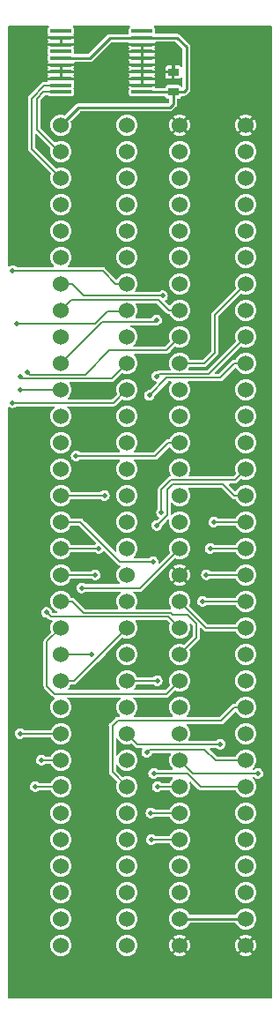
<source format=gbl>
G04 #@! TF.GenerationSoftware,KiCad,Pcbnew,7.0.8*
G04 #@! TF.CreationDate,2024-03-15T14:24:27-04:00*
G04 #@! TF.ProjectId,genesis-umd,67656e65-7369-4732-9d75-6d642e6b6963,3.1*
G04 #@! TF.SameCoordinates,Original*
G04 #@! TF.FileFunction,Copper,L2,Bot*
G04 #@! TF.FilePolarity,Positive*
%FSLAX46Y46*%
G04 Gerber Fmt 4.6, Leading zero omitted, Abs format (unit mm)*
G04 Created by KiCad (PCBNEW 7.0.8) date 2024-03-15 14:24:27*
%MOMM*%
%LPD*%
G01*
G04 APERTURE LIST*
G04 #@! TA.AperFunction,ComponentPad*
%ADD10C,1.524000*%
G04 #@! TD*
G04 #@! TA.AperFunction,SMDPad,CuDef*
%ADD11R,1.000000X0.800000*%
G04 #@! TD*
G04 #@! TA.AperFunction,SMDPad,CuDef*
%ADD12R,2.000000X0.300000*%
G04 #@! TD*
G04 #@! TA.AperFunction,ViaPad*
%ADD13C,0.508000*%
G04 #@! TD*
G04 #@! TA.AperFunction,Conductor*
%ADD14C,0.254000*%
G04 #@! TD*
G04 #@! TA.AperFunction,Conductor*
%ADD15C,0.177800*%
G04 #@! TD*
G04 APERTURE END LIST*
D10*
X147320000Y-66040000D03*
X147320000Y-68580000D03*
X147320000Y-71120000D03*
X147320000Y-73660000D03*
X147320000Y-76200000D03*
X147320000Y-78740000D03*
X147320000Y-81280000D03*
X147320000Y-83820000D03*
X147320000Y-86360000D03*
X147320000Y-88900000D03*
X147320000Y-91440000D03*
X147320000Y-93980000D03*
X147320000Y-96520000D03*
X147320000Y-99060000D03*
X147320000Y-101600000D03*
X147320000Y-104140000D03*
X147320000Y-106680000D03*
X147320000Y-109220000D03*
X147320000Y-111760000D03*
X147320000Y-114300000D03*
X147320000Y-116840000D03*
X147320000Y-119380000D03*
X147320000Y-121920000D03*
X147320000Y-124460000D03*
X147320000Y-127000000D03*
X147320000Y-129540000D03*
X147320000Y-132080000D03*
X147320000Y-134620000D03*
X147320000Y-137160000D03*
X147320000Y-139700000D03*
X147320000Y-142240000D03*
X147320000Y-144780000D03*
X142240000Y-66040000D03*
X142240000Y-68580000D03*
X142240000Y-71120000D03*
X142240000Y-73660000D03*
X142240000Y-76200000D03*
X142240000Y-78740000D03*
X142240000Y-81280000D03*
X142240000Y-83820000D03*
X142240000Y-86360000D03*
X142240000Y-88900000D03*
X142240000Y-91440000D03*
X142240000Y-93980000D03*
X142240000Y-96520000D03*
X142240000Y-99060000D03*
X142240000Y-101600000D03*
X142240000Y-104140000D03*
X142240000Y-106680000D03*
X142240000Y-109220000D03*
X142240000Y-111760000D03*
X142240000Y-114300000D03*
X142240000Y-116840000D03*
X142240000Y-119380000D03*
X142240000Y-121920000D03*
X142240000Y-124460000D03*
X142240000Y-127000000D03*
X142240000Y-129540000D03*
X142240000Y-132080000D03*
X142240000Y-134620000D03*
X142240000Y-137160000D03*
X142240000Y-139700000D03*
X142240000Y-142240000D03*
X142240000Y-144780000D03*
X135890000Y-66040000D03*
X135890000Y-68580000D03*
X135890000Y-71120000D03*
X135890000Y-73660000D03*
X135890000Y-76200000D03*
X135890000Y-78740000D03*
X135890000Y-81280000D03*
X135890000Y-83820000D03*
X135890000Y-86360000D03*
X135890000Y-88900000D03*
X135890000Y-91440000D03*
X135890000Y-93980000D03*
X135890000Y-96520000D03*
X135890000Y-99060000D03*
X135890000Y-101600000D03*
X135890000Y-104140000D03*
X135890000Y-106680000D03*
X135890000Y-109220000D03*
X135890000Y-111760000D03*
X135890000Y-114300000D03*
X135890000Y-116840000D03*
X135890000Y-119380000D03*
X135890000Y-121920000D03*
X135890000Y-124460000D03*
X135890000Y-127000000D03*
X135890000Y-129540000D03*
X135890000Y-132080000D03*
X135890000Y-134620000D03*
X135890000Y-137160000D03*
X135890000Y-139700000D03*
X135890000Y-142240000D03*
X135890000Y-144780000D03*
X153670000Y-144780000D03*
X153670000Y-142240000D03*
X153670000Y-139700000D03*
X153670000Y-137160000D03*
X153670000Y-134620000D03*
X153670000Y-132080000D03*
X153670000Y-129540000D03*
X153670000Y-127000000D03*
X153670000Y-124460000D03*
X153670000Y-121920000D03*
X153670000Y-119380000D03*
X153670000Y-116840000D03*
X153670000Y-114300000D03*
X153670000Y-111760000D03*
X153670000Y-109220000D03*
X153670000Y-106680000D03*
X153670000Y-104140000D03*
X153670000Y-101600000D03*
X153670000Y-99060000D03*
X153670000Y-96520000D03*
X153670000Y-93980000D03*
X153670000Y-91440000D03*
X153670000Y-88900000D03*
X153670000Y-86360000D03*
X153670000Y-83820000D03*
X153670000Y-81280000D03*
X153670000Y-78740000D03*
X153670000Y-76200000D03*
X153670000Y-73660000D03*
X153670000Y-71120000D03*
X153670000Y-68580000D03*
X153670000Y-66040000D03*
D11*
X146685000Y-62849800D03*
X146685000Y-60949800D03*
D12*
X135890000Y-62865000D03*
X135890000Y-62215000D03*
X135890000Y-61565000D03*
X135890000Y-60915000D03*
X135890000Y-60265000D03*
X135890000Y-59615000D03*
X135890000Y-58965000D03*
X135890000Y-58315000D03*
X135890000Y-57665000D03*
X135890000Y-57015000D03*
X143690000Y-57015000D03*
X143690000Y-57665000D03*
X143690000Y-58315000D03*
X143690000Y-58965000D03*
X143690000Y-59615000D03*
X143690000Y-60265000D03*
X143690000Y-60915000D03*
X143690000Y-61565000D03*
X143690000Y-62215000D03*
X143690000Y-62865000D03*
D13*
X139065000Y-76200000D03*
X139065000Y-78867000D03*
X150749000Y-78740000D03*
X150749000Y-81280000D03*
X144780000Y-81280000D03*
X144018000Y-95123000D03*
X132334000Y-148336000D03*
X155575000Y-95123000D03*
X155702000Y-115951000D03*
X138811000Y-139700000D03*
X138811000Y-137160000D03*
X138811000Y-134239000D03*
X146710400Y-59817000D03*
X134035800Y-127000000D03*
X145669000Y-82423000D03*
X145093083Y-84747090D03*
X131978400Y-91440000D03*
X134518400Y-112801400D03*
X140081000Y-101600000D03*
X144754600Y-107950000D03*
X145161000Y-129540000D03*
X139547600Y-106680000D03*
X139192000Y-109220000D03*
X144551400Y-132080000D03*
X144602200Y-134620000D03*
X138836400Y-116840000D03*
X133451600Y-129540000D03*
X132689600Y-89789000D03*
X137363200Y-97790000D03*
X137896600Y-110464600D03*
X131978400Y-90170000D03*
X131622800Y-85090000D03*
X131267200Y-80010000D03*
X131241954Y-92684763D03*
X144818100Y-128270000D03*
X154838400Y-128270000D03*
X149529800Y-111760000D03*
X149885400Y-109194600D03*
X150241000Y-106680000D03*
X151207339Y-125451589D03*
X150596600Y-104140000D03*
X145135600Y-104470200D03*
X145161000Y-119380000D03*
X145567400Y-103225600D03*
X144399000Y-91973400D03*
X145135600Y-90144600D03*
X131968449Y-124449846D03*
X144145000Y-126238000D03*
D14*
X147955000Y-62611000D02*
X147716200Y-62849800D01*
X147073000Y-57665000D02*
X147955000Y-58547000D01*
X138657400Y-59615000D02*
X140589000Y-57683400D01*
X146669800Y-62865000D02*
X146685000Y-62849800D01*
X146354800Y-64338200D02*
X146685000Y-64008000D01*
X147716200Y-62849800D02*
X146685000Y-62849800D01*
X137591800Y-64338200D02*
X146354800Y-64338200D01*
X135890000Y-59615000D02*
X138657400Y-59615000D01*
X147955000Y-58547000D02*
X147955000Y-62611000D01*
X143690000Y-62865000D02*
X146669800Y-62865000D01*
X135890000Y-66040000D02*
X137591800Y-64338200D01*
X143690000Y-57665000D02*
X147073000Y-57665000D01*
X143690000Y-57711000D02*
X143687800Y-57708800D01*
X146685000Y-64008000D02*
X146685000Y-62849800D01*
X140589000Y-57683400D02*
X143687800Y-57683400D01*
X144944000Y-60915000D02*
X144949800Y-60909200D01*
X143690000Y-60915000D02*
X144944000Y-60915000D01*
X144949800Y-60909200D02*
X146634200Y-60909200D01*
X146710400Y-59817000D02*
X146710400Y-60176210D01*
X146710400Y-60176210D02*
X146735800Y-60201610D01*
X146634200Y-60909200D02*
X146659600Y-60883800D01*
X146735800Y-60201610D02*
X146735800Y-60960000D01*
D15*
X134315200Y-62230000D02*
X135940800Y-62230000D01*
X133070600Y-63474600D02*
X134315200Y-62230000D01*
X133070600Y-68300600D02*
X133070600Y-63474600D01*
X135890000Y-71120000D02*
X133070600Y-68300600D01*
X134188200Y-62865000D02*
X133578600Y-63474600D01*
X135890000Y-62865000D02*
X134188200Y-62865000D01*
X133578600Y-63474600D02*
X133578600Y-66446400D01*
X135788400Y-68656200D02*
X135788400Y-68630800D01*
X133578600Y-66446400D02*
X135788400Y-68656200D01*
X134035800Y-127000000D02*
X135890000Y-127000000D01*
X138110630Y-82423000D02*
X136967630Y-81280000D01*
X136967630Y-81280000D02*
X135890000Y-81280000D01*
X145669000Y-82423000D02*
X138110630Y-82423000D01*
X136931389Y-82778611D02*
X145253973Y-82778611D01*
X135890000Y-83820000D02*
X136931389Y-82778611D01*
X146295362Y-83820000D02*
X147320000Y-83820000D01*
X145253973Y-82778611D02*
X146295362Y-83820000D01*
X135890000Y-88900000D02*
X139890510Y-84899490D01*
X139890510Y-84899490D02*
X144940683Y-84899490D01*
X144940683Y-84899490D02*
X145093083Y-84747090D01*
X135890000Y-91440000D02*
X131978400Y-91440000D01*
X147320000Y-114300000D02*
X146227811Y-113207811D01*
X134924811Y-113207811D02*
X134518400Y-112801400D01*
X146227811Y-113207811D02*
X134924811Y-113207811D01*
X135890000Y-101600000D02*
X140081000Y-101600000D01*
X137778240Y-104140000D02*
X135890000Y-104140000D01*
X144754600Y-107950000D02*
X141588240Y-107950000D01*
X141588240Y-107950000D02*
X137778240Y-104140000D01*
X147320000Y-129540000D02*
X145161000Y-129540000D01*
X135890000Y-106680000D02*
X139547600Y-106680000D01*
X144551400Y-132080000D02*
X147320000Y-132080000D01*
X135890000Y-109220000D02*
X139192000Y-109220000D01*
X138059830Y-112852200D02*
X146481800Y-112852200D01*
X146481800Y-112852200D02*
X146659600Y-113030000D01*
X135890000Y-111760000D02*
X136967630Y-111760000D01*
X148056600Y-113030000D02*
X148894800Y-113868200D01*
X136967630Y-111760000D02*
X138059830Y-112852200D01*
X148894800Y-113868200D02*
X148894800Y-115265200D01*
X148894800Y-115265200D02*
X147320000Y-116840000D01*
X146659600Y-113030000D02*
X148056600Y-113030000D01*
X135890000Y-114300000D02*
X134569200Y-115620800D01*
X134569200Y-115620800D02*
X134569200Y-119862600D01*
X134569200Y-119862600D02*
X135331200Y-120624600D01*
X135331200Y-120624600D02*
X146075400Y-120624600D01*
X146075400Y-120624600D02*
X147320000Y-119380000D01*
X144602200Y-134620000D02*
X147320000Y-134620000D01*
X135890000Y-116840000D02*
X138836400Y-116840000D01*
X140563600Y-87655400D02*
X146024600Y-87655400D01*
X132892800Y-89992200D02*
X138226800Y-89992200D01*
X138226800Y-89992200D02*
X140563600Y-87655400D01*
X132689600Y-89789000D02*
X132892800Y-89992200D01*
X135890000Y-129540000D02*
X133451600Y-129540000D01*
X146024600Y-87655400D02*
X147320000Y-86360000D01*
X144972370Y-97790000D02*
X137363200Y-97790000D01*
X146242370Y-96520000D02*
X144972370Y-97790000D01*
X147320000Y-96520000D02*
X146242370Y-96520000D01*
X146558001Y-107441999D02*
X143535400Y-110464600D01*
X143535400Y-110464600D02*
X137896600Y-110464600D01*
X147320000Y-106680000D02*
X146558001Y-107441999D01*
X142240000Y-88900000D02*
X140792189Y-90347811D01*
X140792189Y-90347811D02*
X132156211Y-90347811D01*
X132156211Y-90347811D02*
X131978400Y-90170000D01*
X140340091Y-83947000D02*
X142189200Y-83947000D01*
X131622800Y-85090000D02*
X139197091Y-85090000D01*
X139197091Y-85090000D02*
X140340091Y-83947000D01*
X139892370Y-80010000D02*
X140019370Y-80137000D01*
X131267200Y-80010000D02*
X139892370Y-80010000D01*
X141162370Y-81280000D02*
X140019370Y-80137000D01*
X140019370Y-80137000D02*
X139917770Y-80035400D01*
X142240000Y-81280000D02*
X141162370Y-81280000D01*
X142189200Y-91465400D02*
X140969837Y-92684763D01*
X131601164Y-92684763D02*
X131241954Y-92684763D01*
X140969837Y-92684763D02*
X131601164Y-92684763D01*
X153670000Y-129540000D02*
X149352000Y-129540000D01*
X148082000Y-128270000D02*
X144818100Y-128270000D01*
X149352000Y-129540000D02*
X148082000Y-128270000D01*
X148590000Y-128270000D02*
X154838400Y-128270000D01*
X147320000Y-127000000D02*
X148590000Y-128270000D01*
X149860000Y-114300000D02*
X147320000Y-111760000D01*
X153670000Y-114300000D02*
X149860000Y-114300000D01*
X153670000Y-111760000D02*
X149529800Y-111760000D01*
X149910800Y-109220000D02*
X149885400Y-109194600D01*
X153670000Y-109220000D02*
X149910800Y-109220000D01*
X153670000Y-106680000D02*
X150241000Y-106680000D01*
X142240000Y-124460000D02*
X143275929Y-125495929D01*
X143275929Y-125495929D02*
X151162999Y-125495929D01*
X151162999Y-125495929D02*
X151207339Y-125451589D01*
X153670000Y-104140000D02*
X150596600Y-104140000D01*
X146100800Y-100990400D02*
X146100800Y-103505000D01*
X152592370Y-101600000D02*
X151474770Y-100482400D01*
X151474770Y-100482400D02*
X146608800Y-100482400D01*
X145161000Y-119380000D02*
X142240000Y-119380000D01*
X146608800Y-100482400D02*
X146100800Y-100990400D01*
X153670000Y-101600000D02*
X152592370Y-101600000D01*
X146100800Y-103505000D02*
X145669000Y-103936800D01*
X145669000Y-103936800D02*
X145135600Y-104470200D01*
X152628611Y-100101389D02*
X153670000Y-99060000D01*
X146461502Y-100101389D02*
X152628611Y-100101389D01*
X145567400Y-100995491D02*
X146461502Y-100101389D01*
X145567400Y-103225600D02*
X145567400Y-100995491D01*
X153670000Y-88900000D02*
X152592370Y-88900000D01*
X151195370Y-90297000D02*
X146075400Y-90297000D01*
X146075400Y-90297000D02*
X144399000Y-91973400D01*
X152592370Y-88900000D02*
X151195370Y-90297000D01*
X153670000Y-86360000D02*
X150088611Y-89941389D01*
X145338811Y-89941389D02*
X145135600Y-90144600D01*
X150088611Y-89941389D02*
X145338811Y-89941389D01*
X147320000Y-88900000D02*
X149682200Y-88900000D01*
X150698200Y-84251800D02*
X153670000Y-81280000D01*
X150698200Y-87884000D02*
X150698200Y-84251800D01*
X149682200Y-88900000D02*
X150698200Y-87884000D01*
X132327659Y-124449846D02*
X131968449Y-124449846D01*
X135905246Y-124449846D02*
X132327659Y-124449846D01*
X135915400Y-124460000D02*
X135905246Y-124449846D01*
X139179298Y-117360702D02*
X142240000Y-114300000D01*
X137160000Y-119380000D02*
X139179298Y-117360702D01*
X135890000Y-119380000D02*
X137160000Y-119380000D01*
X141351000Y-123190000D02*
X151322370Y-123190000D01*
X152592370Y-121920000D02*
X153670000Y-121920000D01*
X142240000Y-129540000D02*
X140843000Y-128143000D01*
X151322370Y-123190000D02*
X152592370Y-121920000D01*
X140843000Y-123698000D02*
X141351000Y-123190000D01*
X140843000Y-128143000D02*
X140843000Y-123698000D01*
X150749000Y-127000000D02*
X153670000Y-127000000D01*
X149720789Y-125971789D02*
X150749000Y-127000000D01*
X144411211Y-125971789D02*
X149720789Y-125971789D01*
X144145000Y-126238000D02*
X144411211Y-125971789D01*
D14*
X147320000Y-142240000D02*
X153670000Y-142240000D01*
G04 #@! TA.AperFunction,Conductor*
G36*
X134722459Y-56535565D02*
G01*
X134752523Y-56587636D01*
X134742082Y-56646850D01*
X134714792Y-56675986D01*
X134706519Y-56681513D01*
X134706514Y-56681518D01*
X134650265Y-56765698D01*
X134637601Y-56829370D01*
X134635501Y-56839931D01*
X134635500Y-56839934D01*
X134635500Y-57190068D01*
X134650266Y-57264302D01*
X134668516Y-57291615D01*
X134682808Y-57350019D01*
X134668518Y-57389281D01*
X134650737Y-57415893D01*
X134636000Y-57489984D01*
X134636000Y-57537999D01*
X134636001Y-57538000D01*
X137143998Y-57538000D01*
X137143999Y-57537999D01*
X137143999Y-57489981D01*
X137129262Y-57415894D01*
X137111482Y-57389283D01*
X137097192Y-57330879D01*
X137111482Y-57291615D01*
X137129734Y-57264301D01*
X137144500Y-57190067D01*
X137144499Y-56839934D01*
X137144499Y-56839933D01*
X137144499Y-56839931D01*
X137138980Y-56812190D01*
X137129734Y-56765699D01*
X137073484Y-56681516D01*
X137065208Y-56675986D01*
X137029654Y-56627497D01*
X137033586Y-56567499D01*
X137075165Y-56524065D01*
X137114042Y-56515000D01*
X142465958Y-56515000D01*
X142522459Y-56535565D01*
X142552523Y-56587636D01*
X142542082Y-56646850D01*
X142514792Y-56675986D01*
X142506519Y-56681513D01*
X142506514Y-56681518D01*
X142450265Y-56765698D01*
X142437601Y-56829370D01*
X142435501Y-56839931D01*
X142435500Y-56839934D01*
X142435500Y-57190066D01*
X142436851Y-57196855D01*
X142427702Y-57256282D01*
X142382494Y-57295925D01*
X142350639Y-57301900D01*
X140637683Y-57301900D01*
X140619645Y-57300029D01*
X140604984Y-57296955D01*
X140604983Y-57296955D01*
X140568023Y-57301562D01*
X140562581Y-57301900D01*
X140557388Y-57301900D01*
X140545691Y-57303852D01*
X140533993Y-57305804D01*
X140478640Y-57312704D01*
X140478638Y-57312704D01*
X140471661Y-57314782D01*
X140471510Y-57314277D01*
X140470128Y-57314720D01*
X140470299Y-57315218D01*
X140463410Y-57317582D01*
X140414358Y-57344128D01*
X140364255Y-57368623D01*
X140358330Y-57372854D01*
X140358023Y-57372424D01*
X140356856Y-57373293D01*
X140357181Y-57373710D01*
X140351436Y-57378181D01*
X140313658Y-57419219D01*
X138525122Y-59207755D01*
X138470628Y-59233166D01*
X138462967Y-59233500D01*
X137232280Y-59233500D01*
X137175779Y-59212935D01*
X137145715Y-59160864D01*
X137145088Y-59144385D01*
X137144500Y-59144385D01*
X137144499Y-58789931D01*
X137133328Y-58733771D01*
X137129734Y-58715699D01*
X137111482Y-58688384D01*
X137097191Y-58629981D01*
X137111484Y-58590714D01*
X137129262Y-58564107D01*
X137144000Y-58490015D01*
X137144000Y-58442001D01*
X137143999Y-58442000D01*
X134636002Y-58442000D01*
X134636001Y-58442001D01*
X134636001Y-58490018D01*
X134650737Y-58564106D01*
X134650737Y-58564107D01*
X134668517Y-58590717D01*
X134682807Y-58649121D01*
X134668517Y-58688383D01*
X134650266Y-58715698D01*
X134650266Y-58715699D01*
X134635501Y-58789931D01*
X134635500Y-58789934D01*
X134635500Y-59140068D01*
X134648426Y-59205053D01*
X134650266Y-59214301D01*
X134668216Y-59241165D01*
X134682508Y-59299568D01*
X134668216Y-59338833D01*
X134650266Y-59365696D01*
X134635500Y-59439934D01*
X134635500Y-59790068D01*
X134650266Y-59864302D01*
X134668516Y-59891615D01*
X134682808Y-59950019D01*
X134668518Y-59989281D01*
X134650737Y-60015893D01*
X134636000Y-60089984D01*
X134636000Y-60137999D01*
X134636001Y-60138000D01*
X137143998Y-60138000D01*
X137143999Y-60137999D01*
X142436000Y-60137999D01*
X142436001Y-60138000D01*
X143562999Y-60138000D01*
X143563000Y-60137999D01*
X143817000Y-60137999D01*
X143817001Y-60138000D01*
X144943998Y-60138000D01*
X144943999Y-60137999D01*
X144943999Y-60089981D01*
X144929262Y-60015894D01*
X144911182Y-59988835D01*
X144896890Y-59930432D01*
X144911182Y-59891165D01*
X144929263Y-59864105D01*
X144944000Y-59790015D01*
X144944000Y-59742001D01*
X144943999Y-59742000D01*
X143817001Y-59742000D01*
X143817000Y-59742001D01*
X143817000Y-60137999D01*
X143563000Y-60137999D01*
X143563000Y-59742001D01*
X143562999Y-59742000D01*
X142436002Y-59742000D01*
X142436001Y-59742001D01*
X142436001Y-59790018D01*
X142450737Y-59864106D01*
X142450737Y-59864107D01*
X142468818Y-59891168D01*
X142483107Y-59949572D01*
X142468818Y-59988832D01*
X142450737Y-60015893D01*
X142436000Y-60089984D01*
X142436000Y-60137999D01*
X137143999Y-60137999D01*
X137143999Y-60085666D01*
X137146186Y-60085666D01*
X137159213Y-60034789D01*
X137208078Y-59999754D01*
X137231774Y-59996500D01*
X138608718Y-59996500D01*
X138626755Y-59998370D01*
X138641417Y-60001445D01*
X138672493Y-59997571D01*
X138678377Y-59996838D01*
X138683819Y-59996500D01*
X138689009Y-59996500D01*
X138689011Y-59996500D01*
X138712404Y-59992596D01*
X138767760Y-59985696D01*
X138767763Y-59985694D01*
X138774744Y-59983617D01*
X138774896Y-59984130D01*
X138776266Y-59983691D01*
X138776093Y-59983185D01*
X138782980Y-59980820D01*
X138782982Y-59980818D01*
X138782986Y-59980818D01*
X138832041Y-59954270D01*
X138882146Y-59929776D01*
X138882150Y-59929771D01*
X138888079Y-59925540D01*
X138888391Y-59925977D01*
X138889544Y-59925116D01*
X138889215Y-59924693D01*
X138894960Y-59920221D01*
X138894959Y-59920221D01*
X138894962Y-59920220D01*
X138932741Y-59879180D01*
X139323922Y-59487999D01*
X142436000Y-59487999D01*
X142436001Y-59488000D01*
X143562999Y-59488000D01*
X143563000Y-59487999D01*
X143817000Y-59487999D01*
X143817001Y-59488000D01*
X144943998Y-59488000D01*
X144943999Y-59487999D01*
X144943999Y-59439981D01*
X144929262Y-59365894D01*
X144911182Y-59338835D01*
X144896890Y-59280432D01*
X144911182Y-59241165D01*
X144929263Y-59214105D01*
X144944000Y-59140015D01*
X144944000Y-59092001D01*
X144943999Y-59092000D01*
X143817001Y-59092000D01*
X143817000Y-59092001D01*
X143817000Y-59487999D01*
X143563000Y-59487999D01*
X143563000Y-59092001D01*
X143562999Y-59092000D01*
X142436002Y-59092000D01*
X142436001Y-59092001D01*
X142436001Y-59140018D01*
X142450737Y-59214106D01*
X142450737Y-59214107D01*
X142468818Y-59241168D01*
X142483107Y-59299572D01*
X142468818Y-59338832D01*
X142450737Y-59365893D01*
X142436000Y-59439984D01*
X142436000Y-59487999D01*
X139323922Y-59487999D01*
X139973923Y-58837999D01*
X142436000Y-58837999D01*
X142436001Y-58838000D01*
X143562999Y-58838000D01*
X143563000Y-58837999D01*
X143817000Y-58837999D01*
X143817001Y-58838000D01*
X144943998Y-58838000D01*
X144943999Y-58837999D01*
X144943999Y-58789981D01*
X144929262Y-58715894D01*
X144911182Y-58688835D01*
X144896890Y-58630432D01*
X144911182Y-58591165D01*
X144929263Y-58564105D01*
X144944000Y-58490015D01*
X144944000Y-58442001D01*
X144943999Y-58442000D01*
X143817001Y-58442000D01*
X143817000Y-58442001D01*
X143817000Y-58837999D01*
X143563000Y-58837999D01*
X143563000Y-58442001D01*
X143562999Y-58442000D01*
X142436002Y-58442000D01*
X142436001Y-58442001D01*
X142436001Y-58490018D01*
X142450737Y-58564106D01*
X142450737Y-58564107D01*
X142468818Y-58591168D01*
X142483107Y-58649572D01*
X142468818Y-58688832D01*
X142450737Y-58715893D01*
X142436000Y-58789984D01*
X142436000Y-58837999D01*
X139973923Y-58837999D01*
X140251422Y-58560500D01*
X140721278Y-58090645D01*
X140775772Y-58065234D01*
X140783433Y-58064900D01*
X142348100Y-58064900D01*
X142404601Y-58085465D01*
X142434665Y-58137536D01*
X142436000Y-58152800D01*
X142436000Y-58187999D01*
X142436001Y-58188000D01*
X144943998Y-58188000D01*
X144943999Y-58187999D01*
X144943999Y-58135666D01*
X144946186Y-58135666D01*
X144959213Y-58084789D01*
X145008078Y-58049754D01*
X145031774Y-58046500D01*
X146878568Y-58046500D01*
X146935069Y-58067065D01*
X146940723Y-58072245D01*
X147547755Y-58679277D01*
X147573166Y-58733771D01*
X147573500Y-58741432D01*
X147573500Y-60384275D01*
X147552935Y-60440776D01*
X147500864Y-60470840D01*
X147441650Y-60460399D01*
X147412514Y-60433110D01*
X147368124Y-60366677D01*
X147368122Y-60366675D01*
X147284105Y-60310537D01*
X147210015Y-60295800D01*
X146812001Y-60295800D01*
X146812000Y-60295801D01*
X146812000Y-61603798D01*
X146812001Y-61603799D01*
X147210018Y-61603799D01*
X147284106Y-61589062D01*
X147368122Y-61532924D01*
X147368124Y-61532922D01*
X147412514Y-61466489D01*
X147461003Y-61430936D01*
X147521001Y-61434868D01*
X147564435Y-61476447D01*
X147573500Y-61515324D01*
X147573500Y-62283376D01*
X147552935Y-62339877D01*
X147500864Y-62369941D01*
X147441650Y-62359500D01*
X147412514Y-62332211D01*
X147368485Y-62266318D01*
X147368484Y-62266316D01*
X147368098Y-62266058D01*
X147284301Y-62210065D01*
X147231192Y-62199502D01*
X147210067Y-62195300D01*
X147210065Y-62195300D01*
X146159931Y-62195300D01*
X146085699Y-62210066D01*
X146001517Y-62266315D01*
X146001514Y-62266318D01*
X145945265Y-62350498D01*
X145932884Y-62412748D01*
X145901692Y-62464152D01*
X145846673Y-62483500D01*
X145031775Y-62483500D01*
X144975274Y-62462935D01*
X144945210Y-62410864D01*
X144944582Y-62394335D01*
X144944000Y-62394335D01*
X144944000Y-62342001D01*
X144943999Y-62342000D01*
X142436002Y-62342000D01*
X142436001Y-62342001D01*
X142436001Y-62390018D01*
X142450737Y-62464106D01*
X142450737Y-62464107D01*
X142468517Y-62490717D01*
X142482807Y-62549121D01*
X142468517Y-62588383D01*
X142450266Y-62615698D01*
X142450266Y-62615699D01*
X142435501Y-62689931D01*
X142435500Y-62689934D01*
X142435500Y-63040068D01*
X142448426Y-63105053D01*
X142450266Y-63114301D01*
X142506516Y-63198484D01*
X142521356Y-63208400D01*
X142590698Y-63254734D01*
X142601261Y-63256835D01*
X142664933Y-63269500D01*
X144715066Y-63269499D01*
X144715068Y-63269499D01*
X144764556Y-63259655D01*
X144789301Y-63254734D01*
X144789302Y-63254732D01*
X144793028Y-63253190D01*
X144826664Y-63246500D01*
X145852720Y-63246500D01*
X145909221Y-63267065D01*
X145938931Y-63317252D01*
X145945265Y-63349100D01*
X145945266Y-63349101D01*
X146001516Y-63433284D01*
X146085699Y-63489534D01*
X146159933Y-63504300D01*
X146215600Y-63504299D01*
X146272100Y-63524863D01*
X146302164Y-63576934D01*
X146303500Y-63592199D01*
X146303500Y-63813567D01*
X146282935Y-63870068D01*
X146277755Y-63875722D01*
X146222522Y-63930955D01*
X146168028Y-63956366D01*
X146160367Y-63956700D01*
X137640483Y-63956700D01*
X137622445Y-63954829D01*
X137607784Y-63951755D01*
X137607783Y-63951755D01*
X137570823Y-63956362D01*
X137565381Y-63956700D01*
X137560188Y-63956700D01*
X137548491Y-63958652D01*
X137536793Y-63960604D01*
X137481440Y-63967504D01*
X137481438Y-63967504D01*
X137474461Y-63969582D01*
X137474310Y-63969077D01*
X137472929Y-63969519D01*
X137473101Y-63970018D01*
X137466213Y-63972382D01*
X137417168Y-63998923D01*
X137367057Y-64023421D01*
X137361130Y-64027653D01*
X137360823Y-64027223D01*
X137359664Y-64028087D01*
X137359988Y-64028504D01*
X137354238Y-64032979D01*
X137316469Y-64074007D01*
X136328310Y-65062166D01*
X136273816Y-65087577D01*
X136240639Y-65084126D01*
X136144700Y-65055023D01*
X136089273Y-65038209D01*
X136089271Y-65038208D01*
X136089269Y-65038208D01*
X135890000Y-65018582D01*
X135690731Y-65038208D01*
X135690728Y-65038208D01*
X135690726Y-65038209D01*
X135499120Y-65096333D01*
X135499116Y-65096335D01*
X135322530Y-65190722D01*
X135167750Y-65317746D01*
X135167746Y-65317750D01*
X135040722Y-65472530D01*
X134946335Y-65649116D01*
X134946333Y-65649120D01*
X134888209Y-65840726D01*
X134888208Y-65840728D01*
X134888208Y-65840731D01*
X134868582Y-66040000D01*
X134888208Y-66239269D01*
X134946333Y-66430880D01*
X135040722Y-66607469D01*
X135167748Y-66762252D01*
X135322531Y-66889278D01*
X135499120Y-66983667D01*
X135690731Y-67041792D01*
X135890000Y-67061418D01*
X136089269Y-67041792D01*
X136280880Y-66983667D01*
X136457469Y-66889278D01*
X136612252Y-66762252D01*
X136739278Y-66607469D01*
X136833667Y-66430880D01*
X136891792Y-66239269D01*
X136911418Y-66040000D01*
X141218582Y-66040000D01*
X141238208Y-66239269D01*
X141296333Y-66430880D01*
X141390722Y-66607469D01*
X141517748Y-66762252D01*
X141672531Y-66889278D01*
X141849120Y-66983667D01*
X142040731Y-67041792D01*
X142240000Y-67061418D01*
X142439269Y-67041792D01*
X142630880Y-66983667D01*
X142807469Y-66889278D01*
X142962252Y-66762252D01*
X143089278Y-66607469D01*
X143183667Y-66430880D01*
X143241792Y-66239269D01*
X143261418Y-66040000D01*
X146299084Y-66040000D01*
X146318702Y-66239177D01*
X146376796Y-66430686D01*
X146471140Y-66607192D01*
X146517144Y-66663248D01*
X146882120Y-66298271D01*
X146932131Y-66376090D01*
X147042530Y-66471752D01*
X147059913Y-66479690D01*
X146696750Y-66842853D01*
X146752807Y-66888859D01*
X146929313Y-66983203D01*
X147120822Y-67041297D01*
X147320000Y-67060915D01*
X147519177Y-67041297D01*
X147710686Y-66983203D01*
X147887191Y-66888859D01*
X147943248Y-66842853D01*
X147580085Y-66479691D01*
X147597470Y-66471752D01*
X147707869Y-66376090D01*
X147757878Y-66298273D01*
X148122853Y-66663248D01*
X148168859Y-66607191D01*
X148263203Y-66430686D01*
X148321297Y-66239177D01*
X148340915Y-66040000D01*
X152649084Y-66040000D01*
X152668702Y-66239177D01*
X152726796Y-66430686D01*
X152821140Y-66607192D01*
X152867144Y-66663248D01*
X153232120Y-66298272D01*
X153282131Y-66376090D01*
X153392530Y-66471752D01*
X153409913Y-66479690D01*
X153046750Y-66842853D01*
X153102807Y-66888859D01*
X153279313Y-66983203D01*
X153470822Y-67041297D01*
X153670000Y-67060915D01*
X153869177Y-67041297D01*
X154060686Y-66983203D01*
X154237191Y-66888859D01*
X154293248Y-66842853D01*
X153930085Y-66479691D01*
X153947470Y-66471752D01*
X154057869Y-66376090D01*
X154107878Y-66298273D01*
X154472853Y-66663248D01*
X154518859Y-66607191D01*
X154613203Y-66430686D01*
X154671297Y-66239177D01*
X154690915Y-66040000D01*
X154671297Y-65840822D01*
X154613203Y-65649313D01*
X154518859Y-65472807D01*
X154472853Y-65416750D01*
X154107878Y-65781725D01*
X154057869Y-65703910D01*
X153947470Y-65608248D01*
X153930083Y-65600308D01*
X154293248Y-65237144D01*
X154237192Y-65191140D01*
X154060686Y-65096796D01*
X153869177Y-65038702D01*
X153670000Y-65019084D01*
X153470822Y-65038702D01*
X153279313Y-65096796D01*
X153102808Y-65191139D01*
X153046750Y-65237144D01*
X153409914Y-65600308D01*
X153392530Y-65608248D01*
X153282131Y-65703910D01*
X153232121Y-65781727D01*
X152867144Y-65416750D01*
X152821139Y-65472808D01*
X152726796Y-65649313D01*
X152668702Y-65840822D01*
X152649084Y-66040000D01*
X148340915Y-66040000D01*
X148321297Y-65840822D01*
X148263203Y-65649313D01*
X148168859Y-65472807D01*
X148122853Y-65416750D01*
X147757878Y-65781725D01*
X147707869Y-65703910D01*
X147597470Y-65608248D01*
X147580083Y-65600308D01*
X147943248Y-65237144D01*
X147887192Y-65191140D01*
X147710686Y-65096796D01*
X147519177Y-65038702D01*
X147320000Y-65019084D01*
X147120822Y-65038702D01*
X146929313Y-65096796D01*
X146752808Y-65191139D01*
X146696750Y-65237144D01*
X147059914Y-65600308D01*
X147042530Y-65608248D01*
X146932131Y-65703910D01*
X146882121Y-65781727D01*
X146517144Y-65416750D01*
X146471139Y-65472808D01*
X146376796Y-65649313D01*
X146318702Y-65840822D01*
X146299084Y-66040000D01*
X143261418Y-66040000D01*
X143241792Y-65840731D01*
X143183667Y-65649120D01*
X143089278Y-65472531D01*
X142962252Y-65317748D01*
X142807469Y-65190722D01*
X142630880Y-65096333D01*
X142518247Y-65062166D01*
X142439273Y-65038209D01*
X142439271Y-65038208D01*
X142439269Y-65038208D01*
X142240000Y-65018582D01*
X142040731Y-65038208D01*
X142040728Y-65038208D01*
X142040726Y-65038209D01*
X141849120Y-65096333D01*
X141849116Y-65096335D01*
X141672530Y-65190722D01*
X141517750Y-65317746D01*
X141517746Y-65317750D01*
X141390722Y-65472530D01*
X141296335Y-65649116D01*
X141296333Y-65649120D01*
X141238209Y-65840726D01*
X141238208Y-65840728D01*
X141238208Y-65840731D01*
X141218582Y-66040000D01*
X136911418Y-66040000D01*
X136891792Y-65840731D01*
X136845873Y-65689357D01*
X136849151Y-65629321D01*
X136867830Y-65601690D01*
X137724078Y-64745445D01*
X137778572Y-64720034D01*
X137786233Y-64719700D01*
X146306118Y-64719700D01*
X146324155Y-64721570D01*
X146338817Y-64724645D01*
X146369893Y-64720771D01*
X146375777Y-64720038D01*
X146381219Y-64719700D01*
X146386409Y-64719700D01*
X146386411Y-64719700D01*
X146409804Y-64715796D01*
X146465160Y-64708896D01*
X146465163Y-64708894D01*
X146472144Y-64706817D01*
X146472296Y-64707330D01*
X146473666Y-64706891D01*
X146473493Y-64706385D01*
X146480380Y-64704020D01*
X146480382Y-64704018D01*
X146480386Y-64704018D01*
X146529441Y-64677470D01*
X146579546Y-64652976D01*
X146579550Y-64652971D01*
X146585479Y-64648740D01*
X146585791Y-64649177D01*
X146586944Y-64648316D01*
X146586615Y-64647893D01*
X146592360Y-64643421D01*
X146592359Y-64643421D01*
X146592362Y-64643420D01*
X146630141Y-64602380D01*
X146920339Y-64312181D01*
X146934409Y-64300756D01*
X146946956Y-64292560D01*
X146969837Y-64263159D01*
X146973443Y-64259077D01*
X146977113Y-64255409D01*
X146990891Y-64236110D01*
X147025158Y-64192085D01*
X147025159Y-64192080D01*
X147028625Y-64185678D01*
X147029095Y-64185932D01*
X147029757Y-64184646D01*
X147029277Y-64184411D01*
X147032471Y-64177874D01*
X147032475Y-64177870D01*
X147048390Y-64124410D01*
X147066500Y-64071661D01*
X147066500Y-64071659D01*
X147067699Y-64064476D01*
X147068223Y-64064563D01*
X147068431Y-64063135D01*
X147067904Y-64063070D01*
X147068803Y-64055847D01*
X147068805Y-64055842D01*
X147066500Y-64000116D01*
X147066500Y-63592199D01*
X147087065Y-63535698D01*
X147139136Y-63505634D01*
X147154400Y-63504299D01*
X147210068Y-63504299D01*
X147228561Y-63500620D01*
X147284301Y-63489534D01*
X147368484Y-63433284D01*
X147424734Y-63349101D01*
X147434092Y-63302052D01*
X147465283Y-63250649D01*
X147520303Y-63231300D01*
X147667518Y-63231300D01*
X147685555Y-63233170D01*
X147700217Y-63236245D01*
X147731293Y-63232371D01*
X147737177Y-63231638D01*
X147742619Y-63231300D01*
X147747809Y-63231300D01*
X147747811Y-63231300D01*
X147771204Y-63227396D01*
X147826560Y-63220496D01*
X147826563Y-63220494D01*
X147833544Y-63218417D01*
X147833696Y-63218930D01*
X147835066Y-63218491D01*
X147834893Y-63217985D01*
X147841780Y-63215620D01*
X147841782Y-63215618D01*
X147841786Y-63215618D01*
X147890841Y-63189070D01*
X147940946Y-63164576D01*
X147940950Y-63164571D01*
X147946879Y-63160340D01*
X147947191Y-63160777D01*
X147948344Y-63159916D01*
X147948015Y-63159493D01*
X147953760Y-63155021D01*
X147953759Y-63155021D01*
X147953762Y-63155020D01*
X147991541Y-63113980D01*
X148190339Y-62915181D01*
X148204409Y-62903756D01*
X148216956Y-62895560D01*
X148239837Y-62866159D01*
X148243443Y-62862077D01*
X148247113Y-62858409D01*
X148260891Y-62839110D01*
X148295158Y-62795085D01*
X148295159Y-62795080D01*
X148298625Y-62788678D01*
X148299095Y-62788932D01*
X148299757Y-62787646D01*
X148299277Y-62787411D01*
X148302471Y-62780874D01*
X148302475Y-62780870D01*
X148318390Y-62727410D01*
X148336500Y-62674661D01*
X148336500Y-62674659D01*
X148337699Y-62667476D01*
X148338223Y-62667563D01*
X148338431Y-62666135D01*
X148337904Y-62666070D01*
X148338803Y-62658847D01*
X148338805Y-62658842D01*
X148336500Y-62603116D01*
X148336500Y-58595682D01*
X148338371Y-58577642D01*
X148341210Y-58564106D01*
X148341445Y-58562983D01*
X148341136Y-58560501D01*
X148336838Y-58526022D01*
X148336500Y-58520580D01*
X148336500Y-58515391D01*
X148332596Y-58491996D01*
X148325696Y-58436639D01*
X148323617Y-58429656D01*
X148324128Y-58429503D01*
X148323687Y-58428127D01*
X148323182Y-58428301D01*
X148320816Y-58421408D01*
X148294273Y-58372362D01*
X148269775Y-58322251D01*
X148265546Y-58316329D01*
X148265978Y-58316020D01*
X148265111Y-58314857D01*
X148264692Y-58315184D01*
X148260219Y-58309437D01*
X148257198Y-58306656D01*
X148219180Y-58271658D01*
X147377184Y-57429661D01*
X147365751Y-57415581D01*
X147357560Y-57403044D01*
X147328170Y-57380168D01*
X147324087Y-57376563D01*
X147320413Y-57372890D01*
X147320406Y-57372883D01*
X147301099Y-57359098D01*
X147264841Y-57330879D01*
X147257085Y-57324842D01*
X147257083Y-57324841D01*
X147250680Y-57321375D01*
X147250931Y-57320910D01*
X147249646Y-57320249D01*
X147249414Y-57320724D01*
X147242872Y-57317526D01*
X147242870Y-57317525D01*
X147189413Y-57301610D01*
X147175854Y-57296955D01*
X147136662Y-57283500D01*
X147129475Y-57282301D01*
X147129562Y-57281776D01*
X147128134Y-57281568D01*
X147128069Y-57282096D01*
X147120841Y-57281195D01*
X147065116Y-57283500D01*
X145032280Y-57283500D01*
X144975779Y-57262935D01*
X144945715Y-57210864D01*
X144945088Y-57194385D01*
X144944500Y-57194385D01*
X144944499Y-56839931D01*
X144938980Y-56812190D01*
X144929734Y-56765699D01*
X144873484Y-56681516D01*
X144865208Y-56675986D01*
X144829654Y-56627497D01*
X144833586Y-56567499D01*
X144875165Y-56524065D01*
X144914042Y-56515000D01*
X156122100Y-56515000D01*
X156178601Y-56535565D01*
X156208665Y-56587636D01*
X156210000Y-56602900D01*
X156210000Y-149772100D01*
X156189435Y-149828601D01*
X156137364Y-149858665D01*
X156122100Y-149860000D01*
X130897900Y-149860000D01*
X130841399Y-149839435D01*
X130811335Y-149787364D01*
X130810000Y-149772100D01*
X130810000Y-144780000D01*
X134868582Y-144780000D01*
X134888208Y-144979269D01*
X134946333Y-145170880D01*
X135040722Y-145347469D01*
X135167748Y-145502252D01*
X135322531Y-145629278D01*
X135499120Y-145723667D01*
X135690731Y-145781792D01*
X135890000Y-145801418D01*
X136089269Y-145781792D01*
X136280880Y-145723667D01*
X136457469Y-145629278D01*
X136612252Y-145502252D01*
X136739278Y-145347469D01*
X136833667Y-145170880D01*
X136891792Y-144979269D01*
X136911418Y-144780000D01*
X141218582Y-144780000D01*
X141238208Y-144979269D01*
X141296333Y-145170880D01*
X141390722Y-145347469D01*
X141517748Y-145502252D01*
X141672531Y-145629278D01*
X141849120Y-145723667D01*
X142040731Y-145781792D01*
X142240000Y-145801418D01*
X142439269Y-145781792D01*
X142630880Y-145723667D01*
X142807469Y-145629278D01*
X142962252Y-145502252D01*
X143089278Y-145347469D01*
X143183667Y-145170880D01*
X143241792Y-144979269D01*
X143261418Y-144780000D01*
X146299084Y-144780000D01*
X146318702Y-144979177D01*
X146376796Y-145170686D01*
X146471140Y-145347192D01*
X146517144Y-145403248D01*
X146882120Y-145038271D01*
X146932131Y-145116090D01*
X147042530Y-145211752D01*
X147059913Y-145219690D01*
X146696750Y-145582853D01*
X146752807Y-145628859D01*
X146929313Y-145723203D01*
X147120822Y-145781297D01*
X147320000Y-145800915D01*
X147519177Y-145781297D01*
X147710686Y-145723203D01*
X147887191Y-145628859D01*
X147943248Y-145582853D01*
X147580085Y-145219691D01*
X147597470Y-145211752D01*
X147707869Y-145116090D01*
X147757878Y-145038273D01*
X148122853Y-145403248D01*
X148168859Y-145347191D01*
X148263203Y-145170686D01*
X148321297Y-144979177D01*
X148340915Y-144780000D01*
X152649084Y-144780000D01*
X152668702Y-144979177D01*
X152726796Y-145170686D01*
X152821140Y-145347192D01*
X152867144Y-145403248D01*
X153232120Y-145038271D01*
X153282131Y-145116090D01*
X153392530Y-145211752D01*
X153409913Y-145219690D01*
X153046750Y-145582853D01*
X153102807Y-145628859D01*
X153279313Y-145723203D01*
X153470822Y-145781297D01*
X153670000Y-145800915D01*
X153869177Y-145781297D01*
X154060686Y-145723203D01*
X154237191Y-145628859D01*
X154293248Y-145582853D01*
X153930085Y-145219691D01*
X153947470Y-145211752D01*
X154057869Y-145116090D01*
X154107878Y-145038273D01*
X154472853Y-145403248D01*
X154518859Y-145347191D01*
X154613203Y-145170686D01*
X154671297Y-144979177D01*
X154690915Y-144780000D01*
X154671297Y-144580822D01*
X154613203Y-144389313D01*
X154518859Y-144212807D01*
X154472853Y-144156750D01*
X154107878Y-144521725D01*
X154057869Y-144443910D01*
X153947470Y-144348248D01*
X153930083Y-144340308D01*
X154293248Y-143977144D01*
X154237192Y-143931140D01*
X154060686Y-143836796D01*
X153869177Y-143778702D01*
X153670000Y-143759084D01*
X153470822Y-143778702D01*
X153279313Y-143836796D01*
X153102808Y-143931139D01*
X153046750Y-143977144D01*
X153409914Y-144340308D01*
X153392530Y-144348248D01*
X153282131Y-144443910D01*
X153232121Y-144521727D01*
X152867144Y-144156750D01*
X152821139Y-144212808D01*
X152726796Y-144389313D01*
X152668702Y-144580822D01*
X152649084Y-144780000D01*
X148340915Y-144780000D01*
X148321297Y-144580822D01*
X148263203Y-144389313D01*
X148168859Y-144212807D01*
X148122853Y-144156750D01*
X147757878Y-144521725D01*
X147707869Y-144443910D01*
X147597470Y-144348248D01*
X147580083Y-144340308D01*
X147943248Y-143977144D01*
X147887192Y-143931140D01*
X147710686Y-143836796D01*
X147519177Y-143778702D01*
X147320000Y-143759084D01*
X147120822Y-143778702D01*
X146929313Y-143836796D01*
X146752808Y-143931139D01*
X146696750Y-143977144D01*
X147059914Y-144340308D01*
X147042530Y-144348248D01*
X146932131Y-144443910D01*
X146882121Y-144521727D01*
X146517144Y-144156750D01*
X146471139Y-144212808D01*
X146376796Y-144389313D01*
X146318702Y-144580822D01*
X146299084Y-144780000D01*
X143261418Y-144780000D01*
X143241792Y-144580731D01*
X143183667Y-144389120D01*
X143089278Y-144212531D01*
X142962252Y-144057748D01*
X142807469Y-143930722D01*
X142630880Y-143836333D01*
X142518398Y-143802211D01*
X142439273Y-143778209D01*
X142439271Y-143778208D01*
X142439269Y-143778208D01*
X142240000Y-143758582D01*
X142040731Y-143778208D01*
X142040728Y-143778208D01*
X142040726Y-143778209D01*
X141849120Y-143836333D01*
X141849116Y-143836335D01*
X141672530Y-143930722D01*
X141517750Y-144057746D01*
X141517746Y-144057750D01*
X141390722Y-144212530D01*
X141296335Y-144389116D01*
X141296333Y-144389120D01*
X141238209Y-144580726D01*
X141238208Y-144580728D01*
X141238208Y-144580731D01*
X141218582Y-144780000D01*
X136911418Y-144780000D01*
X136891792Y-144580731D01*
X136833667Y-144389120D01*
X136739278Y-144212531D01*
X136612252Y-144057748D01*
X136457469Y-143930722D01*
X136280880Y-143836333D01*
X136168398Y-143802211D01*
X136089273Y-143778209D01*
X136089271Y-143778208D01*
X136089269Y-143778208D01*
X135890000Y-143758582D01*
X135690731Y-143778208D01*
X135690728Y-143778208D01*
X135690726Y-143778209D01*
X135499120Y-143836333D01*
X135499116Y-143836335D01*
X135322530Y-143930722D01*
X135167750Y-144057746D01*
X135167746Y-144057750D01*
X135040722Y-144212530D01*
X134946335Y-144389116D01*
X134946333Y-144389120D01*
X134888209Y-144580726D01*
X134888208Y-144580728D01*
X134888208Y-144580731D01*
X134868582Y-144780000D01*
X130810000Y-144780000D01*
X130810000Y-142240000D01*
X134868582Y-142240000D01*
X134888208Y-142439269D01*
X134946333Y-142630880D01*
X135040722Y-142807469D01*
X135167748Y-142962252D01*
X135322531Y-143089278D01*
X135499120Y-143183667D01*
X135690731Y-143241792D01*
X135890000Y-143261418D01*
X136089269Y-143241792D01*
X136280880Y-143183667D01*
X136457469Y-143089278D01*
X136612252Y-142962252D01*
X136739278Y-142807469D01*
X136833667Y-142630880D01*
X136891792Y-142439269D01*
X136911418Y-142240000D01*
X141218582Y-142240000D01*
X141238208Y-142439269D01*
X141296333Y-142630880D01*
X141390722Y-142807469D01*
X141517748Y-142962252D01*
X141672531Y-143089278D01*
X141849120Y-143183667D01*
X142040731Y-143241792D01*
X142240000Y-143261418D01*
X142439269Y-143241792D01*
X142630880Y-143183667D01*
X142807469Y-143089278D01*
X142962252Y-142962252D01*
X143089278Y-142807469D01*
X143183667Y-142630880D01*
X143241792Y-142439269D01*
X143261418Y-142240000D01*
X146298582Y-142240000D01*
X146318208Y-142439269D01*
X146376333Y-142630880D01*
X146470722Y-142807469D01*
X146597748Y-142962252D01*
X146752531Y-143089278D01*
X146929120Y-143183667D01*
X147120731Y-143241792D01*
X147320000Y-143261418D01*
X147519269Y-143241792D01*
X147710880Y-143183667D01*
X147887469Y-143089278D01*
X148042252Y-142962252D01*
X148169278Y-142807469D01*
X148243845Y-142667963D01*
X148288616Y-142627829D01*
X148321366Y-142621500D01*
X152668634Y-142621500D01*
X152725135Y-142642065D01*
X152746154Y-142667963D01*
X152820722Y-142807469D01*
X152947748Y-142962252D01*
X153102531Y-143089278D01*
X153279120Y-143183667D01*
X153470731Y-143241792D01*
X153670000Y-143261418D01*
X153869269Y-143241792D01*
X154060880Y-143183667D01*
X154237469Y-143089278D01*
X154392252Y-142962252D01*
X154519278Y-142807469D01*
X154613667Y-142630880D01*
X154671792Y-142439269D01*
X154691418Y-142240000D01*
X154671792Y-142040731D01*
X154613667Y-141849120D01*
X154519278Y-141672531D01*
X154392252Y-141517748D01*
X154237469Y-141390722D01*
X154060880Y-141296333D01*
X153948398Y-141262211D01*
X153869273Y-141238209D01*
X153869271Y-141238208D01*
X153869269Y-141238208D01*
X153670000Y-141218582D01*
X153470731Y-141238208D01*
X153470728Y-141238208D01*
X153470726Y-141238209D01*
X153279120Y-141296333D01*
X153279116Y-141296335D01*
X153102530Y-141390722D01*
X152947750Y-141517746D01*
X152947746Y-141517750D01*
X152820722Y-141672530D01*
X152746155Y-141812036D01*
X152701384Y-141852171D01*
X152668634Y-141858500D01*
X148321366Y-141858500D01*
X148264865Y-141837935D01*
X148243845Y-141812036D01*
X148169277Y-141672530D01*
X148042252Y-141517748D01*
X147887469Y-141390722D01*
X147710880Y-141296333D01*
X147598398Y-141262211D01*
X147519273Y-141238209D01*
X147519271Y-141238208D01*
X147519269Y-141238208D01*
X147320000Y-141218582D01*
X147120731Y-141238208D01*
X147120728Y-141238208D01*
X147120726Y-141238209D01*
X146929120Y-141296333D01*
X146929116Y-141296335D01*
X146752530Y-141390722D01*
X146597750Y-141517746D01*
X146597746Y-141517750D01*
X146470722Y-141672530D01*
X146376335Y-141849116D01*
X146376333Y-141849120D01*
X146318209Y-142040726D01*
X146318208Y-142040728D01*
X146318208Y-142040731D01*
X146298582Y-142240000D01*
X143261418Y-142240000D01*
X143241792Y-142040731D01*
X143183667Y-141849120D01*
X143089278Y-141672531D01*
X142962252Y-141517748D01*
X142807469Y-141390722D01*
X142630880Y-141296333D01*
X142518398Y-141262211D01*
X142439273Y-141238209D01*
X142439271Y-141238208D01*
X142439269Y-141238208D01*
X142240000Y-141218582D01*
X142040731Y-141238208D01*
X142040728Y-141238208D01*
X142040726Y-141238209D01*
X141849120Y-141296333D01*
X141849116Y-141296335D01*
X141672530Y-141390722D01*
X141517750Y-141517746D01*
X141517746Y-141517750D01*
X141390722Y-141672530D01*
X141296335Y-141849116D01*
X141296333Y-141849120D01*
X141238209Y-142040726D01*
X141238208Y-142040728D01*
X141238208Y-142040731D01*
X141218582Y-142240000D01*
X136911418Y-142240000D01*
X136891792Y-142040731D01*
X136833667Y-141849120D01*
X136739278Y-141672531D01*
X136612252Y-141517748D01*
X136457469Y-141390722D01*
X136280880Y-141296333D01*
X136168398Y-141262211D01*
X136089273Y-141238209D01*
X136089271Y-141238208D01*
X136089269Y-141238208D01*
X135890000Y-141218582D01*
X135690731Y-141238208D01*
X135690728Y-141238208D01*
X135690726Y-141238209D01*
X135499120Y-141296333D01*
X135499116Y-141296335D01*
X135322530Y-141390722D01*
X135167750Y-141517746D01*
X135167746Y-141517750D01*
X135040722Y-141672530D01*
X134946335Y-141849116D01*
X134946333Y-141849120D01*
X134888209Y-142040726D01*
X134888208Y-142040728D01*
X134888208Y-142040731D01*
X134868582Y-142240000D01*
X130810000Y-142240000D01*
X130810000Y-139700000D01*
X134868582Y-139700000D01*
X134888208Y-139899269D01*
X134946333Y-140090880D01*
X135040722Y-140267469D01*
X135167748Y-140422252D01*
X135322531Y-140549278D01*
X135499120Y-140643667D01*
X135690731Y-140701792D01*
X135890000Y-140721418D01*
X136089269Y-140701792D01*
X136280880Y-140643667D01*
X136457469Y-140549278D01*
X136612252Y-140422252D01*
X136739278Y-140267469D01*
X136833667Y-140090880D01*
X136891792Y-139899269D01*
X136911418Y-139700000D01*
X141218582Y-139700000D01*
X141238208Y-139899269D01*
X141296333Y-140090880D01*
X141390722Y-140267469D01*
X141517748Y-140422252D01*
X141672531Y-140549278D01*
X141849120Y-140643667D01*
X142040731Y-140701792D01*
X142240000Y-140721418D01*
X142439269Y-140701792D01*
X142630880Y-140643667D01*
X142807469Y-140549278D01*
X142962252Y-140422252D01*
X143089278Y-140267469D01*
X143183667Y-140090880D01*
X143241792Y-139899269D01*
X143261418Y-139700000D01*
X146298582Y-139700000D01*
X146318208Y-139899269D01*
X146376333Y-140090880D01*
X146470722Y-140267469D01*
X146597748Y-140422252D01*
X146752531Y-140549278D01*
X146929120Y-140643667D01*
X147120731Y-140701792D01*
X147320000Y-140721418D01*
X147519269Y-140701792D01*
X147710880Y-140643667D01*
X147887469Y-140549278D01*
X148042252Y-140422252D01*
X148169278Y-140267469D01*
X148263667Y-140090880D01*
X148321792Y-139899269D01*
X148341418Y-139700000D01*
X152648582Y-139700000D01*
X152668208Y-139899269D01*
X152726333Y-140090880D01*
X152820722Y-140267469D01*
X152947748Y-140422252D01*
X153102531Y-140549278D01*
X153279120Y-140643667D01*
X153470731Y-140701792D01*
X153670000Y-140721418D01*
X153869269Y-140701792D01*
X154060880Y-140643667D01*
X154237469Y-140549278D01*
X154392252Y-140422252D01*
X154519278Y-140267469D01*
X154613667Y-140090880D01*
X154671792Y-139899269D01*
X154691418Y-139700000D01*
X154671792Y-139500731D01*
X154613667Y-139309120D01*
X154519278Y-139132531D01*
X154392252Y-138977748D01*
X154237469Y-138850722D01*
X154060880Y-138756333D01*
X153948398Y-138722211D01*
X153869273Y-138698209D01*
X153869271Y-138698208D01*
X153869269Y-138698208D01*
X153670000Y-138678582D01*
X153470731Y-138698208D01*
X153470728Y-138698208D01*
X153470726Y-138698209D01*
X153279120Y-138756333D01*
X153279116Y-138756335D01*
X153102530Y-138850722D01*
X152947750Y-138977746D01*
X152947746Y-138977750D01*
X152820722Y-139132530D01*
X152726335Y-139309116D01*
X152726333Y-139309120D01*
X152668209Y-139500726D01*
X152668208Y-139500728D01*
X152668208Y-139500731D01*
X152648582Y-139700000D01*
X148341418Y-139700000D01*
X148321792Y-139500731D01*
X148263667Y-139309120D01*
X148169278Y-139132531D01*
X148042252Y-138977748D01*
X147887469Y-138850722D01*
X147710880Y-138756333D01*
X147598398Y-138722211D01*
X147519273Y-138698209D01*
X147519271Y-138698208D01*
X147519269Y-138698208D01*
X147320000Y-138678582D01*
X147120731Y-138698208D01*
X147120728Y-138698208D01*
X147120726Y-138698209D01*
X146929120Y-138756333D01*
X146929116Y-138756335D01*
X146752530Y-138850722D01*
X146597750Y-138977746D01*
X146597746Y-138977750D01*
X146470722Y-139132530D01*
X146376335Y-139309116D01*
X146376333Y-139309120D01*
X146318209Y-139500726D01*
X146318208Y-139500728D01*
X146318208Y-139500731D01*
X146298582Y-139700000D01*
X143261418Y-139700000D01*
X143241792Y-139500731D01*
X143183667Y-139309120D01*
X143089278Y-139132531D01*
X142962252Y-138977748D01*
X142807469Y-138850722D01*
X142630880Y-138756333D01*
X142518398Y-138722211D01*
X142439273Y-138698209D01*
X142439271Y-138698208D01*
X142439269Y-138698208D01*
X142240000Y-138678582D01*
X142040731Y-138698208D01*
X142040728Y-138698208D01*
X142040726Y-138698209D01*
X141849120Y-138756333D01*
X141849116Y-138756335D01*
X141672530Y-138850722D01*
X141517750Y-138977746D01*
X141517746Y-138977750D01*
X141390722Y-139132530D01*
X141296335Y-139309116D01*
X141296333Y-139309120D01*
X141238209Y-139500726D01*
X141238208Y-139500728D01*
X141238208Y-139500731D01*
X141218582Y-139700000D01*
X136911418Y-139700000D01*
X136891792Y-139500731D01*
X136833667Y-139309120D01*
X136739278Y-139132531D01*
X136612252Y-138977748D01*
X136457469Y-138850722D01*
X136280880Y-138756333D01*
X136168398Y-138722211D01*
X136089273Y-138698209D01*
X136089271Y-138698208D01*
X136089269Y-138698208D01*
X135890000Y-138678582D01*
X135690731Y-138698208D01*
X135690728Y-138698208D01*
X135690726Y-138698209D01*
X135499120Y-138756333D01*
X135499116Y-138756335D01*
X135322530Y-138850722D01*
X135167750Y-138977746D01*
X135167746Y-138977750D01*
X135040722Y-139132530D01*
X134946335Y-139309116D01*
X134946333Y-139309120D01*
X134888209Y-139500726D01*
X134888208Y-139500728D01*
X134888208Y-139500731D01*
X134868582Y-139700000D01*
X130810000Y-139700000D01*
X130810000Y-137160000D01*
X134868582Y-137160000D01*
X134888208Y-137359269D01*
X134946333Y-137550880D01*
X135040722Y-137727469D01*
X135167748Y-137882252D01*
X135322531Y-138009278D01*
X135499120Y-138103667D01*
X135690731Y-138161792D01*
X135890000Y-138181418D01*
X136089269Y-138161792D01*
X136280880Y-138103667D01*
X136457469Y-138009278D01*
X136612252Y-137882252D01*
X136739278Y-137727469D01*
X136833667Y-137550880D01*
X136891792Y-137359269D01*
X136911418Y-137160000D01*
X141218582Y-137160000D01*
X141238208Y-137359269D01*
X141296333Y-137550880D01*
X141390722Y-137727469D01*
X141517748Y-137882252D01*
X141672531Y-138009278D01*
X141849120Y-138103667D01*
X142040731Y-138161792D01*
X142240000Y-138181418D01*
X142439269Y-138161792D01*
X142630880Y-138103667D01*
X142807469Y-138009278D01*
X142962252Y-137882252D01*
X143089278Y-137727469D01*
X143183667Y-137550880D01*
X143241792Y-137359269D01*
X143261418Y-137160000D01*
X146298582Y-137160000D01*
X146318208Y-137359269D01*
X146376333Y-137550880D01*
X146470722Y-137727469D01*
X146597748Y-137882252D01*
X146752531Y-138009278D01*
X146929120Y-138103667D01*
X147120731Y-138161792D01*
X147320000Y-138181418D01*
X147519269Y-138161792D01*
X147710880Y-138103667D01*
X147887469Y-138009278D01*
X148042252Y-137882252D01*
X148169278Y-137727469D01*
X148263667Y-137550880D01*
X148321792Y-137359269D01*
X148341418Y-137160000D01*
X152648582Y-137160000D01*
X152668208Y-137359269D01*
X152726333Y-137550880D01*
X152820722Y-137727469D01*
X152947748Y-137882252D01*
X153102531Y-138009278D01*
X153279120Y-138103667D01*
X153470731Y-138161792D01*
X153670000Y-138181418D01*
X153869269Y-138161792D01*
X154060880Y-138103667D01*
X154237469Y-138009278D01*
X154392252Y-137882252D01*
X154519278Y-137727469D01*
X154613667Y-137550880D01*
X154671792Y-137359269D01*
X154691418Y-137160000D01*
X154671792Y-136960731D01*
X154613667Y-136769120D01*
X154519278Y-136592531D01*
X154392252Y-136437748D01*
X154237469Y-136310722D01*
X154060880Y-136216333D01*
X153948398Y-136182211D01*
X153869273Y-136158209D01*
X153869271Y-136158208D01*
X153869269Y-136158208D01*
X153670000Y-136138582D01*
X153470731Y-136158208D01*
X153470728Y-136158208D01*
X153470726Y-136158209D01*
X153279120Y-136216333D01*
X153279116Y-136216335D01*
X153102530Y-136310722D01*
X152947750Y-136437746D01*
X152947746Y-136437750D01*
X152820722Y-136592530D01*
X152726335Y-136769116D01*
X152726333Y-136769120D01*
X152668209Y-136960726D01*
X152668208Y-136960728D01*
X152668208Y-136960731D01*
X152648582Y-137160000D01*
X148341418Y-137160000D01*
X148321792Y-136960731D01*
X148263667Y-136769120D01*
X148169278Y-136592531D01*
X148042252Y-136437748D01*
X147887469Y-136310722D01*
X147710880Y-136216333D01*
X147598398Y-136182211D01*
X147519273Y-136158209D01*
X147519271Y-136158208D01*
X147519269Y-136158208D01*
X147320000Y-136138582D01*
X147120731Y-136158208D01*
X147120728Y-136158208D01*
X147120726Y-136158209D01*
X146929120Y-136216333D01*
X146929116Y-136216335D01*
X146752530Y-136310722D01*
X146597750Y-136437746D01*
X146597746Y-136437750D01*
X146470722Y-136592530D01*
X146376335Y-136769116D01*
X146376333Y-136769120D01*
X146318209Y-136960726D01*
X146318208Y-136960728D01*
X146318208Y-136960731D01*
X146298582Y-137160000D01*
X143261418Y-137160000D01*
X143241792Y-136960731D01*
X143183667Y-136769120D01*
X143089278Y-136592531D01*
X142962252Y-136437748D01*
X142807469Y-136310722D01*
X142630880Y-136216333D01*
X142518398Y-136182211D01*
X142439273Y-136158209D01*
X142439271Y-136158208D01*
X142439269Y-136158208D01*
X142240000Y-136138582D01*
X142040731Y-136158208D01*
X142040728Y-136158208D01*
X142040726Y-136158209D01*
X141849120Y-136216333D01*
X141849116Y-136216335D01*
X141672530Y-136310722D01*
X141517750Y-136437746D01*
X141517746Y-136437750D01*
X141390722Y-136592530D01*
X141296335Y-136769116D01*
X141296333Y-136769120D01*
X141238209Y-136960726D01*
X141238208Y-136960728D01*
X141238208Y-136960731D01*
X141218582Y-137160000D01*
X136911418Y-137160000D01*
X136891792Y-136960731D01*
X136833667Y-136769120D01*
X136739278Y-136592531D01*
X136612252Y-136437748D01*
X136457469Y-136310722D01*
X136280880Y-136216333D01*
X136168398Y-136182211D01*
X136089273Y-136158209D01*
X136089271Y-136158208D01*
X136089269Y-136158208D01*
X135890000Y-136138582D01*
X135690731Y-136158208D01*
X135690728Y-136158208D01*
X135690726Y-136158209D01*
X135499120Y-136216333D01*
X135499116Y-136216335D01*
X135322530Y-136310722D01*
X135167750Y-136437746D01*
X135167746Y-136437750D01*
X135040722Y-136592530D01*
X134946335Y-136769116D01*
X134946333Y-136769120D01*
X134888209Y-136960726D01*
X134888208Y-136960728D01*
X134888208Y-136960731D01*
X134868582Y-137160000D01*
X130810000Y-137160000D01*
X130810000Y-134620000D01*
X134868582Y-134620000D01*
X134888208Y-134819269D01*
X134946333Y-135010880D01*
X135040722Y-135187469D01*
X135167748Y-135342252D01*
X135322531Y-135469278D01*
X135499120Y-135563667D01*
X135690731Y-135621792D01*
X135890000Y-135641418D01*
X136089269Y-135621792D01*
X136280880Y-135563667D01*
X136457469Y-135469278D01*
X136612252Y-135342252D01*
X136739278Y-135187469D01*
X136833667Y-135010880D01*
X136891792Y-134819269D01*
X136911418Y-134620000D01*
X141218582Y-134620000D01*
X141238208Y-134819269D01*
X141296333Y-135010880D01*
X141390722Y-135187469D01*
X141517748Y-135342252D01*
X141672531Y-135469278D01*
X141849120Y-135563667D01*
X142040731Y-135621792D01*
X142240000Y-135641418D01*
X142439269Y-135621792D01*
X142630880Y-135563667D01*
X142807469Y-135469278D01*
X142962252Y-135342252D01*
X143089278Y-135187469D01*
X143183667Y-135010880D01*
X143241792Y-134819269D01*
X143261418Y-134620001D01*
X144088471Y-134620001D01*
X144109279Y-134764729D01*
X144170024Y-134897744D01*
X144226619Y-134963057D01*
X144265779Y-135008250D01*
X144388789Y-135087304D01*
X144473164Y-135112079D01*
X144529084Y-135128499D01*
X144529087Y-135128499D01*
X144529089Y-135128500D01*
X144529090Y-135128500D01*
X144675310Y-135128500D01*
X144675311Y-135128500D01*
X144675313Y-135128499D01*
X144675315Y-135128499D01*
X144691991Y-135123602D01*
X144815611Y-135087304D01*
X144938621Y-135008250D01*
X144951196Y-134993737D01*
X145003737Y-134964504D01*
X145017626Y-134963400D01*
X146298269Y-134963400D01*
X146354770Y-134983965D01*
X146375790Y-135009864D01*
X146376332Y-135010879D01*
X146376333Y-135010880D01*
X146470722Y-135187469D01*
X146597748Y-135342252D01*
X146752531Y-135469278D01*
X146929120Y-135563667D01*
X147120731Y-135621792D01*
X147320000Y-135641418D01*
X147519269Y-135621792D01*
X147710880Y-135563667D01*
X147887469Y-135469278D01*
X148042252Y-135342252D01*
X148169278Y-135187469D01*
X148263667Y-135010880D01*
X148321792Y-134819269D01*
X148341418Y-134620000D01*
X152648582Y-134620000D01*
X152668208Y-134819269D01*
X152726333Y-135010880D01*
X152820722Y-135187469D01*
X152947748Y-135342252D01*
X153102531Y-135469278D01*
X153279120Y-135563667D01*
X153470731Y-135621792D01*
X153670000Y-135641418D01*
X153869269Y-135621792D01*
X154060880Y-135563667D01*
X154237469Y-135469278D01*
X154392252Y-135342252D01*
X154519278Y-135187469D01*
X154613667Y-135010880D01*
X154671792Y-134819269D01*
X154691418Y-134620000D01*
X154671792Y-134420731D01*
X154613667Y-134229120D01*
X154519278Y-134052531D01*
X154392252Y-133897748D01*
X154237469Y-133770722D01*
X154060880Y-133676333D01*
X153948398Y-133642211D01*
X153869273Y-133618209D01*
X153869271Y-133618208D01*
X153869269Y-133618208D01*
X153670000Y-133598582D01*
X153470731Y-133618208D01*
X153470728Y-133618208D01*
X153470726Y-133618209D01*
X153279120Y-133676333D01*
X153279116Y-133676335D01*
X153102530Y-133770722D01*
X152947750Y-133897746D01*
X152947746Y-133897750D01*
X152820722Y-134052530D01*
X152726335Y-134229116D01*
X152726333Y-134229120D01*
X152668209Y-134420726D01*
X152668208Y-134420728D01*
X152668208Y-134420731D01*
X152648582Y-134620000D01*
X148341418Y-134620000D01*
X148321792Y-134420731D01*
X148263667Y-134229120D01*
X148169278Y-134052531D01*
X148042252Y-133897748D01*
X147887469Y-133770722D01*
X147710880Y-133676333D01*
X147598398Y-133642211D01*
X147519273Y-133618209D01*
X147519271Y-133618208D01*
X147519269Y-133618208D01*
X147320000Y-133598582D01*
X147120731Y-133618208D01*
X147120728Y-133618208D01*
X147120726Y-133618209D01*
X146929120Y-133676333D01*
X146929116Y-133676335D01*
X146752530Y-133770722D01*
X146597750Y-133897746D01*
X146597746Y-133897750D01*
X146470722Y-134052530D01*
X146375790Y-134230136D01*
X146331019Y-134270271D01*
X146298269Y-134276600D01*
X145017626Y-134276600D01*
X144961125Y-134256035D01*
X144951200Y-134246267D01*
X144938621Y-134231750D01*
X144815611Y-134152696D01*
X144675315Y-134111500D01*
X144675311Y-134111500D01*
X144529089Y-134111500D01*
X144529084Y-134111500D01*
X144388789Y-134152696D01*
X144388788Y-134152696D01*
X144265779Y-134231750D01*
X144265777Y-134231752D01*
X144170024Y-134342255D01*
X144109279Y-134475270D01*
X144088471Y-134619998D01*
X144088471Y-134620001D01*
X143261418Y-134620001D01*
X143261418Y-134620000D01*
X143241792Y-134420731D01*
X143183667Y-134229120D01*
X143089278Y-134052531D01*
X142962252Y-133897748D01*
X142807469Y-133770722D01*
X142630880Y-133676333D01*
X142518398Y-133642211D01*
X142439273Y-133618209D01*
X142439271Y-133618208D01*
X142439269Y-133618208D01*
X142240000Y-133598582D01*
X142040731Y-133618208D01*
X142040728Y-133618208D01*
X142040726Y-133618209D01*
X141849120Y-133676333D01*
X141849116Y-133676335D01*
X141672530Y-133770722D01*
X141517750Y-133897746D01*
X141517746Y-133897750D01*
X141390722Y-134052530D01*
X141296335Y-134229116D01*
X141296333Y-134229120D01*
X141238209Y-134420726D01*
X141238208Y-134420728D01*
X141238208Y-134420731D01*
X141218582Y-134620000D01*
X136911418Y-134620000D01*
X136891792Y-134420731D01*
X136833667Y-134229120D01*
X136739278Y-134052531D01*
X136612252Y-133897748D01*
X136457469Y-133770722D01*
X136280880Y-133676333D01*
X136168398Y-133642211D01*
X136089273Y-133618209D01*
X136089271Y-133618208D01*
X136089269Y-133618208D01*
X135890000Y-133598582D01*
X135690731Y-133618208D01*
X135690728Y-133618208D01*
X135690726Y-133618209D01*
X135499120Y-133676333D01*
X135499116Y-133676335D01*
X135322530Y-133770722D01*
X135167750Y-133897746D01*
X135167746Y-133897750D01*
X135040722Y-134052530D01*
X134946335Y-134229116D01*
X134946333Y-134229120D01*
X134888209Y-134420726D01*
X134888208Y-134420728D01*
X134888208Y-134420731D01*
X134868582Y-134620000D01*
X130810000Y-134620000D01*
X130810000Y-132080000D01*
X134868582Y-132080000D01*
X134888208Y-132279269D01*
X134946333Y-132470880D01*
X135040722Y-132647469D01*
X135167748Y-132802252D01*
X135322531Y-132929278D01*
X135499120Y-133023667D01*
X135690731Y-133081792D01*
X135890000Y-133101418D01*
X136089269Y-133081792D01*
X136280880Y-133023667D01*
X136457469Y-132929278D01*
X136612252Y-132802252D01*
X136739278Y-132647469D01*
X136833667Y-132470880D01*
X136891792Y-132279269D01*
X136911418Y-132080000D01*
X141218582Y-132080000D01*
X141238208Y-132279269D01*
X141296333Y-132470880D01*
X141390722Y-132647469D01*
X141517748Y-132802252D01*
X141672531Y-132929278D01*
X141849120Y-133023667D01*
X142040731Y-133081792D01*
X142240000Y-133101418D01*
X142439269Y-133081792D01*
X142630880Y-133023667D01*
X142807469Y-132929278D01*
X142962252Y-132802252D01*
X143089278Y-132647469D01*
X143183667Y-132470880D01*
X143241792Y-132279269D01*
X143261418Y-132080001D01*
X144037671Y-132080001D01*
X144058479Y-132224729D01*
X144119224Y-132357744D01*
X144175819Y-132423057D01*
X144214979Y-132468250D01*
X144337989Y-132547304D01*
X144422364Y-132572079D01*
X144478284Y-132588499D01*
X144478287Y-132588499D01*
X144478289Y-132588500D01*
X144478290Y-132588500D01*
X144624510Y-132588500D01*
X144624511Y-132588500D01*
X144624513Y-132588499D01*
X144624515Y-132588499D01*
X144641191Y-132583602D01*
X144764811Y-132547304D01*
X144887821Y-132468250D01*
X144900396Y-132453737D01*
X144952937Y-132424504D01*
X144966826Y-132423400D01*
X146298269Y-132423400D01*
X146354770Y-132443965D01*
X146375790Y-132469864D01*
X146376332Y-132470879D01*
X146376333Y-132470880D01*
X146470722Y-132647469D01*
X146597748Y-132802252D01*
X146752531Y-132929278D01*
X146929120Y-133023667D01*
X147120731Y-133081792D01*
X147320000Y-133101418D01*
X147519269Y-133081792D01*
X147710880Y-133023667D01*
X147887469Y-132929278D01*
X148042252Y-132802252D01*
X148169278Y-132647469D01*
X148263667Y-132470880D01*
X148321792Y-132279269D01*
X148341418Y-132080000D01*
X152648582Y-132080000D01*
X152668208Y-132279269D01*
X152726333Y-132470880D01*
X152820722Y-132647469D01*
X152947748Y-132802252D01*
X153102531Y-132929278D01*
X153279120Y-133023667D01*
X153470731Y-133081792D01*
X153670000Y-133101418D01*
X153869269Y-133081792D01*
X154060880Y-133023667D01*
X154237469Y-132929278D01*
X154392252Y-132802252D01*
X154519278Y-132647469D01*
X154613667Y-132470880D01*
X154671792Y-132279269D01*
X154691418Y-132080000D01*
X154671792Y-131880731D01*
X154613667Y-131689120D01*
X154519278Y-131512531D01*
X154392252Y-131357748D01*
X154237469Y-131230722D01*
X154060880Y-131136333D01*
X153948398Y-131102211D01*
X153869273Y-131078209D01*
X153869271Y-131078208D01*
X153869269Y-131078208D01*
X153670000Y-131058582D01*
X153470731Y-131078208D01*
X153470728Y-131078208D01*
X153470726Y-131078209D01*
X153279120Y-131136333D01*
X153279116Y-131136335D01*
X153102530Y-131230722D01*
X152947750Y-131357746D01*
X152947746Y-131357750D01*
X152820722Y-131512530D01*
X152726335Y-131689116D01*
X152726333Y-131689120D01*
X152668209Y-131880726D01*
X152668208Y-131880728D01*
X152668208Y-131880731D01*
X152648582Y-132080000D01*
X148341418Y-132080000D01*
X148321792Y-131880731D01*
X148263667Y-131689120D01*
X148169278Y-131512531D01*
X148042252Y-131357748D01*
X147887469Y-131230722D01*
X147710880Y-131136333D01*
X147598398Y-131102211D01*
X147519273Y-131078209D01*
X147519271Y-131078208D01*
X147519269Y-131078208D01*
X147320000Y-131058582D01*
X147120731Y-131078208D01*
X147120728Y-131078208D01*
X147120726Y-131078209D01*
X146929120Y-131136333D01*
X146929116Y-131136335D01*
X146752530Y-131230722D01*
X146597750Y-131357746D01*
X146597746Y-131357750D01*
X146470722Y-131512530D01*
X146375790Y-131690136D01*
X146331019Y-131730271D01*
X146298269Y-131736600D01*
X144966826Y-131736600D01*
X144910325Y-131716035D01*
X144900400Y-131706267D01*
X144887821Y-131691750D01*
X144764811Y-131612696D01*
X144624515Y-131571500D01*
X144624511Y-131571500D01*
X144478289Y-131571500D01*
X144478284Y-131571500D01*
X144337989Y-131612696D01*
X144337988Y-131612696D01*
X144214979Y-131691750D01*
X144214977Y-131691752D01*
X144119224Y-131802255D01*
X144058479Y-131935270D01*
X144037671Y-132079998D01*
X144037671Y-132080001D01*
X143261418Y-132080001D01*
X143261418Y-132080000D01*
X143241792Y-131880731D01*
X143183667Y-131689120D01*
X143089278Y-131512531D01*
X142962252Y-131357748D01*
X142807469Y-131230722D01*
X142630880Y-131136333D01*
X142518398Y-131102211D01*
X142439273Y-131078209D01*
X142439271Y-131078208D01*
X142439269Y-131078208D01*
X142240000Y-131058582D01*
X142040731Y-131078208D01*
X142040728Y-131078208D01*
X142040726Y-131078209D01*
X141849120Y-131136333D01*
X141849116Y-131136335D01*
X141672530Y-131230722D01*
X141517750Y-131357746D01*
X141517746Y-131357750D01*
X141390722Y-131512530D01*
X141296335Y-131689116D01*
X141296333Y-131689120D01*
X141238209Y-131880726D01*
X141238208Y-131880728D01*
X141238208Y-131880731D01*
X141218582Y-132080000D01*
X136911418Y-132080000D01*
X136891792Y-131880731D01*
X136833667Y-131689120D01*
X136739278Y-131512531D01*
X136612252Y-131357748D01*
X136457469Y-131230722D01*
X136280880Y-131136333D01*
X136168398Y-131102211D01*
X136089273Y-131078209D01*
X136089271Y-131078208D01*
X136089269Y-131078208D01*
X135890000Y-131058582D01*
X135690731Y-131078208D01*
X135690728Y-131078208D01*
X135690726Y-131078209D01*
X135499120Y-131136333D01*
X135499116Y-131136335D01*
X135322530Y-131230722D01*
X135167750Y-131357746D01*
X135167746Y-131357750D01*
X135040722Y-131512530D01*
X134946335Y-131689116D01*
X134946333Y-131689120D01*
X134888209Y-131880726D01*
X134888208Y-131880728D01*
X134888208Y-131880731D01*
X134868582Y-132080000D01*
X130810000Y-132080000D01*
X130810000Y-129540001D01*
X132937871Y-129540001D01*
X132958679Y-129684729D01*
X133019424Y-129817744D01*
X133062684Y-129867668D01*
X133115179Y-129928250D01*
X133238189Y-130007304D01*
X133322564Y-130032079D01*
X133378484Y-130048499D01*
X133378487Y-130048499D01*
X133378489Y-130048500D01*
X133378490Y-130048500D01*
X133524710Y-130048500D01*
X133524711Y-130048500D01*
X133524713Y-130048499D01*
X133524715Y-130048499D01*
X133541391Y-130043602D01*
X133665011Y-130007304D01*
X133788021Y-129928250D01*
X133800596Y-129913737D01*
X133853137Y-129884504D01*
X133867026Y-129883400D01*
X134868269Y-129883400D01*
X134924770Y-129903965D01*
X134945790Y-129929864D01*
X134946332Y-129930879D01*
X134946333Y-129930880D01*
X135040722Y-130107469D01*
X135167748Y-130262252D01*
X135322531Y-130389278D01*
X135499120Y-130483667D01*
X135690731Y-130541792D01*
X135890000Y-130561418D01*
X136089269Y-130541792D01*
X136280880Y-130483667D01*
X136457469Y-130389278D01*
X136612252Y-130262252D01*
X136739278Y-130107469D01*
X136833667Y-129930880D01*
X136891792Y-129739269D01*
X136911418Y-129540000D01*
X136891792Y-129340731D01*
X136833667Y-129149120D01*
X136739278Y-128972531D01*
X136612252Y-128817748D01*
X136457469Y-128690722D01*
X136280880Y-128596333D01*
X136120705Y-128547744D01*
X136089273Y-128538209D01*
X136089271Y-128538208D01*
X136089269Y-128538208D01*
X135890000Y-128518582D01*
X135690731Y-128538208D01*
X135690728Y-128538208D01*
X135690726Y-128538209D01*
X135499120Y-128596333D01*
X135499116Y-128596335D01*
X135322530Y-128690722D01*
X135167750Y-128817746D01*
X135167746Y-128817750D01*
X135040722Y-128972530D01*
X134945790Y-129150136D01*
X134901019Y-129190271D01*
X134868269Y-129196600D01*
X133867026Y-129196600D01*
X133810525Y-129176035D01*
X133800600Y-129166267D01*
X133788021Y-129151750D01*
X133665011Y-129072696D01*
X133655026Y-129069764D01*
X133524715Y-129031500D01*
X133524711Y-129031500D01*
X133378489Y-129031500D01*
X133378484Y-129031500D01*
X133238189Y-129072696D01*
X133238188Y-129072696D01*
X133115179Y-129151750D01*
X133115177Y-129151752D01*
X133019424Y-129262255D01*
X132958679Y-129395270D01*
X132937871Y-129539998D01*
X132937871Y-129540001D01*
X130810000Y-129540001D01*
X130810000Y-127000001D01*
X133522071Y-127000001D01*
X133542879Y-127144729D01*
X133603624Y-127277744D01*
X133636796Y-127316026D01*
X133699379Y-127388250D01*
X133822389Y-127467304D01*
X133906764Y-127492079D01*
X133962684Y-127508499D01*
X133962687Y-127508499D01*
X133962689Y-127508500D01*
X133962690Y-127508500D01*
X134108910Y-127508500D01*
X134108911Y-127508500D01*
X134108913Y-127508499D01*
X134108915Y-127508499D01*
X134125591Y-127503602D01*
X134249211Y-127467304D01*
X134372221Y-127388250D01*
X134384796Y-127373737D01*
X134437337Y-127344504D01*
X134451226Y-127343400D01*
X134868269Y-127343400D01*
X134924770Y-127363965D01*
X134945790Y-127389864D01*
X134946332Y-127390879D01*
X134946333Y-127390880D01*
X135040722Y-127567469D01*
X135167748Y-127722252D01*
X135322531Y-127849278D01*
X135499120Y-127943667D01*
X135690731Y-128001792D01*
X135890000Y-128021418D01*
X136089269Y-128001792D01*
X136280880Y-127943667D01*
X136457469Y-127849278D01*
X136612252Y-127722252D01*
X136739278Y-127567469D01*
X136833667Y-127390880D01*
X136891792Y-127199269D01*
X136911418Y-127000000D01*
X136891792Y-126800731D01*
X136833667Y-126609120D01*
X136739278Y-126432531D01*
X136612252Y-126277748D01*
X136457469Y-126150722D01*
X136280880Y-126056333D01*
X136168398Y-126022211D01*
X136089273Y-125998209D01*
X136089271Y-125998208D01*
X136089269Y-125998208D01*
X135890000Y-125978582D01*
X135690731Y-125998208D01*
X135690728Y-125998208D01*
X135690726Y-125998209D01*
X135499120Y-126056333D01*
X135499116Y-126056335D01*
X135322530Y-126150722D01*
X135167750Y-126277746D01*
X135167746Y-126277750D01*
X135040722Y-126432530D01*
X134945790Y-126610136D01*
X134901019Y-126650271D01*
X134868269Y-126656600D01*
X134451226Y-126656600D01*
X134394725Y-126636035D01*
X134384800Y-126626267D01*
X134372221Y-126611750D01*
X134249211Y-126532696D01*
X134108915Y-126491500D01*
X134108911Y-126491500D01*
X133962689Y-126491500D01*
X133962684Y-126491500D01*
X133822389Y-126532696D01*
X133822388Y-126532696D01*
X133699379Y-126611750D01*
X133699377Y-126611752D01*
X133603624Y-126722255D01*
X133542879Y-126855270D01*
X133522071Y-126999998D01*
X133522071Y-127000001D01*
X130810000Y-127000001D01*
X130810000Y-124449847D01*
X131454720Y-124449847D01*
X131475528Y-124594575D01*
X131536273Y-124727590D01*
X131592868Y-124792903D01*
X131632028Y-124838096D01*
X131755038Y-124917150D01*
X131831577Y-124939624D01*
X131895333Y-124958345D01*
X131895336Y-124958345D01*
X131895338Y-124958346D01*
X131895339Y-124958346D01*
X132041559Y-124958346D01*
X132041560Y-124958346D01*
X132041562Y-124958345D01*
X132041564Y-124958345D01*
X132058240Y-124953448D01*
X132181860Y-124917150D01*
X132304870Y-124838096D01*
X132317445Y-124823583D01*
X132369986Y-124794350D01*
X132383875Y-124793246D01*
X134863727Y-124793246D01*
X134920228Y-124813811D01*
X134944932Y-124847499D01*
X134946329Y-124850871D01*
X134946331Y-124850876D01*
X134946333Y-124850880D01*
X135040722Y-125027469D01*
X135167748Y-125182252D01*
X135322531Y-125309278D01*
X135499120Y-125403667D01*
X135690731Y-125461792D01*
X135890000Y-125481418D01*
X136089269Y-125461792D01*
X136280880Y-125403667D01*
X136457469Y-125309278D01*
X136612252Y-125182252D01*
X136739278Y-125027469D01*
X136833667Y-124850880D01*
X136891792Y-124659269D01*
X136911418Y-124460000D01*
X136891792Y-124260731D01*
X136833667Y-124069120D01*
X136739278Y-123892531D01*
X136612252Y-123737748D01*
X136457469Y-123610722D01*
X136280880Y-123516333D01*
X136140863Y-123473859D01*
X136089273Y-123458209D01*
X136089271Y-123458208D01*
X136089269Y-123458208D01*
X135890000Y-123438582D01*
X135690731Y-123458208D01*
X135690728Y-123458208D01*
X135690726Y-123458209D01*
X135499120Y-123516333D01*
X135499116Y-123516335D01*
X135322530Y-123610722D01*
X135167750Y-123737746D01*
X135167746Y-123737750D01*
X135040722Y-123892530D01*
X135014630Y-123941346D01*
X134951216Y-124059983D01*
X134906447Y-124100117D01*
X134873697Y-124106446D01*
X132383875Y-124106446D01*
X132327374Y-124085881D01*
X132317449Y-124076113D01*
X132304870Y-124061596D01*
X132181860Y-123982542D01*
X132041564Y-123941346D01*
X132041560Y-123941346D01*
X131895338Y-123941346D01*
X131895333Y-123941346D01*
X131755038Y-123982542D01*
X131755037Y-123982542D01*
X131632028Y-124061596D01*
X131632026Y-124061598D01*
X131536273Y-124172101D01*
X131475528Y-124305116D01*
X131454720Y-124449844D01*
X131454720Y-124449847D01*
X130810000Y-124449847D01*
X130810000Y-112801401D01*
X134004671Y-112801401D01*
X134025479Y-112946129D01*
X134086224Y-113079144D01*
X134142819Y-113144457D01*
X134181979Y-113189650D01*
X134304989Y-113268704D01*
X134389364Y-113293479D01*
X134445284Y-113309899D01*
X134445287Y-113309899D01*
X134445289Y-113309900D01*
X134504849Y-113309900D01*
X134561350Y-113330465D01*
X134567004Y-113335645D01*
X134670043Y-113438685D01*
X134672634Y-113441513D01*
X134700672Y-113474928D01*
X134738461Y-113496745D01*
X134741696Y-113498806D01*
X134777445Y-113523838D01*
X134781087Y-113524813D01*
X134802285Y-113533594D01*
X134805550Y-113535479D01*
X134848520Y-113543055D01*
X134852266Y-113543886D01*
X134870077Y-113548657D01*
X134894420Y-113555181D01*
X134931607Y-113551927D01*
X134937893Y-113551378D01*
X134941725Y-113551211D01*
X135003678Y-113551211D01*
X135060179Y-113571776D01*
X135090243Y-113623847D01*
X135079802Y-113683061D01*
X135071626Y-113694873D01*
X135040724Y-113732527D01*
X134946335Y-113909116D01*
X134946333Y-113909120D01*
X134888209Y-114100726D01*
X134888208Y-114100728D01*
X134888208Y-114100731D01*
X134868582Y-114300000D01*
X134870507Y-114319550D01*
X134888209Y-114499275D01*
X134946666Y-114691980D01*
X134943388Y-114752018D01*
X134924706Y-114779651D01*
X134338329Y-115366028D01*
X134335501Y-115368618D01*
X134302085Y-115396659D01*
X134302083Y-115396661D01*
X134280267Y-115434446D01*
X134278208Y-115437678D01*
X134253172Y-115473434D01*
X134253172Y-115473436D01*
X134252193Y-115477088D01*
X134243421Y-115498267D01*
X134241533Y-115501537D01*
X134241531Y-115501543D01*
X134233952Y-115544517D01*
X134233123Y-115548259D01*
X134221829Y-115590411D01*
X134223896Y-115614029D01*
X134225633Y-115633886D01*
X134225800Y-115637698D01*
X134225800Y-119845700D01*
X134225633Y-119849514D01*
X134224747Y-119859651D01*
X134221829Y-119892989D01*
X134221829Y-119892991D01*
X134233122Y-119935138D01*
X134233952Y-119938881D01*
X134241531Y-119981861D01*
X134243416Y-119985125D01*
X134252195Y-120006317D01*
X134253173Y-120009968D01*
X134278203Y-120045713D01*
X134280264Y-120048948D01*
X134302084Y-120086739D01*
X134335498Y-120114777D01*
X134338326Y-120117368D01*
X135076432Y-120855474D01*
X135079023Y-120858302D01*
X135107061Y-120891717D01*
X135144850Y-120913534D01*
X135148085Y-120915595D01*
X135183834Y-120940627D01*
X135187476Y-120941602D01*
X135208674Y-120950383D01*
X135211939Y-120952268D01*
X135233464Y-120956063D01*
X135285537Y-120986124D01*
X135306104Y-121042624D01*
X135285542Y-121099126D01*
X135273968Y-121110575D01*
X135167751Y-121197745D01*
X135167746Y-121197750D01*
X135040722Y-121352530D01*
X134946335Y-121529116D01*
X134946333Y-121529120D01*
X134888209Y-121720726D01*
X134888208Y-121720728D01*
X134888208Y-121720731D01*
X134868582Y-121920000D01*
X134888208Y-122119269D01*
X134946333Y-122310880D01*
X135040722Y-122487469D01*
X135167748Y-122642252D01*
X135322531Y-122769278D01*
X135499120Y-122863667D01*
X135690731Y-122921792D01*
X135890000Y-122941418D01*
X136089269Y-122921792D01*
X136280880Y-122863667D01*
X136457469Y-122769278D01*
X136612252Y-122642252D01*
X136739278Y-122487469D01*
X136833667Y-122310880D01*
X136891792Y-122119269D01*
X136911418Y-121920000D01*
X136891792Y-121720731D01*
X136833667Y-121529120D01*
X136739278Y-121352531D01*
X136612252Y-121197748D01*
X136522202Y-121123846D01*
X136491573Y-121072107D01*
X136501367Y-121012783D01*
X136547003Y-120973634D01*
X136577966Y-120968000D01*
X141552034Y-120968000D01*
X141608535Y-120988565D01*
X141638599Y-121040636D01*
X141628158Y-121099850D01*
X141607798Y-121123845D01*
X141549775Y-121171463D01*
X141517750Y-121197746D01*
X141517746Y-121197750D01*
X141390722Y-121352530D01*
X141296335Y-121529116D01*
X141296333Y-121529120D01*
X141238209Y-121720726D01*
X141238208Y-121720728D01*
X141238208Y-121720731D01*
X141218582Y-121920000D01*
X141238208Y-122119269D01*
X141296333Y-122310880D01*
X141390722Y-122487469D01*
X141517748Y-122642252D01*
X141576847Y-122690753D01*
X141607477Y-122742492D01*
X141597683Y-122801816D01*
X141552047Y-122840966D01*
X141521084Y-122846600D01*
X141367888Y-122846600D01*
X141364073Y-122846433D01*
X141346324Y-122844880D01*
X141320611Y-122842630D01*
X141278463Y-122853923D01*
X141274720Y-122854752D01*
X141231743Y-122862330D01*
X141231735Y-122862333D01*
X141228466Y-122864221D01*
X141207280Y-122872996D01*
X141206035Y-122873330D01*
X141203633Y-122873974D01*
X141167889Y-122899001D01*
X141164656Y-122901061D01*
X141126865Y-122922881D01*
X141126860Y-122922885D01*
X141098822Y-122956298D01*
X141096231Y-122959125D01*
X140612129Y-123443228D01*
X140609301Y-123445818D01*
X140575885Y-123473859D01*
X140575883Y-123473861D01*
X140554067Y-123511646D01*
X140552008Y-123514878D01*
X140526972Y-123550634D01*
X140526972Y-123550636D01*
X140525993Y-123554288D01*
X140517221Y-123575467D01*
X140515333Y-123578737D01*
X140515331Y-123578743D01*
X140507752Y-123621717D01*
X140506923Y-123625459D01*
X140495629Y-123667611D01*
X140497523Y-123689248D01*
X140499433Y-123711086D01*
X140499600Y-123714898D01*
X140499600Y-128126100D01*
X140499433Y-128129914D01*
X140497882Y-128147641D01*
X140495629Y-128173389D01*
X140495629Y-128173391D01*
X140506922Y-128215538D01*
X140507752Y-128219281D01*
X140515331Y-128262261D01*
X140517216Y-128265525D01*
X140525995Y-128286717D01*
X140526973Y-128290368D01*
X140552003Y-128326113D01*
X140554064Y-128329348D01*
X140575884Y-128367139D01*
X140609298Y-128395177D01*
X140612126Y-128397768D01*
X141274706Y-129060347D01*
X141300117Y-129114841D01*
X141296666Y-129148018D01*
X141238209Y-129340724D01*
X141238208Y-129340729D01*
X141238208Y-129340731D01*
X141218582Y-129540000D01*
X141238208Y-129739269D01*
X141296333Y-129930880D01*
X141390722Y-130107469D01*
X141517748Y-130262252D01*
X141672531Y-130389278D01*
X141849120Y-130483667D01*
X142040731Y-130541792D01*
X142240000Y-130561418D01*
X142439269Y-130541792D01*
X142630880Y-130483667D01*
X142807469Y-130389278D01*
X142962252Y-130262252D01*
X143089278Y-130107469D01*
X143183667Y-129930880D01*
X143241792Y-129739269D01*
X143261418Y-129540000D01*
X143241792Y-129340731D01*
X143183667Y-129149120D01*
X143089278Y-128972531D01*
X142962252Y-128817748D01*
X142807469Y-128690722D01*
X142630880Y-128596333D01*
X142470705Y-128547744D01*
X142439273Y-128538209D01*
X142439271Y-128538208D01*
X142439269Y-128538208D01*
X142240000Y-128518582D01*
X142040731Y-128538208D01*
X142040729Y-128538208D01*
X142040724Y-128538209D01*
X141848018Y-128596666D01*
X141787980Y-128593388D01*
X141760347Y-128574706D01*
X141212145Y-128026504D01*
X141186734Y-127972010D01*
X141186400Y-127964349D01*
X141186400Y-127536125D01*
X141206965Y-127479624D01*
X141259036Y-127449560D01*
X141318250Y-127460001D01*
X141351819Y-127494687D01*
X141390722Y-127567469D01*
X141517748Y-127722252D01*
X141672531Y-127849278D01*
X141849120Y-127943667D01*
X142040731Y-128001792D01*
X142240000Y-128021418D01*
X142439269Y-128001792D01*
X142630880Y-127943667D01*
X142807469Y-127849278D01*
X142962252Y-127722252D01*
X143089278Y-127567469D01*
X143183667Y-127390880D01*
X143241792Y-127199269D01*
X143261418Y-127000000D01*
X143241792Y-126800731D01*
X143183667Y-126609120D01*
X143089278Y-126432531D01*
X142962252Y-126277748D01*
X142807469Y-126150722D01*
X142630880Y-126056333D01*
X142518398Y-126022211D01*
X142439273Y-125998209D01*
X142439271Y-125998208D01*
X142439269Y-125998208D01*
X142240000Y-125978582D01*
X142040731Y-125998208D01*
X142040728Y-125998208D01*
X142040726Y-125998209D01*
X141849120Y-126056333D01*
X141849116Y-126056335D01*
X141672530Y-126150722D01*
X141517750Y-126277746D01*
X141517746Y-126277750D01*
X141390722Y-126432530D01*
X141351821Y-126505310D01*
X141307050Y-126545445D01*
X141246955Y-126547412D01*
X141199655Y-126510291D01*
X141186400Y-126463874D01*
X141186400Y-124996125D01*
X141206965Y-124939624D01*
X141259036Y-124909560D01*
X141318250Y-124920001D01*
X141351819Y-124954687D01*
X141390722Y-125027469D01*
X141517748Y-125182252D01*
X141672531Y-125309278D01*
X141849120Y-125403667D01*
X142040731Y-125461792D01*
X142240000Y-125481418D01*
X142439269Y-125461792D01*
X142630880Y-125403667D01*
X142630886Y-125403663D01*
X142631979Y-125403332D01*
X142692017Y-125406609D01*
X142719651Y-125425292D01*
X143021161Y-125726803D01*
X143023752Y-125729631D01*
X143051790Y-125763046D01*
X143089579Y-125784863D01*
X143092814Y-125786924D01*
X143128563Y-125811956D01*
X143132205Y-125812931D01*
X143153403Y-125821712D01*
X143156668Y-125823597D01*
X143199638Y-125831173D01*
X143203384Y-125832004D01*
X143221195Y-125836775D01*
X143245538Y-125843299D01*
X143282725Y-125840045D01*
X143289011Y-125839496D01*
X143292843Y-125839329D01*
X143631275Y-125839329D01*
X143687776Y-125859894D01*
X143717840Y-125911965D01*
X143711232Y-125963742D01*
X143695492Y-125998209D01*
X143652079Y-126093270D01*
X143631271Y-126237998D01*
X143631271Y-126238001D01*
X143652079Y-126382729D01*
X143652080Y-126382733D01*
X143652081Y-126382734D01*
X143654406Y-126387825D01*
X143712824Y-126515744D01*
X143740265Y-126547412D01*
X143808579Y-126626250D01*
X143931589Y-126705304D01*
X144015964Y-126730079D01*
X144071884Y-126746499D01*
X144071887Y-126746499D01*
X144071889Y-126746500D01*
X144071890Y-126746500D01*
X144218110Y-126746500D01*
X144218111Y-126746500D01*
X144218113Y-126746499D01*
X144218115Y-126746499D01*
X144234791Y-126741602D01*
X144358411Y-126705304D01*
X144481421Y-126626250D01*
X144577176Y-126515743D01*
X144637919Y-126382734D01*
X144637920Y-126382729D01*
X144639217Y-126378315D01*
X144674872Y-126329901D01*
X144723554Y-126315189D01*
X146386791Y-126315189D01*
X146443292Y-126335754D01*
X146473356Y-126387825D01*
X146464312Y-126444522D01*
X146426244Y-126515744D01*
X146376335Y-126609116D01*
X146376333Y-126609120D01*
X146318209Y-126800726D01*
X146318208Y-126800728D01*
X146318208Y-126800731D01*
X146298582Y-127000000D01*
X146318208Y-127199269D01*
X146376333Y-127390880D01*
X146470722Y-127567469D01*
X146597748Y-127722252D01*
X146656847Y-127770753D01*
X146687477Y-127822492D01*
X146677683Y-127881816D01*
X146632047Y-127920966D01*
X146601084Y-127926600D01*
X145233526Y-127926600D01*
X145177025Y-127906035D01*
X145167100Y-127896267D01*
X145154521Y-127881750D01*
X145031511Y-127802696D01*
X145004450Y-127794750D01*
X144891215Y-127761500D01*
X144891211Y-127761500D01*
X144744989Y-127761500D01*
X144744984Y-127761500D01*
X144604689Y-127802696D01*
X144604688Y-127802696D01*
X144481679Y-127881750D01*
X144481677Y-127881752D01*
X144385924Y-127992255D01*
X144325179Y-128125270D01*
X144304371Y-128269998D01*
X144304371Y-128270001D01*
X144325179Y-128414729D01*
X144385924Y-128547744D01*
X144428029Y-128596335D01*
X144481679Y-128658250D01*
X144604689Y-128737304D01*
X144689064Y-128762079D01*
X144744984Y-128778499D01*
X144744987Y-128778499D01*
X144744989Y-128778500D01*
X144744990Y-128778500D01*
X144891210Y-128778500D01*
X144891211Y-128778500D01*
X144891213Y-128778499D01*
X144891215Y-128778499D01*
X144922720Y-128769248D01*
X145031511Y-128737304D01*
X145154521Y-128658250D01*
X145167096Y-128643737D01*
X145219637Y-128614504D01*
X145233526Y-128613400D01*
X146601084Y-128613400D01*
X146657585Y-128633965D01*
X146687649Y-128686036D01*
X146677208Y-128745250D01*
X146656849Y-128769245D01*
X146615054Y-128803545D01*
X146597750Y-128817746D01*
X146597746Y-128817750D01*
X146470722Y-128972530D01*
X146375790Y-129150136D01*
X146331019Y-129190271D01*
X146298269Y-129196600D01*
X145576426Y-129196600D01*
X145519925Y-129176035D01*
X145510000Y-129166267D01*
X145497421Y-129151750D01*
X145374411Y-129072696D01*
X145364426Y-129069764D01*
X145234115Y-129031500D01*
X145234111Y-129031500D01*
X145087889Y-129031500D01*
X145087884Y-129031500D01*
X144947589Y-129072696D01*
X144947588Y-129072696D01*
X144824579Y-129151750D01*
X144824577Y-129151752D01*
X144728824Y-129262255D01*
X144668079Y-129395270D01*
X144647271Y-129539998D01*
X144647271Y-129540001D01*
X144668079Y-129684729D01*
X144728824Y-129817744D01*
X144772084Y-129867668D01*
X144824579Y-129928250D01*
X144947589Y-130007304D01*
X145031964Y-130032079D01*
X145087884Y-130048499D01*
X145087887Y-130048499D01*
X145087889Y-130048500D01*
X145087890Y-130048500D01*
X145234110Y-130048500D01*
X145234111Y-130048500D01*
X145234113Y-130048499D01*
X145234115Y-130048499D01*
X145250791Y-130043602D01*
X145374411Y-130007304D01*
X145497421Y-129928250D01*
X145509996Y-129913737D01*
X145562537Y-129884504D01*
X145576426Y-129883400D01*
X146298269Y-129883400D01*
X146354770Y-129903965D01*
X146375790Y-129929864D01*
X146376332Y-129930879D01*
X146376333Y-129930880D01*
X146470722Y-130107469D01*
X146597748Y-130262252D01*
X146752531Y-130389278D01*
X146929120Y-130483667D01*
X147120731Y-130541792D01*
X147320000Y-130561418D01*
X147519269Y-130541792D01*
X147710880Y-130483667D01*
X147887469Y-130389278D01*
X148042252Y-130262252D01*
X148169278Y-130107469D01*
X148263667Y-129930880D01*
X148321792Y-129739269D01*
X148341418Y-129540000D01*
X148321792Y-129340731D01*
X148273302Y-129180882D01*
X148276579Y-129120847D01*
X148317682Y-129076962D01*
X148377376Y-129069764D01*
X148419572Y-129093213D01*
X149097232Y-129770874D01*
X149099823Y-129773702D01*
X149127858Y-129807113D01*
X149127859Y-129807114D01*
X149127862Y-129807117D01*
X149165661Y-129828939D01*
X149168884Y-129830993D01*
X149204634Y-129856026D01*
X149208268Y-129856999D01*
X149229475Y-129865783D01*
X149232739Y-129867668D01*
X149275723Y-129875246D01*
X149279460Y-129876076D01*
X149289185Y-129878681D01*
X149321609Y-129887370D01*
X149365085Y-129883566D01*
X149368900Y-129883400D01*
X152648269Y-129883400D01*
X152704770Y-129903965D01*
X152725790Y-129929864D01*
X152726332Y-129930879D01*
X152726333Y-129930880D01*
X152820722Y-130107469D01*
X152947748Y-130262252D01*
X153102531Y-130389278D01*
X153279120Y-130483667D01*
X153470731Y-130541792D01*
X153670000Y-130561418D01*
X153869269Y-130541792D01*
X154060880Y-130483667D01*
X154237469Y-130389278D01*
X154392252Y-130262252D01*
X154519278Y-130107469D01*
X154613667Y-129930880D01*
X154671792Y-129739269D01*
X154691418Y-129540000D01*
X154671792Y-129340731D01*
X154613667Y-129149120D01*
X154519278Y-128972531D01*
X154392252Y-128817748D01*
X154333152Y-128769246D01*
X154302523Y-128717508D01*
X154312317Y-128658184D01*
X154357953Y-128619034D01*
X154388916Y-128613400D01*
X154422974Y-128613400D01*
X154479475Y-128633965D01*
X154489399Y-128643732D01*
X154501979Y-128658250D01*
X154624989Y-128737304D01*
X154709364Y-128762079D01*
X154765284Y-128778499D01*
X154765287Y-128778499D01*
X154765289Y-128778500D01*
X154765290Y-128778500D01*
X154911510Y-128778500D01*
X154911511Y-128778500D01*
X154911513Y-128778499D01*
X154911515Y-128778499D01*
X154943020Y-128769248D01*
X155051811Y-128737304D01*
X155174821Y-128658250D01*
X155270576Y-128547743D01*
X155331319Y-128414734D01*
X155333759Y-128397768D01*
X155352129Y-128270001D01*
X155352129Y-128269998D01*
X155331320Y-128125270D01*
X155331319Y-128125268D01*
X155331319Y-128125266D01*
X155270576Y-127992257D01*
X155270575Y-127992256D01*
X155270575Y-127992255D01*
X155195864Y-127906035D01*
X155174821Y-127881750D01*
X155051811Y-127802696D01*
X155024750Y-127794750D01*
X154911515Y-127761500D01*
X154911511Y-127761500D01*
X154765289Y-127761500D01*
X154765284Y-127761500D01*
X154624989Y-127802696D01*
X154624988Y-127802696D01*
X154501978Y-127881750D01*
X154494999Y-127889804D01*
X154489403Y-127896262D01*
X154436863Y-127925496D01*
X154422974Y-127926600D01*
X154388916Y-127926600D01*
X154332415Y-127906035D01*
X154302351Y-127853964D01*
X154312792Y-127794750D01*
X154333150Y-127770754D01*
X154392252Y-127722252D01*
X154519278Y-127567469D01*
X154613667Y-127390880D01*
X154671792Y-127199269D01*
X154691418Y-127000000D01*
X154671792Y-126800731D01*
X154613667Y-126609120D01*
X154519278Y-126432531D01*
X154392252Y-126277748D01*
X154237469Y-126150722D01*
X154060880Y-126056333D01*
X153948398Y-126022211D01*
X153869273Y-125998209D01*
X153869271Y-125998208D01*
X153869269Y-125998208D01*
X153670000Y-125978582D01*
X153470731Y-125998208D01*
X153470728Y-125998208D01*
X153470726Y-125998209D01*
X153279120Y-126056333D01*
X153279116Y-126056335D01*
X153102530Y-126150722D01*
X152947750Y-126277746D01*
X152947746Y-126277750D01*
X152820722Y-126432530D01*
X152725790Y-126610136D01*
X152681019Y-126650271D01*
X152648269Y-126656600D01*
X150927651Y-126656600D01*
X150871150Y-126636035D01*
X150865496Y-126630855D01*
X150224025Y-125989384D01*
X150198614Y-125934890D01*
X150214177Y-125876812D01*
X150263430Y-125842324D01*
X150286180Y-125839329D01*
X150844315Y-125839329D01*
X150891836Y-125853282D01*
X150993928Y-125918893D01*
X151048409Y-125934890D01*
X151134223Y-125960088D01*
X151134226Y-125960088D01*
X151134228Y-125960089D01*
X151134229Y-125960089D01*
X151280449Y-125960089D01*
X151280450Y-125960089D01*
X151280452Y-125960088D01*
X151280454Y-125960088D01*
X151297130Y-125955191D01*
X151420750Y-125918893D01*
X151543760Y-125839839D01*
X151639515Y-125729332D01*
X151700258Y-125596323D01*
X151721068Y-125451589D01*
X151714178Y-125403666D01*
X151700259Y-125306859D01*
X151700258Y-125306857D01*
X151700258Y-125306855D01*
X151639515Y-125173846D01*
X151639514Y-125173845D01*
X151639514Y-125173844D01*
X151558104Y-125079893D01*
X151543760Y-125063339D01*
X151420750Y-124984285D01*
X151280454Y-124943089D01*
X151280450Y-124943089D01*
X151134228Y-124943089D01*
X151134223Y-124943089D01*
X150993928Y-124984285D01*
X150993927Y-124984285D01*
X150870915Y-125063341D01*
X150819922Y-125122191D01*
X150767380Y-125151425D01*
X150753492Y-125152529D01*
X148249084Y-125152529D01*
X148192583Y-125131964D01*
X148162519Y-125079893D01*
X148171562Y-125023194D01*
X148263667Y-124850880D01*
X148321792Y-124659269D01*
X148341418Y-124460000D01*
X152648582Y-124460000D01*
X152668208Y-124659269D01*
X152726333Y-124850880D01*
X152820722Y-125027469D01*
X152947748Y-125182252D01*
X153102531Y-125309278D01*
X153279120Y-125403667D01*
X153470731Y-125461792D01*
X153670000Y-125481418D01*
X153869269Y-125461792D01*
X154060880Y-125403667D01*
X154237469Y-125309278D01*
X154392252Y-125182252D01*
X154519278Y-125027469D01*
X154613667Y-124850880D01*
X154671792Y-124659269D01*
X154691418Y-124460000D01*
X154671792Y-124260731D01*
X154613667Y-124069120D01*
X154519278Y-123892531D01*
X154392252Y-123737748D01*
X154237469Y-123610722D01*
X154060880Y-123516333D01*
X153920863Y-123473859D01*
X153869273Y-123458209D01*
X153869271Y-123458208D01*
X153869269Y-123458208D01*
X153670000Y-123438582D01*
X153470731Y-123458208D01*
X153470728Y-123458208D01*
X153470726Y-123458209D01*
X153279120Y-123516333D01*
X153279116Y-123516335D01*
X153102530Y-123610722D01*
X152947750Y-123737746D01*
X152947746Y-123737750D01*
X152820722Y-123892530D01*
X152726335Y-124069116D01*
X152726333Y-124069120D01*
X152668209Y-124260726D01*
X152668208Y-124260728D01*
X152668208Y-124260731D01*
X152648582Y-124460000D01*
X148341418Y-124460000D01*
X148321792Y-124260731D01*
X148263667Y-124069120D01*
X148169278Y-123892531D01*
X148042252Y-123737748D01*
X147983152Y-123689246D01*
X147952523Y-123637508D01*
X147962317Y-123578184D01*
X148007953Y-123539034D01*
X148038916Y-123533400D01*
X151305470Y-123533400D01*
X151309284Y-123533566D01*
X151345024Y-123536693D01*
X151352759Y-123537370D01*
X151352759Y-123537369D01*
X151352761Y-123537370D01*
X151394919Y-123526072D01*
X151398641Y-123525247D01*
X151441631Y-123517668D01*
X151444890Y-123515785D01*
X151466097Y-123507002D01*
X151466102Y-123507000D01*
X151469736Y-123506027D01*
X151505497Y-123480985D01*
X151508706Y-123478940D01*
X151546508Y-123457117D01*
X151574553Y-123423693D01*
X151577139Y-123420871D01*
X152099009Y-122899001D01*
X152628872Y-122369137D01*
X152683365Y-122343727D01*
X152741443Y-122359290D01*
X152768547Y-122389857D01*
X152820722Y-122487469D01*
X152947748Y-122642252D01*
X153102531Y-122769278D01*
X153279120Y-122863667D01*
X153470731Y-122921792D01*
X153670000Y-122941418D01*
X153869269Y-122921792D01*
X154060880Y-122863667D01*
X154237469Y-122769278D01*
X154392252Y-122642252D01*
X154519278Y-122487469D01*
X154613667Y-122310880D01*
X154671792Y-122119269D01*
X154691418Y-121920000D01*
X154671792Y-121720731D01*
X154613667Y-121529120D01*
X154519278Y-121352531D01*
X154392252Y-121197748D01*
X154237469Y-121070722D01*
X154060880Y-120976333D01*
X153943171Y-120940626D01*
X153869273Y-120918209D01*
X153869271Y-120918208D01*
X153869269Y-120918208D01*
X153670000Y-120898582D01*
X153470731Y-120918208D01*
X153470728Y-120918208D01*
X153470726Y-120918209D01*
X153279120Y-120976333D01*
X153279116Y-120976335D01*
X153102530Y-121070722D01*
X152947750Y-121197746D01*
X152947746Y-121197750D01*
X152820722Y-121352530D01*
X152725790Y-121530136D01*
X152681019Y-121570271D01*
X152648269Y-121576600D01*
X152609270Y-121576600D01*
X152605455Y-121576433D01*
X152586911Y-121574811D01*
X152561980Y-121572629D01*
X152561979Y-121572629D01*
X152519826Y-121583924D01*
X152516082Y-121584754D01*
X152473113Y-121592330D01*
X152473105Y-121592333D01*
X152469836Y-121594221D01*
X152448650Y-121602996D01*
X152445004Y-121603974D01*
X152409258Y-121629002D01*
X152406025Y-121631062D01*
X152368236Y-121652880D01*
X152368230Y-121652885D01*
X152340192Y-121686298D01*
X152337602Y-121689125D01*
X151205874Y-122820855D01*
X151151380Y-122846266D01*
X151143719Y-122846600D01*
X148038916Y-122846600D01*
X147982415Y-122826035D01*
X147952351Y-122773964D01*
X147962792Y-122714750D01*
X147983150Y-122690754D01*
X148042252Y-122642252D01*
X148169278Y-122487469D01*
X148263667Y-122310880D01*
X148321792Y-122119269D01*
X148341418Y-121920000D01*
X148321792Y-121720731D01*
X148263667Y-121529120D01*
X148169278Y-121352531D01*
X148042252Y-121197748D01*
X147887469Y-121070722D01*
X147710880Y-120976333D01*
X147593171Y-120940626D01*
X147519273Y-120918209D01*
X147519271Y-120918208D01*
X147519269Y-120918208D01*
X147320000Y-120898582D01*
X147120731Y-120918208D01*
X147120728Y-120918208D01*
X147120726Y-120918209D01*
X146929120Y-120976333D01*
X146929116Y-120976335D01*
X146752530Y-121070722D01*
X146597750Y-121197746D01*
X146597746Y-121197750D01*
X146470722Y-121352530D01*
X146376335Y-121529116D01*
X146376333Y-121529120D01*
X146318209Y-121720726D01*
X146318208Y-121720728D01*
X146318208Y-121720731D01*
X146298582Y-121920000D01*
X146318208Y-122119269D01*
X146376333Y-122310880D01*
X146470722Y-122487469D01*
X146597748Y-122642252D01*
X146656847Y-122690753D01*
X146687477Y-122742492D01*
X146677683Y-122801816D01*
X146632047Y-122840966D01*
X146601084Y-122846600D01*
X142958916Y-122846600D01*
X142902415Y-122826035D01*
X142872351Y-122773964D01*
X142882792Y-122714750D01*
X142903150Y-122690754D01*
X142962252Y-122642252D01*
X143089278Y-122487469D01*
X143183667Y-122310880D01*
X143241792Y-122119269D01*
X143261418Y-121920000D01*
X143241792Y-121720731D01*
X143183667Y-121529120D01*
X143089278Y-121352531D01*
X142962252Y-121197748D01*
X142872202Y-121123846D01*
X142841573Y-121072107D01*
X142851367Y-121012783D01*
X142897003Y-120973634D01*
X142927966Y-120968000D01*
X146058500Y-120968000D01*
X146062314Y-120968166D01*
X146098054Y-120971293D01*
X146105789Y-120971970D01*
X146105789Y-120971969D01*
X146105791Y-120971970D01*
X146147949Y-120960672D01*
X146151671Y-120959847D01*
X146194661Y-120952268D01*
X146197920Y-120950385D01*
X146219127Y-120941602D01*
X146219132Y-120941600D01*
X146222766Y-120940627D01*
X146258527Y-120915585D01*
X146261736Y-120913540D01*
X146299538Y-120891717D01*
X146327583Y-120858293D01*
X146330169Y-120855471D01*
X146840347Y-120345292D01*
X146894840Y-120319882D01*
X146928017Y-120323333D01*
X147120724Y-120381790D01*
X147120731Y-120381792D01*
X147320000Y-120401418D01*
X147519269Y-120381792D01*
X147710880Y-120323667D01*
X147887469Y-120229278D01*
X148042252Y-120102252D01*
X148169278Y-119947469D01*
X148263667Y-119770880D01*
X148321792Y-119579269D01*
X148341418Y-119380000D01*
X152648582Y-119380000D01*
X152668208Y-119579269D01*
X152668208Y-119579271D01*
X152668209Y-119579273D01*
X152688789Y-119647114D01*
X152726333Y-119770880D01*
X152820722Y-119947469D01*
X152947748Y-120102252D01*
X153102531Y-120229278D01*
X153279120Y-120323667D01*
X153470731Y-120381792D01*
X153670000Y-120401418D01*
X153869269Y-120381792D01*
X154060880Y-120323667D01*
X154237469Y-120229278D01*
X154392252Y-120102252D01*
X154519278Y-119947469D01*
X154613667Y-119770880D01*
X154671792Y-119579269D01*
X154691418Y-119380000D01*
X154671792Y-119180731D01*
X154613667Y-118989120D01*
X154519278Y-118812531D01*
X154392252Y-118657748D01*
X154237469Y-118530722D01*
X154060880Y-118436333D01*
X153948398Y-118402211D01*
X153869273Y-118378209D01*
X153869271Y-118378208D01*
X153869269Y-118378208D01*
X153670000Y-118358582D01*
X153470731Y-118378208D01*
X153470728Y-118378208D01*
X153470726Y-118378209D01*
X153279120Y-118436333D01*
X153279116Y-118436335D01*
X153102530Y-118530722D01*
X152947750Y-118657746D01*
X152947746Y-118657750D01*
X152820722Y-118812530D01*
X152726335Y-118989116D01*
X152726333Y-118989120D01*
X152668209Y-119180726D01*
X152668208Y-119180728D01*
X152668208Y-119180731D01*
X152648582Y-119380000D01*
X148341418Y-119380000D01*
X148321792Y-119180731D01*
X148263667Y-118989120D01*
X148169278Y-118812531D01*
X148042252Y-118657748D01*
X147887469Y-118530722D01*
X147710880Y-118436333D01*
X147598398Y-118402211D01*
X147519273Y-118378209D01*
X147519271Y-118378208D01*
X147519269Y-118378208D01*
X147320000Y-118358582D01*
X147120731Y-118378208D01*
X147120728Y-118378208D01*
X147120726Y-118378209D01*
X146929120Y-118436333D01*
X146929116Y-118436335D01*
X146752530Y-118530722D01*
X146597750Y-118657746D01*
X146597746Y-118657750D01*
X146470722Y-118812530D01*
X146376335Y-118989116D01*
X146376333Y-118989120D01*
X146318209Y-119180726D01*
X146318208Y-119180728D01*
X146318208Y-119180731D01*
X146298582Y-119380000D01*
X146312836Y-119524729D01*
X146318209Y-119579275D01*
X146376666Y-119771980D01*
X146373388Y-119832018D01*
X146354706Y-119859651D01*
X145958904Y-120255455D01*
X145904410Y-120280865D01*
X145896749Y-120281200D01*
X142989867Y-120281200D01*
X142933366Y-120260635D01*
X142903302Y-120208564D01*
X142913743Y-120149350D01*
X142934104Y-120125352D01*
X142962252Y-120102252D01*
X143089278Y-119947469D01*
X143183667Y-119770880D01*
X143183667Y-119770879D01*
X143184210Y-119769864D01*
X143228981Y-119729729D01*
X143261731Y-119723400D01*
X144745574Y-119723400D01*
X144802075Y-119743965D01*
X144811999Y-119753732D01*
X144824579Y-119768250D01*
X144947589Y-119847304D01*
X145031964Y-119872079D01*
X145087884Y-119888499D01*
X145087887Y-119888499D01*
X145087889Y-119888500D01*
X145087890Y-119888500D01*
X145234110Y-119888500D01*
X145234111Y-119888500D01*
X145234113Y-119888499D01*
X145234115Y-119888499D01*
X145250791Y-119883602D01*
X145374411Y-119847304D01*
X145497421Y-119768250D01*
X145593176Y-119657743D01*
X145653919Y-119524734D01*
X145674729Y-119380000D01*
X145653919Y-119235266D01*
X145593176Y-119102257D01*
X145593175Y-119102256D01*
X145593175Y-119102255D01*
X145518464Y-119016035D01*
X145497421Y-118991750D01*
X145374411Y-118912696D01*
X145234115Y-118871500D01*
X145234111Y-118871500D01*
X145087889Y-118871500D01*
X145087884Y-118871500D01*
X144947589Y-118912696D01*
X144947588Y-118912696D01*
X144824578Y-118991750D01*
X144817599Y-118999804D01*
X144812003Y-119006262D01*
X144759463Y-119035496D01*
X144745574Y-119036600D01*
X143261731Y-119036600D01*
X143205230Y-119016035D01*
X143184210Y-118990136D01*
X143142817Y-118912696D01*
X143089278Y-118812531D01*
X142962252Y-118657748D01*
X142807469Y-118530722D01*
X142630880Y-118436333D01*
X142518398Y-118402211D01*
X142439273Y-118378209D01*
X142439271Y-118378208D01*
X142439269Y-118378208D01*
X142240000Y-118358582D01*
X142040731Y-118378208D01*
X142040728Y-118378208D01*
X142040726Y-118378209D01*
X141849120Y-118436333D01*
X141849116Y-118436335D01*
X141672530Y-118530722D01*
X141517750Y-118657746D01*
X141517746Y-118657750D01*
X141390722Y-118812530D01*
X141296335Y-118989116D01*
X141296333Y-118989120D01*
X141238209Y-119180726D01*
X141238208Y-119180728D01*
X141238208Y-119180731D01*
X141218582Y-119380000D01*
X141238208Y-119579269D01*
X141238208Y-119579271D01*
X141238209Y-119579273D01*
X141258789Y-119647114D01*
X141296333Y-119770880D01*
X141390722Y-119947469D01*
X141517748Y-120102252D01*
X141545896Y-120125352D01*
X141576526Y-120177093D01*
X141566731Y-120236417D01*
X141521096Y-120275566D01*
X141490133Y-120281200D01*
X136639867Y-120281200D01*
X136583366Y-120260635D01*
X136553302Y-120208564D01*
X136563743Y-120149350D01*
X136584104Y-120125352D01*
X136612252Y-120102252D01*
X136739278Y-119947469D01*
X136833667Y-119770880D01*
X136833667Y-119770879D01*
X136834210Y-119769864D01*
X136878981Y-119729729D01*
X136911731Y-119723400D01*
X137143100Y-119723400D01*
X137146914Y-119723566D01*
X137182654Y-119726693D01*
X137190389Y-119727370D01*
X137190389Y-119727369D01*
X137190391Y-119727370D01*
X137232549Y-119716072D01*
X137236271Y-119715247D01*
X137279261Y-119707668D01*
X137282520Y-119705785D01*
X137303727Y-119697002D01*
X137303732Y-119697000D01*
X137307366Y-119696027D01*
X137343127Y-119670985D01*
X137346336Y-119668940D01*
X137384138Y-119647117D01*
X137412183Y-119613693D01*
X137414769Y-119610871D01*
X138367894Y-118657746D01*
X139443361Y-117582280D01*
X139443361Y-117582279D01*
X140185639Y-116840000D01*
X141218582Y-116840000D01*
X141238208Y-117039269D01*
X141296333Y-117230880D01*
X141390722Y-117407469D01*
X141517748Y-117562252D01*
X141672531Y-117689278D01*
X141849120Y-117783667D01*
X142040731Y-117841792D01*
X142240000Y-117861418D01*
X142439269Y-117841792D01*
X142630880Y-117783667D01*
X142807469Y-117689278D01*
X142962252Y-117562252D01*
X143089278Y-117407469D01*
X143183667Y-117230880D01*
X143241792Y-117039269D01*
X143261418Y-116840000D01*
X143241792Y-116640731D01*
X143183667Y-116449120D01*
X143089278Y-116272531D01*
X142962252Y-116117748D01*
X142807469Y-115990722D01*
X142630880Y-115896333D01*
X142518398Y-115862211D01*
X142439273Y-115838209D01*
X142439271Y-115838208D01*
X142439269Y-115838208D01*
X142240000Y-115818582D01*
X142040731Y-115838208D01*
X142040728Y-115838208D01*
X142040726Y-115838209D01*
X141849120Y-115896333D01*
X141849116Y-115896335D01*
X141672530Y-115990722D01*
X141517750Y-116117746D01*
X141517746Y-116117750D01*
X141390722Y-116272530D01*
X141296335Y-116449116D01*
X141296333Y-116449120D01*
X141238209Y-116640726D01*
X141238208Y-116640728D01*
X141238208Y-116640731D01*
X141218582Y-116840000D01*
X140185639Y-116840000D01*
X141760347Y-115265291D01*
X141814840Y-115239881D01*
X141848018Y-115243332D01*
X141849116Y-115243665D01*
X141849120Y-115243667D01*
X142040731Y-115301792D01*
X142240000Y-115321418D01*
X142439269Y-115301792D01*
X142630880Y-115243667D01*
X142807469Y-115149278D01*
X142962252Y-115022252D01*
X143089278Y-114867469D01*
X143183667Y-114690880D01*
X143241792Y-114499269D01*
X143261418Y-114300000D01*
X143241792Y-114100731D01*
X143183667Y-113909120D01*
X143089278Y-113732531D01*
X143089275Y-113732527D01*
X143058374Y-113694873D01*
X143038427Y-113638151D01*
X143059608Y-113581878D01*
X143112004Y-113552385D01*
X143126322Y-113551211D01*
X146049160Y-113551211D01*
X146105661Y-113571776D01*
X146111315Y-113576956D01*
X146354706Y-113820347D01*
X146380117Y-113874841D01*
X146376666Y-113908018D01*
X146318209Y-114100724D01*
X146318208Y-114100729D01*
X146318208Y-114100731D01*
X146298582Y-114300000D01*
X146318208Y-114499269D01*
X146376333Y-114690880D01*
X146470722Y-114867469D01*
X146597748Y-115022252D01*
X146752531Y-115149278D01*
X146929120Y-115243667D01*
X147120731Y-115301792D01*
X147320000Y-115321418D01*
X147519269Y-115301792D01*
X147710880Y-115243667D01*
X147887469Y-115149278D01*
X148042252Y-115022252D01*
X148169278Y-114867469D01*
X148263667Y-114690880D01*
X148321792Y-114499269D01*
X148341418Y-114300000D01*
X148321792Y-114100731D01*
X148284362Y-113977342D01*
X148287639Y-113917307D01*
X148328741Y-113873422D01*
X148388436Y-113866224D01*
X148430632Y-113889673D01*
X148525655Y-113984696D01*
X148551066Y-114039190D01*
X148551400Y-114046851D01*
X148551400Y-115086548D01*
X148530835Y-115143049D01*
X148525655Y-115148703D01*
X147799651Y-115874706D01*
X147745157Y-115900117D01*
X147711980Y-115896666D01*
X147519275Y-115838209D01*
X147519270Y-115838208D01*
X147519269Y-115838208D01*
X147320000Y-115818582D01*
X147120731Y-115838208D01*
X147120728Y-115838208D01*
X147120726Y-115838209D01*
X146929120Y-115896333D01*
X146929116Y-115896335D01*
X146752530Y-115990722D01*
X146597750Y-116117746D01*
X146597746Y-116117750D01*
X146470722Y-116272530D01*
X146376335Y-116449116D01*
X146376333Y-116449120D01*
X146318209Y-116640726D01*
X146318208Y-116640728D01*
X146318208Y-116640731D01*
X146298582Y-116840000D01*
X146318208Y-117039269D01*
X146376333Y-117230880D01*
X146470722Y-117407469D01*
X146597748Y-117562252D01*
X146752531Y-117689278D01*
X146929120Y-117783667D01*
X147120731Y-117841792D01*
X147320000Y-117861418D01*
X147519269Y-117841792D01*
X147710880Y-117783667D01*
X147887469Y-117689278D01*
X148042252Y-117562252D01*
X148169278Y-117407469D01*
X148263667Y-117230880D01*
X148321792Y-117039269D01*
X148341418Y-116840000D01*
X152648582Y-116840000D01*
X152668208Y-117039269D01*
X152726333Y-117230880D01*
X152820722Y-117407469D01*
X152947748Y-117562252D01*
X153102531Y-117689278D01*
X153279120Y-117783667D01*
X153470731Y-117841792D01*
X153670000Y-117861418D01*
X153869269Y-117841792D01*
X154060880Y-117783667D01*
X154237469Y-117689278D01*
X154392252Y-117562252D01*
X154519278Y-117407469D01*
X154613667Y-117230880D01*
X154671792Y-117039269D01*
X154691418Y-116840000D01*
X154671792Y-116640731D01*
X154613667Y-116449120D01*
X154519278Y-116272531D01*
X154392252Y-116117748D01*
X154237469Y-115990722D01*
X154060880Y-115896333D01*
X153948398Y-115862211D01*
X153869273Y-115838209D01*
X153869271Y-115838208D01*
X153869269Y-115838208D01*
X153670000Y-115818582D01*
X153470731Y-115838208D01*
X153470728Y-115838208D01*
X153470726Y-115838209D01*
X153279120Y-115896333D01*
X153279116Y-115896335D01*
X153102530Y-115990722D01*
X152947750Y-116117746D01*
X152947746Y-116117750D01*
X152820722Y-116272530D01*
X152726335Y-116449116D01*
X152726333Y-116449120D01*
X152668209Y-116640726D01*
X152668208Y-116640728D01*
X152668208Y-116640731D01*
X152648582Y-116840000D01*
X148341418Y-116840000D01*
X148321792Y-116640731D01*
X148317379Y-116626184D01*
X148263333Y-116448017D01*
X148266611Y-116387979D01*
X148285290Y-116360349D01*
X149125684Y-115519955D01*
X149128493Y-115517382D01*
X149161917Y-115489338D01*
X149183740Y-115451536D01*
X149185785Y-115448327D01*
X149210827Y-115412566D01*
X149211801Y-115408929D01*
X149220586Y-115387719D01*
X149222468Y-115384461D01*
X149230049Y-115341462D01*
X149230871Y-115337754D01*
X149242170Y-115295590D01*
X149238367Y-115252117D01*
X149238200Y-115248285D01*
X149238200Y-114376051D01*
X149258765Y-114319550D01*
X149310836Y-114289486D01*
X149370050Y-114299927D01*
X149388255Y-114313896D01*
X149605232Y-114530874D01*
X149607823Y-114533702D01*
X149635862Y-114567117D01*
X149673652Y-114588935D01*
X149676889Y-114590997D01*
X149712632Y-114616025D01*
X149712634Y-114616026D01*
X149716268Y-114616999D01*
X149737475Y-114625783D01*
X149740739Y-114627668D01*
X149783743Y-114635250D01*
X149787460Y-114636074D01*
X149829609Y-114647369D01*
X149867663Y-114644039D01*
X149873070Y-114643567D01*
X149876902Y-114643400D01*
X152648269Y-114643400D01*
X152704770Y-114663965D01*
X152725790Y-114689864D01*
X152726332Y-114690879D01*
X152726333Y-114690880D01*
X152820722Y-114867469D01*
X152947748Y-115022252D01*
X153102531Y-115149278D01*
X153279120Y-115243667D01*
X153470731Y-115301792D01*
X153670000Y-115321418D01*
X153869269Y-115301792D01*
X154060880Y-115243667D01*
X154237469Y-115149278D01*
X154392252Y-115022252D01*
X154519278Y-114867469D01*
X154613667Y-114690880D01*
X154671792Y-114499269D01*
X154691418Y-114300000D01*
X154671792Y-114100731D01*
X154613667Y-113909120D01*
X154519278Y-113732531D01*
X154392252Y-113577748D01*
X154237469Y-113450722D01*
X154060880Y-113356333D01*
X153907809Y-113309899D01*
X153869273Y-113298209D01*
X153869271Y-113298208D01*
X153869269Y-113298208D01*
X153670000Y-113278582D01*
X153470731Y-113298208D01*
X153470728Y-113298208D01*
X153470726Y-113298209D01*
X153279120Y-113356333D01*
X153279116Y-113356335D01*
X153102530Y-113450722D01*
X152947750Y-113577746D01*
X152947746Y-113577750D01*
X152820722Y-113732530D01*
X152725790Y-113910136D01*
X152681019Y-113950271D01*
X152648269Y-113956600D01*
X150038651Y-113956600D01*
X149982150Y-113936035D01*
X149976496Y-113930855D01*
X148285292Y-112239651D01*
X148259881Y-112185157D01*
X148263332Y-112151979D01*
X148263663Y-112150886D01*
X148263667Y-112150880D01*
X148321792Y-111959269D01*
X148341418Y-111760001D01*
X149016071Y-111760001D01*
X149036879Y-111904729D01*
X149097624Y-112037744D01*
X149154219Y-112103057D01*
X149193379Y-112148250D01*
X149316389Y-112227304D01*
X149400764Y-112252079D01*
X149456684Y-112268499D01*
X149456687Y-112268499D01*
X149456689Y-112268500D01*
X149456690Y-112268500D01*
X149602910Y-112268500D01*
X149602911Y-112268500D01*
X149602913Y-112268499D01*
X149602915Y-112268499D01*
X149619591Y-112263602D01*
X149743211Y-112227304D01*
X149866221Y-112148250D01*
X149878796Y-112133737D01*
X149931337Y-112104504D01*
X149945226Y-112103400D01*
X152648269Y-112103400D01*
X152704770Y-112123965D01*
X152725790Y-112149864D01*
X152726332Y-112150879D01*
X152726333Y-112150880D01*
X152820722Y-112327469D01*
X152947748Y-112482252D01*
X153102531Y-112609278D01*
X153279120Y-112703667D01*
X153470731Y-112761792D01*
X153670000Y-112781418D01*
X153869269Y-112761792D01*
X154060880Y-112703667D01*
X154237469Y-112609278D01*
X154392252Y-112482252D01*
X154519278Y-112327469D01*
X154613667Y-112150880D01*
X154671792Y-111959269D01*
X154691418Y-111760000D01*
X154671792Y-111560731D01*
X154613667Y-111369120D01*
X154519278Y-111192531D01*
X154392252Y-111037748D01*
X154237469Y-110910722D01*
X154060880Y-110816333D01*
X153943174Y-110780627D01*
X153869273Y-110758209D01*
X153869271Y-110758208D01*
X153869269Y-110758208D01*
X153670000Y-110738582D01*
X153470731Y-110758208D01*
X153470728Y-110758208D01*
X153470726Y-110758209D01*
X153279120Y-110816333D01*
X153279116Y-110816335D01*
X153102530Y-110910722D01*
X152947750Y-111037746D01*
X152947746Y-111037750D01*
X152820722Y-111192530D01*
X152725790Y-111370136D01*
X152681019Y-111410271D01*
X152648269Y-111416600D01*
X149945226Y-111416600D01*
X149888725Y-111396035D01*
X149878800Y-111386267D01*
X149866221Y-111371750D01*
X149743211Y-111292696D01*
X149602915Y-111251500D01*
X149602911Y-111251500D01*
X149456689Y-111251500D01*
X149456684Y-111251500D01*
X149316389Y-111292696D01*
X149316388Y-111292696D01*
X149193379Y-111371750D01*
X149193377Y-111371752D01*
X149097624Y-111482255D01*
X149036879Y-111615270D01*
X149016071Y-111759998D01*
X149016071Y-111760001D01*
X148341418Y-111760001D01*
X148341418Y-111760000D01*
X148321792Y-111560731D01*
X148263667Y-111369120D01*
X148169278Y-111192531D01*
X148042252Y-111037748D01*
X147887469Y-110910722D01*
X147710880Y-110816333D01*
X147593174Y-110780627D01*
X147519273Y-110758209D01*
X147519271Y-110758208D01*
X147519269Y-110758208D01*
X147320000Y-110738582D01*
X147120731Y-110758208D01*
X147120728Y-110758208D01*
X147120726Y-110758209D01*
X146929120Y-110816333D01*
X146929116Y-110816335D01*
X146752530Y-110910722D01*
X146597750Y-111037746D01*
X146597746Y-111037750D01*
X146470722Y-111192530D01*
X146376335Y-111369116D01*
X146376333Y-111369120D01*
X146318209Y-111560726D01*
X146318208Y-111560728D01*
X146318208Y-111560731D01*
X146298582Y-111760000D01*
X146318208Y-111959269D01*
X146376333Y-112150880D01*
X146452245Y-112292900D01*
X146470724Y-112327472D01*
X146501635Y-112365137D01*
X146521583Y-112421859D01*
X146500403Y-112478132D01*
X146448007Y-112507626D01*
X146433688Y-112508800D01*
X143126312Y-112508800D01*
X143069811Y-112488235D01*
X143039747Y-112436164D01*
X143050188Y-112376950D01*
X143058365Y-112365137D01*
X143083839Y-112334096D01*
X143089278Y-112327469D01*
X143183667Y-112150880D01*
X143241792Y-111959269D01*
X143261418Y-111760000D01*
X143241792Y-111560731D01*
X143183667Y-111369120D01*
X143089278Y-111192531D01*
X142962252Y-111037748D01*
X142872202Y-110963846D01*
X142841573Y-110912107D01*
X142851367Y-110852783D01*
X142897003Y-110813634D01*
X142927966Y-110808000D01*
X143518500Y-110808000D01*
X143522314Y-110808166D01*
X143558054Y-110811293D01*
X143565789Y-110811970D01*
X143565789Y-110811969D01*
X143565791Y-110811970D01*
X143607949Y-110800672D01*
X143611671Y-110799847D01*
X143654661Y-110792268D01*
X143657920Y-110790385D01*
X143679127Y-110781602D01*
X143679132Y-110781600D01*
X143682766Y-110780627D01*
X143718527Y-110755585D01*
X143721736Y-110753540D01*
X143759538Y-110731717D01*
X143787583Y-110698293D01*
X143790169Y-110695471D01*
X145265640Y-109220000D01*
X146299084Y-109220000D01*
X146318702Y-109419177D01*
X146376796Y-109610686D01*
X146471140Y-109787192D01*
X146517144Y-109843248D01*
X146882120Y-109478271D01*
X146932131Y-109556090D01*
X147042530Y-109651752D01*
X147059913Y-109659690D01*
X146696750Y-110022853D01*
X146752807Y-110068859D01*
X146929313Y-110163203D01*
X147120822Y-110221297D01*
X147320000Y-110240915D01*
X147519177Y-110221297D01*
X147710686Y-110163203D01*
X147887191Y-110068859D01*
X147943248Y-110022853D01*
X147580085Y-109659691D01*
X147597470Y-109651752D01*
X147707869Y-109556090D01*
X147757878Y-109478273D01*
X148122853Y-109843248D01*
X148168859Y-109787191D01*
X148263203Y-109610686D01*
X148321297Y-109419177D01*
X148340915Y-109220000D01*
X148338413Y-109194601D01*
X149371671Y-109194601D01*
X149392479Y-109339329D01*
X149392480Y-109339333D01*
X149392481Y-109339334D01*
X149404081Y-109364734D01*
X149453224Y-109472344D01*
X149475233Y-109497743D01*
X149548979Y-109582850D01*
X149671989Y-109661904D01*
X149756364Y-109686679D01*
X149812284Y-109703099D01*
X149812287Y-109703099D01*
X149812289Y-109703100D01*
X149812290Y-109703100D01*
X149958510Y-109703100D01*
X149958511Y-109703100D01*
X149958513Y-109703099D01*
X149958515Y-109703099D01*
X149975191Y-109698202D01*
X150098811Y-109661904D01*
X150221821Y-109582850D01*
X150221822Y-109582848D01*
X150227109Y-109579451D01*
X150228402Y-109581464D01*
X150275656Y-109563411D01*
X150277052Y-109563400D01*
X152648269Y-109563400D01*
X152704770Y-109583965D01*
X152725790Y-109609864D01*
X152726332Y-109610879D01*
X152726333Y-109610880D01*
X152820722Y-109787469D01*
X152947748Y-109942252D01*
X153102531Y-110069278D01*
X153279120Y-110163667D01*
X153470731Y-110221792D01*
X153670000Y-110241418D01*
X153869269Y-110221792D01*
X154060880Y-110163667D01*
X154237469Y-110069278D01*
X154392252Y-109942252D01*
X154519278Y-109787469D01*
X154613667Y-109610880D01*
X154671792Y-109419269D01*
X154691418Y-109220000D01*
X154671792Y-109020731D01*
X154613667Y-108829120D01*
X154519278Y-108652531D01*
X154392252Y-108497748D01*
X154237469Y-108370722D01*
X154060880Y-108276333D01*
X153937593Y-108238934D01*
X153869273Y-108218209D01*
X153869271Y-108218208D01*
X153869269Y-108218208D01*
X153670000Y-108198582D01*
X153470731Y-108218208D01*
X153470728Y-108218208D01*
X153470726Y-108218209D01*
X153279120Y-108276333D01*
X153279116Y-108276335D01*
X153102530Y-108370722D01*
X152947750Y-108497746D01*
X152947746Y-108497750D01*
X152820722Y-108652530D01*
X152725790Y-108830136D01*
X152681019Y-108870271D01*
X152648269Y-108876600D01*
X150322835Y-108876600D01*
X150266334Y-108856035D01*
X150256410Y-108846268D01*
X150221821Y-108806350D01*
X150098811Y-108727296D01*
X149958515Y-108686100D01*
X149958511Y-108686100D01*
X149812289Y-108686100D01*
X149812284Y-108686100D01*
X149671989Y-108727296D01*
X149671988Y-108727296D01*
X149548979Y-108806350D01*
X149548977Y-108806352D01*
X149453224Y-108916855D01*
X149392479Y-109049870D01*
X149371671Y-109194598D01*
X149371671Y-109194601D01*
X148338413Y-109194601D01*
X148321297Y-109020822D01*
X148263203Y-108829313D01*
X148168859Y-108652807D01*
X148122853Y-108596750D01*
X147757878Y-108961725D01*
X147707869Y-108883910D01*
X147597470Y-108788248D01*
X147580083Y-108780308D01*
X147943248Y-108417144D01*
X147887192Y-108371140D01*
X147710686Y-108276796D01*
X147519177Y-108218702D01*
X147320000Y-108199084D01*
X147120822Y-108218702D01*
X146929313Y-108276796D01*
X146752808Y-108371139D01*
X146696750Y-108417144D01*
X147059914Y-108780308D01*
X147042530Y-108788248D01*
X146932131Y-108883910D01*
X146882121Y-108961727D01*
X146517144Y-108596750D01*
X146471139Y-108652808D01*
X146376796Y-108829313D01*
X146318702Y-109020822D01*
X146299084Y-109220000D01*
X145265640Y-109220000D01*
X145291042Y-109194598D01*
X146822063Y-107663578D01*
X146840346Y-107645294D01*
X146894838Y-107619883D01*
X146928017Y-107623333D01*
X147120724Y-107681790D01*
X147120731Y-107681792D01*
X147320000Y-107701418D01*
X147519269Y-107681792D01*
X147710880Y-107623667D01*
X147887469Y-107529278D01*
X148042252Y-107402252D01*
X148169278Y-107247469D01*
X148263667Y-107070880D01*
X148321792Y-106879269D01*
X148341418Y-106680001D01*
X149727271Y-106680001D01*
X149748079Y-106824729D01*
X149808824Y-106957744D01*
X149865419Y-107023057D01*
X149904579Y-107068250D01*
X150027589Y-107147304D01*
X150111964Y-107172079D01*
X150167884Y-107188499D01*
X150167887Y-107188499D01*
X150167889Y-107188500D01*
X150167890Y-107188500D01*
X150314110Y-107188500D01*
X150314111Y-107188500D01*
X150314113Y-107188499D01*
X150314115Y-107188499D01*
X150330791Y-107183602D01*
X150454411Y-107147304D01*
X150577421Y-107068250D01*
X150589996Y-107053737D01*
X150642537Y-107024504D01*
X150656426Y-107023400D01*
X152648269Y-107023400D01*
X152704770Y-107043965D01*
X152725790Y-107069864D01*
X152726332Y-107070879D01*
X152726333Y-107070880D01*
X152820722Y-107247469D01*
X152947748Y-107402252D01*
X153102531Y-107529278D01*
X153279120Y-107623667D01*
X153470731Y-107681792D01*
X153670000Y-107701418D01*
X153869269Y-107681792D01*
X154060880Y-107623667D01*
X154237469Y-107529278D01*
X154392252Y-107402252D01*
X154519278Y-107247469D01*
X154613667Y-107070880D01*
X154671792Y-106879269D01*
X154691418Y-106680000D01*
X154671792Y-106480731D01*
X154613667Y-106289120D01*
X154519278Y-106112531D01*
X154392252Y-105957748D01*
X154237469Y-105830722D01*
X154060880Y-105736333D01*
X153948398Y-105702211D01*
X153869273Y-105678209D01*
X153869271Y-105678208D01*
X153869269Y-105678208D01*
X153670000Y-105658582D01*
X153470731Y-105678208D01*
X153470728Y-105678208D01*
X153470726Y-105678209D01*
X153279120Y-105736333D01*
X153279116Y-105736335D01*
X153102530Y-105830722D01*
X152947750Y-105957746D01*
X152947746Y-105957750D01*
X152820722Y-106112530D01*
X152725790Y-106290136D01*
X152681019Y-106330271D01*
X152648269Y-106336600D01*
X150656426Y-106336600D01*
X150599925Y-106316035D01*
X150590000Y-106306267D01*
X150577421Y-106291750D01*
X150454411Y-106212696D01*
X150430364Y-106205635D01*
X150314115Y-106171500D01*
X150314111Y-106171500D01*
X150167889Y-106171500D01*
X150167884Y-106171500D01*
X150027589Y-106212696D01*
X150027588Y-106212696D01*
X149904579Y-106291750D01*
X149904577Y-106291752D01*
X149808824Y-106402255D01*
X149748079Y-106535270D01*
X149727271Y-106679998D01*
X149727271Y-106680001D01*
X148341418Y-106680001D01*
X148341418Y-106680000D01*
X148321792Y-106480731D01*
X148263667Y-106289120D01*
X148169278Y-106112531D01*
X148042252Y-105957748D01*
X147887469Y-105830722D01*
X147710880Y-105736333D01*
X147598398Y-105702211D01*
X147519273Y-105678209D01*
X147519271Y-105678208D01*
X147519269Y-105678208D01*
X147320000Y-105658582D01*
X147120731Y-105678208D01*
X147120728Y-105678208D01*
X147120726Y-105678209D01*
X146929120Y-105736333D01*
X146929116Y-105736335D01*
X146752530Y-105830722D01*
X146597750Y-105957746D01*
X146597746Y-105957750D01*
X146470722Y-106112530D01*
X146376335Y-106289116D01*
X146376333Y-106289120D01*
X146318209Y-106480726D01*
X146318208Y-106480728D01*
X146318208Y-106480731D01*
X146298582Y-106680000D01*
X146312836Y-106824729D01*
X146318209Y-106879275D01*
X146376666Y-107071981D01*
X146373388Y-107132019D01*
X146354709Y-107159648D01*
X146336423Y-107177936D01*
X145405364Y-108108995D01*
X145350870Y-108134406D01*
X145292792Y-108118843D01*
X145258304Y-108069590D01*
X145256204Y-108034330D01*
X145268329Y-107950001D01*
X145268329Y-107949998D01*
X145247520Y-107805270D01*
X145247519Y-107805268D01*
X145247519Y-107805266D01*
X145186776Y-107672257D01*
X145186775Y-107672256D01*
X145186775Y-107672255D01*
X145112064Y-107586035D01*
X145091021Y-107561750D01*
X144968011Y-107482696D01*
X144940950Y-107474750D01*
X144827715Y-107441500D01*
X144827711Y-107441500D01*
X144681489Y-107441500D01*
X144681484Y-107441500D01*
X144541189Y-107482696D01*
X144541188Y-107482696D01*
X144418178Y-107561750D01*
X144411199Y-107569804D01*
X144405603Y-107576262D01*
X144353063Y-107605496D01*
X144339174Y-107606600D01*
X142958916Y-107606600D01*
X142902415Y-107586035D01*
X142872351Y-107533964D01*
X142882792Y-107474750D01*
X142903150Y-107450754D01*
X142962252Y-107402252D01*
X143089278Y-107247469D01*
X143183667Y-107070880D01*
X143241792Y-106879269D01*
X143261418Y-106680000D01*
X143241792Y-106480731D01*
X143183667Y-106289120D01*
X143089278Y-106112531D01*
X142962252Y-105957748D01*
X142807469Y-105830722D01*
X142630880Y-105736333D01*
X142518398Y-105702211D01*
X142439273Y-105678209D01*
X142439271Y-105678208D01*
X142439269Y-105678208D01*
X142240000Y-105658582D01*
X142040731Y-105678208D01*
X142040728Y-105678208D01*
X142040726Y-105678209D01*
X141849120Y-105736333D01*
X141849116Y-105736335D01*
X141672530Y-105830722D01*
X141517750Y-105957746D01*
X141517746Y-105957750D01*
X141390722Y-106112530D01*
X141296335Y-106289116D01*
X141296333Y-106289120D01*
X141238209Y-106480726D01*
X141238208Y-106480728D01*
X141238208Y-106480731D01*
X141218582Y-106680000D01*
X141238208Y-106879269D01*
X141238208Y-106879271D01*
X141238209Y-106879273D01*
X141238693Y-106880868D01*
X141238657Y-106881527D01*
X141239052Y-106883514D01*
X141238543Y-106883615D01*
X141235418Y-106940906D01*
X141194318Y-106984792D01*
X141134623Y-106991993D01*
X141092424Y-106968543D01*
X138263882Y-104140000D01*
X141218582Y-104140000D01*
X141238208Y-104339269D01*
X141296333Y-104530880D01*
X141390722Y-104707469D01*
X141517748Y-104862252D01*
X141672531Y-104989278D01*
X141849120Y-105083667D01*
X142040731Y-105141792D01*
X142240000Y-105161418D01*
X142439269Y-105141792D01*
X142630880Y-105083667D01*
X142807469Y-104989278D01*
X142962252Y-104862252D01*
X143089278Y-104707469D01*
X143183667Y-104530880D01*
X143202074Y-104470201D01*
X144621871Y-104470201D01*
X144642679Y-104614929D01*
X144703424Y-104747944D01*
X144760019Y-104813257D01*
X144799179Y-104858450D01*
X144922189Y-104937504D01*
X145006564Y-104962279D01*
X145062484Y-104978699D01*
X145062487Y-104978699D01*
X145062489Y-104978700D01*
X145062490Y-104978700D01*
X145208710Y-104978700D01*
X145208711Y-104978700D01*
X145208713Y-104978699D01*
X145208715Y-104978699D01*
X145225391Y-104973802D01*
X145349011Y-104937504D01*
X145472021Y-104858450D01*
X145567776Y-104747943D01*
X145628519Y-104614934D01*
X145649329Y-104470200D01*
X145649329Y-104470198D01*
X145649882Y-104466353D01*
X145674733Y-104416707D01*
X145933063Y-104158378D01*
X146009491Y-104081950D01*
X146162796Y-103928643D01*
X146217290Y-103903233D01*
X146275368Y-103918794D01*
X146309856Y-103968047D01*
X146312428Y-103999413D01*
X146298582Y-104140000D01*
X146318208Y-104339269D01*
X146376333Y-104530880D01*
X146470722Y-104707469D01*
X146597748Y-104862252D01*
X146752531Y-104989278D01*
X146929120Y-105083667D01*
X147120731Y-105141792D01*
X147320000Y-105161418D01*
X147519269Y-105141792D01*
X147710880Y-105083667D01*
X147887469Y-104989278D01*
X148042252Y-104862252D01*
X148169278Y-104707469D01*
X148263667Y-104530880D01*
X148321792Y-104339269D01*
X148341418Y-104140001D01*
X150082871Y-104140001D01*
X150103679Y-104284729D01*
X150103680Y-104284733D01*
X150103681Y-104284734D01*
X150126940Y-104335666D01*
X150164424Y-104417744D01*
X150209878Y-104470200D01*
X150260179Y-104528250D01*
X150383189Y-104607304D01*
X150467564Y-104632079D01*
X150523484Y-104648499D01*
X150523487Y-104648499D01*
X150523489Y-104648500D01*
X150523490Y-104648500D01*
X150669710Y-104648500D01*
X150669711Y-104648500D01*
X150669713Y-104648499D01*
X150669715Y-104648499D01*
X150686391Y-104643602D01*
X150810011Y-104607304D01*
X150933021Y-104528250D01*
X150945596Y-104513737D01*
X150998137Y-104484504D01*
X151012026Y-104483400D01*
X152648269Y-104483400D01*
X152704770Y-104503965D01*
X152725790Y-104529864D01*
X152726332Y-104530879D01*
X152726333Y-104530880D01*
X152820722Y-104707469D01*
X152947748Y-104862252D01*
X153102531Y-104989278D01*
X153279120Y-105083667D01*
X153470731Y-105141792D01*
X153670000Y-105161418D01*
X153869269Y-105141792D01*
X154060880Y-105083667D01*
X154237469Y-104989278D01*
X154392252Y-104862252D01*
X154519278Y-104707469D01*
X154613667Y-104530880D01*
X154671792Y-104339269D01*
X154691418Y-104140000D01*
X154671792Y-103940731D01*
X154613667Y-103749120D01*
X154519278Y-103572531D01*
X154392252Y-103417748D01*
X154237469Y-103290722D01*
X154060880Y-103196333D01*
X153948398Y-103162211D01*
X153869273Y-103138209D01*
X153869271Y-103138208D01*
X153869269Y-103138208D01*
X153670000Y-103118582D01*
X153470731Y-103138208D01*
X153470728Y-103138208D01*
X153470726Y-103138209D01*
X153279120Y-103196333D01*
X153279116Y-103196335D01*
X153102530Y-103290722D01*
X152947750Y-103417746D01*
X152947746Y-103417750D01*
X152820722Y-103572530D01*
X152725790Y-103750136D01*
X152681019Y-103790271D01*
X152648269Y-103796600D01*
X151012026Y-103796600D01*
X150955525Y-103776035D01*
X150945600Y-103766267D01*
X150933021Y-103751750D01*
X150810011Y-103672696D01*
X150669715Y-103631500D01*
X150669711Y-103631500D01*
X150523489Y-103631500D01*
X150523484Y-103631500D01*
X150383189Y-103672696D01*
X150383188Y-103672696D01*
X150260179Y-103751750D01*
X150260177Y-103751752D01*
X150164424Y-103862255D01*
X150103679Y-103995270D01*
X150082871Y-104139998D01*
X150082871Y-104140001D01*
X148341418Y-104140001D01*
X148341418Y-104140000D01*
X148321792Y-103940731D01*
X148263667Y-103749120D01*
X148169278Y-103572531D01*
X148042252Y-103417748D01*
X147887469Y-103290722D01*
X147710880Y-103196333D01*
X147598398Y-103162211D01*
X147519273Y-103138209D01*
X147519271Y-103138208D01*
X147519269Y-103138208D01*
X147320000Y-103118582D01*
X147120731Y-103138208D01*
X147120728Y-103138208D01*
X147120726Y-103138209D01*
X146929120Y-103196333D01*
X146929116Y-103196335D01*
X146752530Y-103290722D01*
X146597750Y-103417746D01*
X146594695Y-103420802D01*
X146593009Y-103419116D01*
X146548296Y-103445578D01*
X146488973Y-103435776D01*
X146449830Y-103390135D01*
X146444200Y-103359183D01*
X146444200Y-102380816D01*
X146464765Y-102324315D01*
X146516836Y-102294251D01*
X146576050Y-102304692D01*
X146593977Y-102319915D01*
X146594695Y-102319198D01*
X146597743Y-102322246D01*
X146597748Y-102322252D01*
X146752531Y-102449278D01*
X146929120Y-102543667D01*
X147120731Y-102601792D01*
X147320000Y-102621418D01*
X147519269Y-102601792D01*
X147710880Y-102543667D01*
X147887469Y-102449278D01*
X148042252Y-102322252D01*
X148169278Y-102167469D01*
X148263667Y-101990880D01*
X148321792Y-101799269D01*
X148341418Y-101600000D01*
X148321792Y-101400731D01*
X148263667Y-101209120D01*
X148169278Y-101032531D01*
X148117518Y-100969461D01*
X148097572Y-100912741D01*
X148118752Y-100856468D01*
X148171148Y-100826974D01*
X148185467Y-100825800D01*
X151296119Y-100825800D01*
X151352620Y-100846365D01*
X151358274Y-100851545D01*
X152337602Y-101830874D01*
X152340193Y-101833702D01*
X152368228Y-101867113D01*
X152368229Y-101867114D01*
X152368232Y-101867117D01*
X152406031Y-101888939D01*
X152409254Y-101890993D01*
X152445004Y-101916026D01*
X152448638Y-101916999D01*
X152469845Y-101925783D01*
X152473109Y-101927668D01*
X152516093Y-101935246D01*
X152519830Y-101936076D01*
X152529555Y-101938681D01*
X152561979Y-101947370D01*
X152605455Y-101943566D01*
X152609270Y-101943400D01*
X152648269Y-101943400D01*
X152704770Y-101963965D01*
X152725790Y-101989864D01*
X152726332Y-101990879D01*
X152726333Y-101990880D01*
X152820722Y-102167469D01*
X152947748Y-102322252D01*
X153102531Y-102449278D01*
X153279120Y-102543667D01*
X153470731Y-102601792D01*
X153670000Y-102621418D01*
X153869269Y-102601792D01*
X154060880Y-102543667D01*
X154237469Y-102449278D01*
X154392252Y-102322252D01*
X154519278Y-102167469D01*
X154613667Y-101990880D01*
X154671792Y-101799269D01*
X154691418Y-101600000D01*
X154671792Y-101400731D01*
X154613667Y-101209120D01*
X154519278Y-101032531D01*
X154392252Y-100877748D01*
X154237469Y-100750722D01*
X154060880Y-100656333D01*
X153948398Y-100622211D01*
X153869273Y-100598209D01*
X153869271Y-100598208D01*
X153869269Y-100598208D01*
X153670000Y-100578582D01*
X153470731Y-100598208D01*
X153470728Y-100598208D01*
X153470726Y-100598209D01*
X153279120Y-100656333D01*
X153279116Y-100656335D01*
X153102530Y-100750722D01*
X152947750Y-100877746D01*
X152947746Y-100877750D01*
X152820722Y-101032530D01*
X152768548Y-101130142D01*
X152723777Y-101170277D01*
X152663682Y-101172244D01*
X152628872Y-101150861D01*
X152072855Y-100594844D01*
X152047444Y-100540350D01*
X152063007Y-100482272D01*
X152112260Y-100447784D01*
X152135010Y-100444789D01*
X152611711Y-100444789D01*
X152615525Y-100444955D01*
X152651265Y-100448082D01*
X152659000Y-100448759D01*
X152659000Y-100448758D01*
X152659002Y-100448759D01*
X152701160Y-100437461D01*
X152704882Y-100436636D01*
X152747872Y-100429057D01*
X152751131Y-100427174D01*
X152772338Y-100418391D01*
X152772343Y-100418389D01*
X152775977Y-100417416D01*
X152811738Y-100392374D01*
X152814947Y-100390329D01*
X152852749Y-100368506D01*
X152880794Y-100335082D01*
X152883380Y-100332260D01*
X153190347Y-100025292D01*
X153244840Y-99999882D01*
X153278017Y-100003333D01*
X153470724Y-100061790D01*
X153470731Y-100061792D01*
X153670000Y-100081418D01*
X153869269Y-100061792D01*
X154060880Y-100003667D01*
X154237469Y-99909278D01*
X154392252Y-99782252D01*
X154519278Y-99627469D01*
X154613667Y-99450880D01*
X154671792Y-99259269D01*
X154691418Y-99060000D01*
X154671792Y-98860731D01*
X154613667Y-98669120D01*
X154519278Y-98492531D01*
X154392252Y-98337748D01*
X154237469Y-98210722D01*
X154060880Y-98116333D01*
X153900705Y-98067744D01*
X153869273Y-98058209D01*
X153869271Y-98058208D01*
X153869269Y-98058208D01*
X153670000Y-98038582D01*
X153470731Y-98058208D01*
X153470728Y-98058208D01*
X153470726Y-98058209D01*
X153279120Y-98116333D01*
X153279116Y-98116335D01*
X153102530Y-98210722D01*
X152947750Y-98337746D01*
X152947746Y-98337750D01*
X152820722Y-98492530D01*
X152726335Y-98669116D01*
X152726333Y-98669120D01*
X152668209Y-98860726D01*
X152668208Y-98860728D01*
X152668208Y-98860731D01*
X152648582Y-99060000D01*
X152668209Y-99259275D01*
X152726666Y-99451980D01*
X152723388Y-99512018D01*
X152704706Y-99539650D01*
X152512115Y-99732243D01*
X152457621Y-99757654D01*
X152449960Y-99757989D01*
X148246166Y-99757989D01*
X148189665Y-99737424D01*
X148159601Y-99685353D01*
X148168645Y-99628653D01*
X148216218Y-99539650D01*
X148263667Y-99450880D01*
X148321792Y-99259269D01*
X148341418Y-99060000D01*
X148321792Y-98860731D01*
X148263667Y-98669120D01*
X148169278Y-98492531D01*
X148042252Y-98337748D01*
X147887469Y-98210722D01*
X147710880Y-98116333D01*
X147550705Y-98067744D01*
X147519273Y-98058209D01*
X147519271Y-98058208D01*
X147519269Y-98058208D01*
X147320000Y-98038582D01*
X147120731Y-98058208D01*
X147120728Y-98058208D01*
X147120726Y-98058209D01*
X146929120Y-98116333D01*
X146929116Y-98116335D01*
X146752530Y-98210722D01*
X146597750Y-98337746D01*
X146597746Y-98337750D01*
X146470722Y-98492530D01*
X146376335Y-98669116D01*
X146376333Y-98669120D01*
X146318209Y-98860726D01*
X146318208Y-98860728D01*
X146318208Y-98860731D01*
X146298582Y-99060000D01*
X146318208Y-99259269D01*
X146376333Y-99450880D01*
X146470722Y-99627469D01*
X146470723Y-99627471D01*
X146472719Y-99631204D01*
X146481217Y-99690728D01*
X146449466Y-99741788D01*
X146417950Y-99757544D01*
X146388960Y-99765313D01*
X146385215Y-99766143D01*
X146342245Y-99773719D01*
X146342237Y-99773722D01*
X146338968Y-99775610D01*
X146317782Y-99784385D01*
X146314136Y-99785363D01*
X146278390Y-99810391D01*
X146275157Y-99812451D01*
X146237368Y-99834269D01*
X146237362Y-99834274D01*
X146209324Y-99867687D01*
X146206733Y-99870514D01*
X145336529Y-100740719D01*
X145333701Y-100743309D01*
X145300285Y-100771350D01*
X145300283Y-100771352D01*
X145278467Y-100809137D01*
X145276408Y-100812369D01*
X145251372Y-100848125D01*
X145251372Y-100848127D01*
X145250393Y-100851779D01*
X145241621Y-100872958D01*
X145239733Y-100876228D01*
X145239731Y-100876234D01*
X145232152Y-100919208D01*
X145231323Y-100922950D01*
X145220029Y-100965102D01*
X145222096Y-100988720D01*
X145223833Y-101008577D01*
X145224000Y-101012389D01*
X145224000Y-102812619D01*
X145203435Y-102869120D01*
X145202531Y-102870181D01*
X145135223Y-102947858D01*
X145074479Y-103080870D01*
X145053671Y-103225598D01*
X145053671Y-103225601D01*
X145074479Y-103370329D01*
X145135224Y-103503344D01*
X145191819Y-103568657D01*
X145230979Y-103613850D01*
X145306828Y-103662595D01*
X145343242Y-103710442D01*
X145340381Y-103770501D01*
X145321461Y-103798695D01*
X145184204Y-103935954D01*
X145129711Y-103961365D01*
X145122049Y-103961700D01*
X145062484Y-103961700D01*
X144922189Y-104002896D01*
X144922188Y-104002896D01*
X144799179Y-104081950D01*
X144799177Y-104081952D01*
X144703424Y-104192455D01*
X144642679Y-104325470D01*
X144621871Y-104470198D01*
X144621871Y-104470201D01*
X143202074Y-104470201D01*
X143241792Y-104339269D01*
X143261418Y-104140000D01*
X143241792Y-103940731D01*
X143183667Y-103749120D01*
X143089278Y-103572531D01*
X142962252Y-103417748D01*
X142807469Y-103290722D01*
X142630880Y-103196333D01*
X142518398Y-103162211D01*
X142439273Y-103138209D01*
X142439271Y-103138208D01*
X142439269Y-103138208D01*
X142240000Y-103118582D01*
X142040731Y-103138208D01*
X142040728Y-103138208D01*
X142040726Y-103138209D01*
X141849120Y-103196333D01*
X141849116Y-103196335D01*
X141672530Y-103290722D01*
X141517750Y-103417746D01*
X141517746Y-103417750D01*
X141390722Y-103572530D01*
X141296335Y-103749116D01*
X141296333Y-103749120D01*
X141238209Y-103940726D01*
X141238208Y-103940728D01*
X141238208Y-103940731D01*
X141218582Y-104140000D01*
X138263882Y-104140000D01*
X138033006Y-103909124D01*
X138030421Y-103906304D01*
X138002378Y-103872883D01*
X137986859Y-103863923D01*
X137964588Y-103851064D01*
X137961353Y-103849003D01*
X137925608Y-103823973D01*
X137921957Y-103822995D01*
X137900765Y-103814216D01*
X137897501Y-103812331D01*
X137854521Y-103804752D01*
X137850778Y-103803922D01*
X137808630Y-103792629D01*
X137783698Y-103794811D01*
X137765154Y-103796433D01*
X137761340Y-103796600D01*
X136911731Y-103796600D01*
X136855230Y-103776035D01*
X136834210Y-103750136D01*
X136774030Y-103637548D01*
X136739278Y-103572531D01*
X136612252Y-103417748D01*
X136457469Y-103290722D01*
X136280880Y-103196333D01*
X136168398Y-103162211D01*
X136089273Y-103138209D01*
X136089271Y-103138208D01*
X136089269Y-103138208D01*
X135890000Y-103118582D01*
X135690731Y-103138208D01*
X135690728Y-103138208D01*
X135690726Y-103138209D01*
X135499120Y-103196333D01*
X135499116Y-103196335D01*
X135322530Y-103290722D01*
X135167750Y-103417746D01*
X135167746Y-103417750D01*
X135040722Y-103572530D01*
X134946335Y-103749116D01*
X134946333Y-103749120D01*
X134888209Y-103940726D01*
X134888208Y-103940728D01*
X134888208Y-103940731D01*
X134868582Y-104140000D01*
X134888208Y-104339269D01*
X134946333Y-104530880D01*
X135040722Y-104707469D01*
X135167748Y-104862252D01*
X135322531Y-104989278D01*
X135499120Y-105083667D01*
X135690731Y-105141792D01*
X135890000Y-105161418D01*
X136089269Y-105141792D01*
X136280880Y-105083667D01*
X136457469Y-104989278D01*
X136612252Y-104862252D01*
X136739278Y-104707469D01*
X136833667Y-104530880D01*
X136833667Y-104530879D01*
X136834210Y-104529864D01*
X136878981Y-104489729D01*
X136911731Y-104483400D01*
X137599589Y-104483400D01*
X137656090Y-104503965D01*
X137661744Y-104509145D01*
X139275996Y-106123397D01*
X139301407Y-106177891D01*
X139285844Y-106235969D01*
X139261364Y-106259498D01*
X139211178Y-106291750D01*
X139204199Y-106299804D01*
X139198603Y-106306262D01*
X139146063Y-106335496D01*
X139132174Y-106336600D01*
X136911731Y-106336600D01*
X136855230Y-106316035D01*
X136834210Y-106290136D01*
X136789043Y-106205635D01*
X136739278Y-106112531D01*
X136612252Y-105957748D01*
X136457469Y-105830722D01*
X136280880Y-105736333D01*
X136168398Y-105702211D01*
X136089273Y-105678209D01*
X136089271Y-105678208D01*
X136089269Y-105678208D01*
X135890000Y-105658582D01*
X135690731Y-105678208D01*
X135690728Y-105678208D01*
X135690726Y-105678209D01*
X135499120Y-105736333D01*
X135499116Y-105736335D01*
X135322530Y-105830722D01*
X135167750Y-105957746D01*
X135167746Y-105957750D01*
X135040722Y-106112530D01*
X134946335Y-106289116D01*
X134946333Y-106289120D01*
X134888209Y-106480726D01*
X134888208Y-106480728D01*
X134888208Y-106480731D01*
X134868582Y-106680000D01*
X134888208Y-106879269D01*
X134888208Y-106879271D01*
X134888209Y-106879273D01*
X134907021Y-106941287D01*
X134946333Y-107070880D01*
X135040722Y-107247469D01*
X135167748Y-107402252D01*
X135322531Y-107529278D01*
X135499120Y-107623667D01*
X135690731Y-107681792D01*
X135890000Y-107701418D01*
X136089269Y-107681792D01*
X136280880Y-107623667D01*
X136457469Y-107529278D01*
X136612252Y-107402252D01*
X136739278Y-107247469D01*
X136833667Y-107070880D01*
X136833667Y-107070879D01*
X136834210Y-107069864D01*
X136878981Y-107029729D01*
X136911731Y-107023400D01*
X139132174Y-107023400D01*
X139188675Y-107043965D01*
X139198599Y-107053732D01*
X139211179Y-107068250D01*
X139334189Y-107147304D01*
X139418564Y-107172079D01*
X139474484Y-107188499D01*
X139474487Y-107188499D01*
X139474489Y-107188500D01*
X139474490Y-107188500D01*
X139620710Y-107188500D01*
X139620711Y-107188500D01*
X139620713Y-107188499D01*
X139620715Y-107188499D01*
X139637391Y-107183602D01*
X139761011Y-107147304D01*
X139884021Y-107068250D01*
X139978564Y-106959141D01*
X140031105Y-106929908D01*
X140090145Y-106941287D01*
X140107148Y-106954549D01*
X141333472Y-108180874D01*
X141336063Y-108183702D01*
X141364101Y-108217117D01*
X141401890Y-108238934D01*
X141405125Y-108240995D01*
X141440874Y-108266027D01*
X141444516Y-108267002D01*
X141465714Y-108275783D01*
X141468979Y-108277668D01*
X141511949Y-108285244D01*
X141515693Y-108286073D01*
X141546386Y-108294298D01*
X141595640Y-108328785D01*
X141611203Y-108386863D01*
X141585792Y-108441357D01*
X141579401Y-108447150D01*
X141517751Y-108497745D01*
X141517746Y-108497750D01*
X141390722Y-108652530D01*
X141296335Y-108829116D01*
X141296333Y-108829120D01*
X141238209Y-109020726D01*
X141238208Y-109020728D01*
X141238208Y-109020731D01*
X141218582Y-109220000D01*
X141238208Y-109419269D01*
X141296333Y-109610880D01*
X141390722Y-109787469D01*
X141517748Y-109942252D01*
X141534622Y-109956100D01*
X141545896Y-109965352D01*
X141576526Y-110017093D01*
X141566731Y-110076417D01*
X141521096Y-110115566D01*
X141490133Y-110121200D01*
X138312026Y-110121200D01*
X138255525Y-110100635D01*
X138245600Y-110090867D01*
X138233021Y-110076350D01*
X138110011Y-109997296D01*
X138082950Y-109989350D01*
X137969715Y-109956100D01*
X137969711Y-109956100D01*
X137823489Y-109956100D01*
X137823484Y-109956100D01*
X137683189Y-109997296D01*
X137683188Y-109997296D01*
X137560179Y-110076350D01*
X137560177Y-110076352D01*
X137464424Y-110186855D01*
X137403679Y-110319870D01*
X137382871Y-110464598D01*
X137382871Y-110464601D01*
X137403679Y-110609329D01*
X137464424Y-110742344D01*
X137497597Y-110780627D01*
X137560179Y-110852850D01*
X137683189Y-110931904D01*
X137767564Y-110956679D01*
X137823484Y-110973099D01*
X137823487Y-110973099D01*
X137823489Y-110973100D01*
X137823490Y-110973100D01*
X137969710Y-110973100D01*
X137969711Y-110973100D01*
X137969713Y-110973099D01*
X137969715Y-110973099D01*
X138001220Y-110963848D01*
X138110011Y-110931904D01*
X138233021Y-110852850D01*
X138245596Y-110838337D01*
X138298137Y-110809104D01*
X138312026Y-110808000D01*
X141552034Y-110808000D01*
X141608535Y-110828565D01*
X141638599Y-110880636D01*
X141628158Y-110939850D01*
X141607798Y-110963845D01*
X141596524Y-110973099D01*
X141517750Y-111037746D01*
X141517746Y-111037750D01*
X141390722Y-111192530D01*
X141296335Y-111369116D01*
X141296333Y-111369120D01*
X141238209Y-111560726D01*
X141238208Y-111560728D01*
X141238208Y-111560731D01*
X141218582Y-111760000D01*
X141238208Y-111959269D01*
X141296333Y-112150880D01*
X141372245Y-112292900D01*
X141390724Y-112327472D01*
X141421635Y-112365137D01*
X141441583Y-112421859D01*
X141420403Y-112478132D01*
X141368007Y-112507626D01*
X141353688Y-112508800D01*
X138238481Y-112508800D01*
X138181980Y-112488235D01*
X138176326Y-112483055D01*
X137222396Y-111529124D01*
X137219811Y-111526304D01*
X137191768Y-111492883D01*
X137176249Y-111483923D01*
X137153978Y-111471064D01*
X137150743Y-111469003D01*
X137114998Y-111443973D01*
X137111347Y-111442995D01*
X137090155Y-111434216D01*
X137086891Y-111432331D01*
X137043911Y-111424752D01*
X137040168Y-111423922D01*
X136998020Y-111412629D01*
X136973088Y-111414811D01*
X136954544Y-111416433D01*
X136950730Y-111416600D01*
X136911731Y-111416600D01*
X136855230Y-111396035D01*
X136834210Y-111370136D01*
X136792817Y-111292696D01*
X136739278Y-111192531D01*
X136612252Y-111037748D01*
X136457469Y-110910722D01*
X136280880Y-110816333D01*
X136163174Y-110780627D01*
X136089273Y-110758209D01*
X136089271Y-110758208D01*
X136089269Y-110758208D01*
X135890000Y-110738582D01*
X135690731Y-110758208D01*
X135690728Y-110758208D01*
X135690726Y-110758209D01*
X135499120Y-110816333D01*
X135499116Y-110816335D01*
X135322530Y-110910722D01*
X135167750Y-111037746D01*
X135167746Y-111037750D01*
X135040722Y-111192530D01*
X134946335Y-111369116D01*
X134946333Y-111369120D01*
X134888209Y-111560726D01*
X134888208Y-111560728D01*
X134888208Y-111560731D01*
X134868582Y-111760000D01*
X134888208Y-111959269D01*
X134946333Y-112150880D01*
X135040722Y-112327469D01*
X135167748Y-112482252D01*
X135322531Y-112609278D01*
X135490371Y-112698991D01*
X135530506Y-112743761D01*
X135532473Y-112803856D01*
X135495352Y-112851156D01*
X135448935Y-112864411D01*
X135117354Y-112864411D01*
X135060853Y-112843846D01*
X135030789Y-112791775D01*
X135030349Y-112789020D01*
X135011320Y-112656670D01*
X135011319Y-112656668D01*
X135011319Y-112656666D01*
X134950576Y-112523657D01*
X134950575Y-112523656D01*
X134950575Y-112523655D01*
X134902698Y-112468403D01*
X134854821Y-112413150D01*
X134731811Y-112334096D01*
X134709235Y-112327467D01*
X134591515Y-112292900D01*
X134591511Y-112292900D01*
X134445289Y-112292900D01*
X134445284Y-112292900D01*
X134304989Y-112334096D01*
X134304988Y-112334096D01*
X134181979Y-112413150D01*
X134181977Y-112413152D01*
X134086224Y-112523655D01*
X134025479Y-112656670D01*
X134004671Y-112801398D01*
X134004671Y-112801401D01*
X130810000Y-112801401D01*
X130810000Y-109220000D01*
X134868582Y-109220000D01*
X134888208Y-109419269D01*
X134946333Y-109610880D01*
X135040722Y-109787469D01*
X135167748Y-109942252D01*
X135322531Y-110069278D01*
X135499120Y-110163667D01*
X135690731Y-110221792D01*
X135890000Y-110241418D01*
X136089269Y-110221792D01*
X136280880Y-110163667D01*
X136457469Y-110069278D01*
X136612252Y-109942252D01*
X136739278Y-109787469D01*
X136833667Y-109610880D01*
X136833667Y-109610879D01*
X136834210Y-109609864D01*
X136878981Y-109569729D01*
X136911731Y-109563400D01*
X138776574Y-109563400D01*
X138833075Y-109583965D01*
X138842999Y-109593732D01*
X138855579Y-109608250D01*
X138978589Y-109687304D01*
X139062964Y-109712079D01*
X139118884Y-109728499D01*
X139118887Y-109728499D01*
X139118889Y-109728500D01*
X139118890Y-109728500D01*
X139265110Y-109728500D01*
X139265111Y-109728500D01*
X139265113Y-109728499D01*
X139265115Y-109728499D01*
X139281791Y-109723602D01*
X139405411Y-109687304D01*
X139528421Y-109608250D01*
X139624176Y-109497743D01*
X139684919Y-109364734D01*
X139695228Y-109293039D01*
X139705729Y-109220001D01*
X139705729Y-109219998D01*
X139684920Y-109075270D01*
X139684919Y-109075268D01*
X139684919Y-109075266D01*
X139624176Y-108942257D01*
X139624175Y-108942256D01*
X139624175Y-108942255D01*
X139566327Y-108875496D01*
X139528421Y-108831750D01*
X139405411Y-108752696D01*
X139265115Y-108711500D01*
X139265111Y-108711500D01*
X139118889Y-108711500D01*
X139118884Y-108711500D01*
X138978589Y-108752696D01*
X138978588Y-108752696D01*
X138855578Y-108831750D01*
X138848599Y-108839804D01*
X138843003Y-108846262D01*
X138790463Y-108875496D01*
X138776574Y-108876600D01*
X136911731Y-108876600D01*
X136855230Y-108856035D01*
X136834210Y-108830136D01*
X136792817Y-108752696D01*
X136739278Y-108652531D01*
X136612252Y-108497748D01*
X136457469Y-108370722D01*
X136280880Y-108276333D01*
X136157593Y-108238934D01*
X136089273Y-108218209D01*
X136089271Y-108218208D01*
X136089269Y-108218208D01*
X135890000Y-108198582D01*
X135690731Y-108218208D01*
X135690728Y-108218208D01*
X135690726Y-108218209D01*
X135499120Y-108276333D01*
X135499116Y-108276335D01*
X135322530Y-108370722D01*
X135167750Y-108497746D01*
X135167746Y-108497750D01*
X135040722Y-108652530D01*
X134946335Y-108829116D01*
X134946333Y-108829120D01*
X134888209Y-109020726D01*
X134888208Y-109020728D01*
X134888208Y-109020731D01*
X134868582Y-109220000D01*
X130810000Y-109220000D01*
X130810000Y-101600000D01*
X134868582Y-101600000D01*
X134888208Y-101799269D01*
X134946333Y-101990880D01*
X135040722Y-102167469D01*
X135167748Y-102322252D01*
X135322531Y-102449278D01*
X135499120Y-102543667D01*
X135690731Y-102601792D01*
X135890000Y-102621418D01*
X136089269Y-102601792D01*
X136280880Y-102543667D01*
X136457469Y-102449278D01*
X136612252Y-102322252D01*
X136739278Y-102167469D01*
X136833667Y-101990880D01*
X136833667Y-101990879D01*
X136834210Y-101989864D01*
X136878981Y-101949729D01*
X136911731Y-101943400D01*
X139665574Y-101943400D01*
X139722075Y-101963965D01*
X139731999Y-101973732D01*
X139744579Y-101988250D01*
X139867589Y-102067304D01*
X139951964Y-102092079D01*
X140007884Y-102108499D01*
X140007887Y-102108499D01*
X140007889Y-102108500D01*
X140007890Y-102108500D01*
X140154110Y-102108500D01*
X140154111Y-102108500D01*
X140154113Y-102108499D01*
X140154115Y-102108499D01*
X140170791Y-102103602D01*
X140294411Y-102067304D01*
X140417421Y-101988250D01*
X140513176Y-101877743D01*
X140573919Y-101744734D01*
X140594729Y-101600000D01*
X141218582Y-101600000D01*
X141238208Y-101799269D01*
X141296333Y-101990880D01*
X141390722Y-102167469D01*
X141517748Y-102322252D01*
X141672531Y-102449278D01*
X141849120Y-102543667D01*
X142040731Y-102601792D01*
X142240000Y-102621418D01*
X142439269Y-102601792D01*
X142630880Y-102543667D01*
X142807469Y-102449278D01*
X142962252Y-102322252D01*
X143089278Y-102167469D01*
X143183667Y-101990880D01*
X143241792Y-101799269D01*
X143261418Y-101600000D01*
X143241792Y-101400731D01*
X143183667Y-101209120D01*
X143089278Y-101032531D01*
X142962252Y-100877748D01*
X142807469Y-100750722D01*
X142630880Y-100656333D01*
X142518398Y-100622211D01*
X142439273Y-100598209D01*
X142439271Y-100598208D01*
X142439269Y-100598208D01*
X142240000Y-100578582D01*
X142040731Y-100598208D01*
X142040728Y-100598208D01*
X142040726Y-100598209D01*
X141849120Y-100656333D01*
X141849116Y-100656335D01*
X141672530Y-100750722D01*
X141517750Y-100877746D01*
X141517746Y-100877750D01*
X141390722Y-101032530D01*
X141296335Y-101209116D01*
X141296333Y-101209120D01*
X141238209Y-101400726D01*
X141238208Y-101400728D01*
X141238208Y-101400731D01*
X141218582Y-101600000D01*
X140594729Y-101600000D01*
X140573919Y-101455266D01*
X140513176Y-101322257D01*
X140513175Y-101322256D01*
X140513175Y-101322255D01*
X140438464Y-101236035D01*
X140417421Y-101211750D01*
X140294411Y-101132696D01*
X140285713Y-101130142D01*
X140154115Y-101091500D01*
X140154111Y-101091500D01*
X140007889Y-101091500D01*
X140007884Y-101091500D01*
X139867589Y-101132696D01*
X139867588Y-101132696D01*
X139744578Y-101211750D01*
X139737599Y-101219804D01*
X139732003Y-101226262D01*
X139679463Y-101255496D01*
X139665574Y-101256600D01*
X136911731Y-101256600D01*
X136855230Y-101236035D01*
X136834210Y-101210136D01*
X136791452Y-101130142D01*
X136739278Y-101032531D01*
X136612252Y-100877748D01*
X136457469Y-100750722D01*
X136280880Y-100656333D01*
X136168398Y-100622211D01*
X136089273Y-100598209D01*
X136089271Y-100598208D01*
X136089269Y-100598208D01*
X135890000Y-100578582D01*
X135690731Y-100598208D01*
X135690728Y-100598208D01*
X135690726Y-100598209D01*
X135499120Y-100656333D01*
X135499116Y-100656335D01*
X135322530Y-100750722D01*
X135167750Y-100877746D01*
X135167746Y-100877750D01*
X135040722Y-101032530D01*
X134946335Y-101209116D01*
X134946333Y-101209120D01*
X134888209Y-101400726D01*
X134888208Y-101400728D01*
X134888208Y-101400731D01*
X134868582Y-101600000D01*
X130810000Y-101600000D01*
X130810000Y-99060000D01*
X134868582Y-99060000D01*
X134888208Y-99259269D01*
X134946333Y-99450880D01*
X135040722Y-99627469D01*
X135167748Y-99782252D01*
X135322531Y-99909278D01*
X135499120Y-100003667D01*
X135690731Y-100061792D01*
X135890000Y-100081418D01*
X136089269Y-100061792D01*
X136280880Y-100003667D01*
X136457469Y-99909278D01*
X136612252Y-99782252D01*
X136739278Y-99627469D01*
X136833667Y-99450880D01*
X136891792Y-99259269D01*
X136911418Y-99060000D01*
X136891792Y-98860731D01*
X136833667Y-98669120D01*
X136739278Y-98492531D01*
X136612252Y-98337748D01*
X136457469Y-98210722D01*
X136280880Y-98116333D01*
X136120705Y-98067744D01*
X136089273Y-98058209D01*
X136089271Y-98058208D01*
X136089269Y-98058208D01*
X135890000Y-98038582D01*
X135690731Y-98058208D01*
X135690728Y-98058208D01*
X135690726Y-98058209D01*
X135499120Y-98116333D01*
X135499116Y-98116335D01*
X135322530Y-98210722D01*
X135167750Y-98337746D01*
X135167746Y-98337750D01*
X135040722Y-98492530D01*
X134946335Y-98669116D01*
X134946333Y-98669120D01*
X134888209Y-98860726D01*
X134888208Y-98860728D01*
X134888208Y-98860731D01*
X134868582Y-99060000D01*
X130810000Y-99060000D01*
X130810000Y-97790001D01*
X136849471Y-97790001D01*
X136870279Y-97934729D01*
X136931024Y-98067744D01*
X136973129Y-98116335D01*
X137026779Y-98178250D01*
X137149789Y-98257304D01*
X137234164Y-98282079D01*
X137290084Y-98298499D01*
X137290087Y-98298499D01*
X137290089Y-98298500D01*
X137290090Y-98298500D01*
X137436310Y-98298500D01*
X137436311Y-98298500D01*
X137436313Y-98298499D01*
X137436315Y-98298499D01*
X137467820Y-98289248D01*
X137576611Y-98257304D01*
X137699621Y-98178250D01*
X137712196Y-98163737D01*
X137764737Y-98134504D01*
X137778626Y-98133400D01*
X141521084Y-98133400D01*
X141577585Y-98153965D01*
X141607649Y-98206036D01*
X141597208Y-98265250D01*
X141576849Y-98289245D01*
X141535054Y-98323545D01*
X141517750Y-98337746D01*
X141517746Y-98337750D01*
X141390722Y-98492530D01*
X141296335Y-98669116D01*
X141296333Y-98669120D01*
X141238209Y-98860726D01*
X141238208Y-98860728D01*
X141238208Y-98860731D01*
X141218582Y-99060000D01*
X141238208Y-99259269D01*
X141296333Y-99450880D01*
X141390722Y-99627469D01*
X141517748Y-99782252D01*
X141672531Y-99909278D01*
X141849120Y-100003667D01*
X142040731Y-100061792D01*
X142240000Y-100081418D01*
X142439269Y-100061792D01*
X142630880Y-100003667D01*
X142807469Y-99909278D01*
X142962252Y-99782252D01*
X143089278Y-99627469D01*
X143183667Y-99450880D01*
X143241792Y-99259269D01*
X143261418Y-99060000D01*
X143241792Y-98860731D01*
X143183667Y-98669120D01*
X143089278Y-98492531D01*
X142962252Y-98337748D01*
X142903152Y-98289246D01*
X142872523Y-98237508D01*
X142882317Y-98178184D01*
X142927953Y-98139034D01*
X142958916Y-98133400D01*
X144955470Y-98133400D01*
X144959284Y-98133566D01*
X144995024Y-98136693D01*
X145002759Y-98137370D01*
X145002759Y-98137369D01*
X145002761Y-98137370D01*
X145044919Y-98126072D01*
X145048641Y-98125247D01*
X145091631Y-98117668D01*
X145094890Y-98115785D01*
X145116097Y-98107002D01*
X145116102Y-98107000D01*
X145119736Y-98106027D01*
X145155497Y-98080985D01*
X145158706Y-98078940D01*
X145196508Y-98057117D01*
X145224553Y-98023693D01*
X145227139Y-98020871D01*
X145735755Y-97512255D01*
X146278872Y-96969137D01*
X146333365Y-96943727D01*
X146391443Y-96959290D01*
X146418547Y-96989857D01*
X146470722Y-97087469D01*
X146597748Y-97242252D01*
X146752531Y-97369278D01*
X146929120Y-97463667D01*
X147120731Y-97521792D01*
X147320000Y-97541418D01*
X147519269Y-97521792D01*
X147710880Y-97463667D01*
X147887469Y-97369278D01*
X148042252Y-97242252D01*
X148169278Y-97087469D01*
X148263667Y-96910880D01*
X148321792Y-96719269D01*
X148341418Y-96520000D01*
X152648582Y-96520000D01*
X152668208Y-96719269D01*
X152726333Y-96910880D01*
X152820722Y-97087469D01*
X152947748Y-97242252D01*
X153102531Y-97369278D01*
X153279120Y-97463667D01*
X153470731Y-97521792D01*
X153670000Y-97541418D01*
X153869269Y-97521792D01*
X154060880Y-97463667D01*
X154237469Y-97369278D01*
X154392252Y-97242252D01*
X154519278Y-97087469D01*
X154613667Y-96910880D01*
X154671792Y-96719269D01*
X154691418Y-96520000D01*
X154671792Y-96320731D01*
X154613667Y-96129120D01*
X154519278Y-95952531D01*
X154392252Y-95797748D01*
X154237469Y-95670722D01*
X154060880Y-95576333D01*
X153948398Y-95542211D01*
X153869273Y-95518209D01*
X153869271Y-95518208D01*
X153869269Y-95518208D01*
X153670000Y-95498582D01*
X153470731Y-95518208D01*
X153470728Y-95518208D01*
X153470726Y-95518209D01*
X153279120Y-95576333D01*
X153279116Y-95576335D01*
X153102530Y-95670722D01*
X152947750Y-95797746D01*
X152947746Y-95797750D01*
X152820722Y-95952530D01*
X152726335Y-96129116D01*
X152726333Y-96129120D01*
X152668209Y-96320726D01*
X152668208Y-96320728D01*
X152668208Y-96320731D01*
X152648582Y-96520000D01*
X148341418Y-96520000D01*
X148321792Y-96320731D01*
X148263667Y-96129120D01*
X148169278Y-95952531D01*
X148042252Y-95797748D01*
X147887469Y-95670722D01*
X147710880Y-95576333D01*
X147598398Y-95542211D01*
X147519273Y-95518209D01*
X147519271Y-95518208D01*
X147519269Y-95518208D01*
X147320000Y-95498582D01*
X147120731Y-95518208D01*
X147120728Y-95518208D01*
X147120726Y-95518209D01*
X146929120Y-95576333D01*
X146929116Y-95576335D01*
X146752530Y-95670722D01*
X146597750Y-95797746D01*
X146597746Y-95797750D01*
X146470722Y-95952530D01*
X146375790Y-96130136D01*
X146331019Y-96170271D01*
X146298269Y-96176600D01*
X146259270Y-96176600D01*
X146255455Y-96176433D01*
X146236911Y-96174811D01*
X146211980Y-96172629D01*
X146211979Y-96172629D01*
X146169826Y-96183924D01*
X146166082Y-96184754D01*
X146123113Y-96192330D01*
X146123105Y-96192333D01*
X146119836Y-96194221D01*
X146098650Y-96202996D01*
X146095004Y-96203974D01*
X146059258Y-96229002D01*
X146056025Y-96231062D01*
X146018236Y-96252880D01*
X146018230Y-96252885D01*
X145990192Y-96286298D01*
X145987602Y-96289125D01*
X144855874Y-97420855D01*
X144801380Y-97446266D01*
X144793719Y-97446600D01*
X142958916Y-97446600D01*
X142902415Y-97426035D01*
X142872351Y-97373964D01*
X142882792Y-97314750D01*
X142903150Y-97290754D01*
X142962252Y-97242252D01*
X143089278Y-97087469D01*
X143183667Y-96910880D01*
X143241792Y-96719269D01*
X143261418Y-96520000D01*
X143241792Y-96320731D01*
X143183667Y-96129120D01*
X143089278Y-95952531D01*
X142962252Y-95797748D01*
X142807469Y-95670722D01*
X142630880Y-95576333D01*
X142518398Y-95542211D01*
X142439273Y-95518209D01*
X142439271Y-95518208D01*
X142439269Y-95518208D01*
X142240000Y-95498582D01*
X142040731Y-95518208D01*
X142040728Y-95518208D01*
X142040726Y-95518209D01*
X141849120Y-95576333D01*
X141849116Y-95576335D01*
X141672530Y-95670722D01*
X141517750Y-95797746D01*
X141517746Y-95797750D01*
X141390722Y-95952530D01*
X141296335Y-96129116D01*
X141296333Y-96129120D01*
X141238209Y-96320726D01*
X141238208Y-96320728D01*
X141238208Y-96320731D01*
X141218582Y-96520000D01*
X141238208Y-96719269D01*
X141296333Y-96910880D01*
X141390722Y-97087469D01*
X141517748Y-97242252D01*
X141576847Y-97290753D01*
X141607477Y-97342492D01*
X141597683Y-97401816D01*
X141552047Y-97440966D01*
X141521084Y-97446600D01*
X137778626Y-97446600D01*
X137722125Y-97426035D01*
X137712200Y-97416267D01*
X137699621Y-97401750D01*
X137576611Y-97322696D01*
X137549550Y-97314750D01*
X137436315Y-97281500D01*
X137436311Y-97281500D01*
X137290089Y-97281500D01*
X137290084Y-97281500D01*
X137149789Y-97322696D01*
X137149788Y-97322696D01*
X137026779Y-97401750D01*
X137026777Y-97401752D01*
X136931024Y-97512255D01*
X136870279Y-97645270D01*
X136849471Y-97789998D01*
X136849471Y-97790001D01*
X130810000Y-97790001D01*
X130810000Y-96520000D01*
X134868582Y-96520000D01*
X134888208Y-96719269D01*
X134946333Y-96910880D01*
X135040722Y-97087469D01*
X135167748Y-97242252D01*
X135322531Y-97369278D01*
X135499120Y-97463667D01*
X135690731Y-97521792D01*
X135890000Y-97541418D01*
X136089269Y-97521792D01*
X136280880Y-97463667D01*
X136457469Y-97369278D01*
X136612252Y-97242252D01*
X136739278Y-97087469D01*
X136833667Y-96910880D01*
X136891792Y-96719269D01*
X136911418Y-96520000D01*
X136891792Y-96320731D01*
X136833667Y-96129120D01*
X136739278Y-95952531D01*
X136612252Y-95797748D01*
X136457469Y-95670722D01*
X136280880Y-95576333D01*
X136168398Y-95542211D01*
X136089273Y-95518209D01*
X136089271Y-95518208D01*
X136089269Y-95518208D01*
X135890000Y-95498582D01*
X135690731Y-95518208D01*
X135690728Y-95518208D01*
X135690726Y-95518209D01*
X135499120Y-95576333D01*
X135499116Y-95576335D01*
X135322530Y-95670722D01*
X135167750Y-95797746D01*
X135167746Y-95797750D01*
X135040722Y-95952530D01*
X134946335Y-96129116D01*
X134946333Y-96129120D01*
X134888209Y-96320726D01*
X134888208Y-96320728D01*
X134888208Y-96320731D01*
X134868582Y-96520000D01*
X130810000Y-96520000D01*
X130810000Y-93172594D01*
X130830565Y-93116093D01*
X130882636Y-93086029D01*
X130941850Y-93096470D01*
X130945397Y-93098632D01*
X131028543Y-93152067D01*
X131112918Y-93176842D01*
X131168838Y-93193262D01*
X131168841Y-93193262D01*
X131168843Y-93193263D01*
X131168844Y-93193263D01*
X131315064Y-93193263D01*
X131315065Y-93193263D01*
X131315067Y-93193262D01*
X131315069Y-93193262D01*
X131346574Y-93184011D01*
X131455365Y-93152067D01*
X131578375Y-93073013D01*
X131590950Y-93058500D01*
X131643491Y-93029267D01*
X131657380Y-93028163D01*
X135201835Y-93028163D01*
X135258336Y-93048728D01*
X135288400Y-93100799D01*
X135277959Y-93160013D01*
X135257598Y-93184011D01*
X135167750Y-93257746D01*
X135167746Y-93257750D01*
X135040722Y-93412530D01*
X134946335Y-93589116D01*
X134946333Y-93589120D01*
X134888209Y-93780726D01*
X134888208Y-93780728D01*
X134888208Y-93780731D01*
X134868582Y-93980000D01*
X134888208Y-94179269D01*
X134946333Y-94370880D01*
X135040722Y-94547469D01*
X135167748Y-94702252D01*
X135322531Y-94829278D01*
X135499120Y-94923667D01*
X135690731Y-94981792D01*
X135890000Y-95001418D01*
X136089269Y-94981792D01*
X136280880Y-94923667D01*
X136457469Y-94829278D01*
X136612252Y-94702252D01*
X136739278Y-94547469D01*
X136833667Y-94370880D01*
X136891792Y-94179269D01*
X136911418Y-93980000D01*
X141218582Y-93980000D01*
X141238208Y-94179269D01*
X141296333Y-94370880D01*
X141390722Y-94547469D01*
X141517748Y-94702252D01*
X141672531Y-94829278D01*
X141849120Y-94923667D01*
X142040731Y-94981792D01*
X142240000Y-95001418D01*
X142439269Y-94981792D01*
X142630880Y-94923667D01*
X142807469Y-94829278D01*
X142962252Y-94702252D01*
X143089278Y-94547469D01*
X143183667Y-94370880D01*
X143241792Y-94179269D01*
X143261418Y-93980000D01*
X146298582Y-93980000D01*
X146318208Y-94179269D01*
X146376333Y-94370880D01*
X146470722Y-94547469D01*
X146597748Y-94702252D01*
X146752531Y-94829278D01*
X146929120Y-94923667D01*
X147120731Y-94981792D01*
X147320000Y-95001418D01*
X147519269Y-94981792D01*
X147710880Y-94923667D01*
X147887469Y-94829278D01*
X148042252Y-94702252D01*
X148169278Y-94547469D01*
X148263667Y-94370880D01*
X148321792Y-94179269D01*
X148341418Y-93980000D01*
X152648582Y-93980000D01*
X152668208Y-94179269D01*
X152726333Y-94370880D01*
X152820722Y-94547469D01*
X152947748Y-94702252D01*
X153102531Y-94829278D01*
X153279120Y-94923667D01*
X153470731Y-94981792D01*
X153670000Y-95001418D01*
X153869269Y-94981792D01*
X154060880Y-94923667D01*
X154237469Y-94829278D01*
X154392252Y-94702252D01*
X154519278Y-94547469D01*
X154613667Y-94370880D01*
X154671792Y-94179269D01*
X154691418Y-93980000D01*
X154671792Y-93780731D01*
X154613667Y-93589120D01*
X154519278Y-93412531D01*
X154392252Y-93257748D01*
X154237469Y-93130722D01*
X154060880Y-93036333D01*
X153943711Y-93000790D01*
X153869273Y-92978209D01*
X153869271Y-92978208D01*
X153869269Y-92978208D01*
X153670000Y-92958582D01*
X153470731Y-92978208D01*
X153470728Y-92978208D01*
X153470726Y-92978209D01*
X153279120Y-93036333D01*
X153279116Y-93036335D01*
X153102530Y-93130722D01*
X152947750Y-93257746D01*
X152947746Y-93257750D01*
X152820722Y-93412530D01*
X152726335Y-93589116D01*
X152726333Y-93589120D01*
X152668209Y-93780726D01*
X152668208Y-93780728D01*
X152668208Y-93780731D01*
X152648582Y-93980000D01*
X148341418Y-93980000D01*
X148321792Y-93780731D01*
X148263667Y-93589120D01*
X148169278Y-93412531D01*
X148042252Y-93257748D01*
X147887469Y-93130722D01*
X147710880Y-93036333D01*
X147593711Y-93000790D01*
X147519273Y-92978209D01*
X147519271Y-92978208D01*
X147519269Y-92978208D01*
X147320000Y-92958582D01*
X147120731Y-92978208D01*
X147120728Y-92978208D01*
X147120726Y-92978209D01*
X146929120Y-93036333D01*
X146929116Y-93036335D01*
X146752530Y-93130722D01*
X146597750Y-93257746D01*
X146597746Y-93257750D01*
X146470722Y-93412530D01*
X146376335Y-93589116D01*
X146376333Y-93589120D01*
X146318209Y-93780726D01*
X146318208Y-93780728D01*
X146318208Y-93780731D01*
X146298582Y-93980000D01*
X143261418Y-93980000D01*
X143241792Y-93780731D01*
X143183667Y-93589120D01*
X143089278Y-93412531D01*
X142962252Y-93257748D01*
X142807469Y-93130722D01*
X142630880Y-93036333D01*
X142513711Y-93000790D01*
X142439273Y-92978209D01*
X142439271Y-92978208D01*
X142439269Y-92978208D01*
X142240000Y-92958582D01*
X142040731Y-92978208D01*
X142040728Y-92978208D01*
X142040726Y-92978209D01*
X141849120Y-93036333D01*
X141849116Y-93036335D01*
X141672530Y-93130722D01*
X141517750Y-93257746D01*
X141517746Y-93257750D01*
X141390722Y-93412530D01*
X141296335Y-93589116D01*
X141296333Y-93589120D01*
X141238209Y-93780726D01*
X141238208Y-93780728D01*
X141238208Y-93780731D01*
X141218582Y-93980000D01*
X136911418Y-93980000D01*
X136891792Y-93780731D01*
X136833667Y-93589120D01*
X136739278Y-93412531D01*
X136612252Y-93257748D01*
X136522401Y-93184010D01*
X136491772Y-93132270D01*
X136501566Y-93072946D01*
X136547202Y-93033797D01*
X136578165Y-93028163D01*
X140952937Y-93028163D01*
X140956751Y-93028329D01*
X140992491Y-93031456D01*
X141000226Y-93032133D01*
X141000226Y-93032132D01*
X141000228Y-93032133D01*
X141042386Y-93020835D01*
X141046108Y-93020010D01*
X141089098Y-93012431D01*
X141092357Y-93010548D01*
X141113564Y-93001765D01*
X141113569Y-93001763D01*
X141117203Y-93000790D01*
X141152964Y-92975748D01*
X141156173Y-92973703D01*
X141193975Y-92951880D01*
X141222020Y-92918456D01*
X141224606Y-92915634D01*
X141742713Y-92397526D01*
X141797206Y-92372116D01*
X141846299Y-92382159D01*
X141849120Y-92383667D01*
X142040731Y-92441792D01*
X142240000Y-92461418D01*
X142439269Y-92441792D01*
X142630880Y-92383667D01*
X142807469Y-92289278D01*
X142962252Y-92162252D01*
X143089278Y-92007469D01*
X143107488Y-91973401D01*
X143885271Y-91973401D01*
X143906079Y-92118129D01*
X143966824Y-92251144D01*
X143995402Y-92284124D01*
X144062579Y-92361650D01*
X144185589Y-92440704D01*
X144256131Y-92461417D01*
X144325884Y-92481899D01*
X144325887Y-92481899D01*
X144325889Y-92481900D01*
X144325890Y-92481900D01*
X144472110Y-92481900D01*
X144472111Y-92481900D01*
X144472113Y-92481899D01*
X144472115Y-92481899D01*
X144488791Y-92477002D01*
X144612411Y-92440704D01*
X144735421Y-92361650D01*
X144831176Y-92251143D01*
X144891919Y-92118134D01*
X144912729Y-91973400D01*
X144912729Y-91973398D01*
X144913282Y-91969553D01*
X144938130Y-91919909D01*
X146191896Y-90666145D01*
X146246390Y-90640734D01*
X146254051Y-90640400D01*
X146475378Y-90640400D01*
X146531879Y-90660965D01*
X146561943Y-90713036D01*
X146551502Y-90772250D01*
X146543330Y-90784056D01*
X146532948Y-90796708D01*
X146470722Y-90872530D01*
X146376335Y-91049116D01*
X146376333Y-91049120D01*
X146318209Y-91240726D01*
X146318208Y-91240728D01*
X146318208Y-91240731D01*
X146298582Y-91440000D01*
X146318208Y-91639269D01*
X146376333Y-91830880D01*
X146470722Y-92007469D01*
X146597748Y-92162252D01*
X146752531Y-92289278D01*
X146929120Y-92383667D01*
X147120731Y-92441792D01*
X147320000Y-92461418D01*
X147519269Y-92441792D01*
X147710880Y-92383667D01*
X147887469Y-92289278D01*
X148042252Y-92162252D01*
X148169278Y-92007469D01*
X148263667Y-91830880D01*
X148321792Y-91639269D01*
X148341418Y-91440000D01*
X152648582Y-91440000D01*
X152668208Y-91639269D01*
X152726333Y-91830880D01*
X152820722Y-92007469D01*
X152947748Y-92162252D01*
X153102531Y-92289278D01*
X153279120Y-92383667D01*
X153470731Y-92441792D01*
X153670000Y-92461418D01*
X153869269Y-92441792D01*
X154060880Y-92383667D01*
X154237469Y-92289278D01*
X154392252Y-92162252D01*
X154519278Y-92007469D01*
X154613667Y-91830880D01*
X154671792Y-91639269D01*
X154691418Y-91440000D01*
X154671792Y-91240731D01*
X154613667Y-91049120D01*
X154519278Y-90872531D01*
X154392252Y-90717748D01*
X154237469Y-90590722D01*
X154060880Y-90496333D01*
X153900705Y-90447744D01*
X153869273Y-90438209D01*
X153869271Y-90438208D01*
X153869269Y-90438208D01*
X153670000Y-90418582D01*
X153470731Y-90438208D01*
X153470728Y-90438208D01*
X153470726Y-90438209D01*
X153279120Y-90496333D01*
X153279116Y-90496335D01*
X153102530Y-90590722D01*
X152947750Y-90717746D01*
X152947746Y-90717750D01*
X152820722Y-90872530D01*
X152726335Y-91049116D01*
X152726333Y-91049120D01*
X152668209Y-91240726D01*
X152668208Y-91240728D01*
X152668208Y-91240731D01*
X152648582Y-91440000D01*
X148341418Y-91440000D01*
X148321792Y-91240731D01*
X148263667Y-91049120D01*
X148169278Y-90872531D01*
X148096673Y-90784061D01*
X148076727Y-90727341D01*
X148097907Y-90671068D01*
X148150304Y-90641574D01*
X148164622Y-90640400D01*
X151178470Y-90640400D01*
X151182284Y-90640566D01*
X151218024Y-90643693D01*
X151225759Y-90644370D01*
X151225759Y-90644369D01*
X151225761Y-90644370D01*
X151267919Y-90633072D01*
X151271641Y-90632247D01*
X151314631Y-90624668D01*
X151317890Y-90622785D01*
X151339097Y-90614002D01*
X151339102Y-90614000D01*
X151342736Y-90613027D01*
X151378497Y-90587985D01*
X151381706Y-90585940D01*
X151419508Y-90564117D01*
X151447553Y-90530693D01*
X151450139Y-90527871D01*
X152024744Y-89953266D01*
X152628872Y-89349137D01*
X152683365Y-89323727D01*
X152741443Y-89339290D01*
X152768547Y-89369857D01*
X152820722Y-89467469D01*
X152947748Y-89622252D01*
X153102531Y-89749278D01*
X153279120Y-89843667D01*
X153470731Y-89901792D01*
X153670000Y-89921418D01*
X153869269Y-89901792D01*
X154060880Y-89843667D01*
X154237469Y-89749278D01*
X154392252Y-89622252D01*
X154519278Y-89467469D01*
X154613667Y-89290880D01*
X154671792Y-89099269D01*
X154691418Y-88900000D01*
X154671792Y-88700731D01*
X154613667Y-88509120D01*
X154519278Y-88332531D01*
X154392252Y-88177748D01*
X154237469Y-88050722D01*
X154060880Y-87956333D01*
X153922610Y-87914389D01*
X153869273Y-87898209D01*
X153869271Y-87898208D01*
X153869269Y-87898208D01*
X153670000Y-87878582D01*
X153470731Y-87898208D01*
X153470728Y-87898208D01*
X153470726Y-87898209D01*
X153279120Y-87956333D01*
X153279116Y-87956335D01*
X153102530Y-88050722D01*
X152947750Y-88177746D01*
X152947746Y-88177750D01*
X152820722Y-88332530D01*
X152725790Y-88510136D01*
X152681019Y-88550271D01*
X152648269Y-88556600D01*
X152609272Y-88556600D01*
X152605440Y-88556433D01*
X152561980Y-88552631D01*
X152561979Y-88552631D01*
X152548658Y-88556200D01*
X152519833Y-88563923D01*
X152516090Y-88564752D01*
X152473113Y-88572330D01*
X152473105Y-88572333D01*
X152469836Y-88574221D01*
X152448650Y-88582996D01*
X152447405Y-88583330D01*
X152445003Y-88583974D01*
X152409259Y-88609001D01*
X152406026Y-88611061D01*
X152368235Y-88632881D01*
X152368230Y-88632885D01*
X152340192Y-88666298D01*
X152337602Y-88669125D01*
X151078874Y-89927855D01*
X151024380Y-89953266D01*
X151016719Y-89953600D01*
X150774251Y-89953600D01*
X150717750Y-89933035D01*
X150687686Y-89880964D01*
X150698127Y-89821750D01*
X150712096Y-89803545D01*
X151326710Y-89188931D01*
X153190347Y-87325292D01*
X153244840Y-87299882D01*
X153278017Y-87303333D01*
X153470724Y-87361790D01*
X153470731Y-87361792D01*
X153670000Y-87381418D01*
X153869269Y-87361792D01*
X154060880Y-87303667D01*
X154237469Y-87209278D01*
X154392252Y-87082252D01*
X154519278Y-86927469D01*
X154613667Y-86750880D01*
X154671792Y-86559269D01*
X154691418Y-86360000D01*
X154671792Y-86160731D01*
X154613667Y-85969120D01*
X154519278Y-85792531D01*
X154392252Y-85637748D01*
X154237469Y-85510722D01*
X154060880Y-85416333D01*
X153937230Y-85378824D01*
X153869273Y-85358209D01*
X153869271Y-85358208D01*
X153869269Y-85358208D01*
X153670000Y-85338582D01*
X153470731Y-85358208D01*
X153470728Y-85358208D01*
X153470726Y-85358209D01*
X153279120Y-85416333D01*
X153279116Y-85416335D01*
X153102530Y-85510722D01*
X152947750Y-85637746D01*
X152947746Y-85637750D01*
X152820722Y-85792530D01*
X152726335Y-85969116D01*
X152726333Y-85969120D01*
X152668209Y-86160726D01*
X152668208Y-86160728D01*
X152668208Y-86160731D01*
X152648582Y-86360000D01*
X152668209Y-86559275D01*
X152726666Y-86751980D01*
X152723388Y-86812018D01*
X152704706Y-86839651D01*
X149972115Y-89572244D01*
X149917621Y-89597655D01*
X149909960Y-89597989D01*
X148246166Y-89597989D01*
X148189665Y-89577424D01*
X148159601Y-89525353D01*
X148168645Y-89468653D01*
X148264210Y-89289864D01*
X148308981Y-89249729D01*
X148341731Y-89243400D01*
X149665300Y-89243400D01*
X149669114Y-89243566D01*
X149704854Y-89246693D01*
X149712589Y-89247370D01*
X149712589Y-89247369D01*
X149712591Y-89247370D01*
X149754749Y-89236072D01*
X149758471Y-89235247D01*
X149801461Y-89227668D01*
X149804720Y-89225785D01*
X149825927Y-89217002D01*
X149825932Y-89217000D01*
X149829566Y-89216027D01*
X149865327Y-89190985D01*
X149868536Y-89188940D01*
X149906338Y-89167117D01*
X149934383Y-89133693D01*
X149936969Y-89130871D01*
X150401542Y-88666298D01*
X150929084Y-88138755D01*
X150931893Y-88136182D01*
X150965317Y-88108138D01*
X150987140Y-88070336D01*
X150989185Y-88067127D01*
X151014227Y-88031366D01*
X151015202Y-88027727D01*
X151023987Y-88006518D01*
X151025191Y-88004434D01*
X151025868Y-88003261D01*
X151033447Y-87960271D01*
X151034272Y-87956549D01*
X151045570Y-87914391D01*
X151041766Y-87870914D01*
X151041600Y-87867100D01*
X151041600Y-84430450D01*
X151062165Y-84373949D01*
X151067334Y-84368306D01*
X151615640Y-83820000D01*
X152648582Y-83820000D01*
X152668208Y-84019269D01*
X152668208Y-84019271D01*
X152668209Y-84019273D01*
X152683196Y-84068678D01*
X152726333Y-84210880D01*
X152820722Y-84387469D01*
X152947748Y-84542252D01*
X153102531Y-84669278D01*
X153279120Y-84763667D01*
X153470731Y-84821792D01*
X153670000Y-84841418D01*
X153869269Y-84821792D01*
X154060880Y-84763667D01*
X154237469Y-84669278D01*
X154392252Y-84542252D01*
X154519278Y-84387469D01*
X154613667Y-84210880D01*
X154671792Y-84019269D01*
X154691418Y-83820000D01*
X154671792Y-83620731D01*
X154613667Y-83429120D01*
X154519278Y-83252531D01*
X154392252Y-83097748D01*
X154237469Y-82970722D01*
X154060880Y-82876333D01*
X153948398Y-82842211D01*
X153869273Y-82818209D01*
X153869271Y-82818208D01*
X153869269Y-82818208D01*
X153670000Y-82798582D01*
X153470731Y-82818208D01*
X153470728Y-82818208D01*
X153470726Y-82818209D01*
X153279120Y-82876333D01*
X153279116Y-82876335D01*
X153102530Y-82970722D01*
X152947750Y-83097746D01*
X152947746Y-83097750D01*
X152820722Y-83252530D01*
X152726335Y-83429116D01*
X152726333Y-83429120D01*
X152668209Y-83620726D01*
X152668208Y-83620728D01*
X152668208Y-83620731D01*
X152648582Y-83820000D01*
X151615640Y-83820000D01*
X153190347Y-82245292D01*
X153244840Y-82219882D01*
X153278017Y-82223333D01*
X153470724Y-82281790D01*
X153470731Y-82281792D01*
X153670000Y-82301418D01*
X153869269Y-82281792D01*
X154060880Y-82223667D01*
X154237469Y-82129278D01*
X154392252Y-82002252D01*
X154519278Y-81847469D01*
X154613667Y-81670880D01*
X154671792Y-81479269D01*
X154691418Y-81280000D01*
X154671792Y-81080731D01*
X154613667Y-80889120D01*
X154519278Y-80712531D01*
X154392252Y-80557748D01*
X154237469Y-80430722D01*
X154060880Y-80336333D01*
X153948398Y-80302211D01*
X153869273Y-80278209D01*
X153869271Y-80278208D01*
X153869269Y-80278208D01*
X153670000Y-80258582D01*
X153470731Y-80278208D01*
X153470728Y-80278208D01*
X153470726Y-80278209D01*
X153279120Y-80336333D01*
X153279116Y-80336335D01*
X153102530Y-80430722D01*
X152947750Y-80557746D01*
X152947746Y-80557750D01*
X152820722Y-80712530D01*
X152726335Y-80889116D01*
X152726333Y-80889120D01*
X152668209Y-81080726D01*
X152668208Y-81080728D01*
X152668208Y-81080731D01*
X152648582Y-81280000D01*
X152668209Y-81479275D01*
X152726666Y-81671980D01*
X152723388Y-81732018D01*
X152704706Y-81759651D01*
X150467329Y-83997028D01*
X150464501Y-83999618D01*
X150431085Y-84027659D01*
X150431083Y-84027661D01*
X150409267Y-84065446D01*
X150407208Y-84068678D01*
X150382172Y-84104434D01*
X150382172Y-84104436D01*
X150381193Y-84108088D01*
X150372421Y-84129267D01*
X150370533Y-84132537D01*
X150370531Y-84132543D01*
X150362952Y-84175517D01*
X150362123Y-84179259D01*
X150350829Y-84221411D01*
X150352333Y-84238590D01*
X150354633Y-84264886D01*
X150354800Y-84268698D01*
X150354800Y-87705349D01*
X150334235Y-87761850D01*
X150329055Y-87767504D01*
X149565704Y-88530855D01*
X149511210Y-88556266D01*
X149503549Y-88556600D01*
X148341731Y-88556600D01*
X148285230Y-88536035D01*
X148264210Y-88510136D01*
X148169277Y-88332530D01*
X148042252Y-88177748D01*
X147887469Y-88050722D01*
X147710880Y-87956333D01*
X147572610Y-87914389D01*
X147519273Y-87898209D01*
X147519271Y-87898208D01*
X147519269Y-87898208D01*
X147320000Y-87878582D01*
X147120731Y-87898208D01*
X147120728Y-87898208D01*
X147120726Y-87898209D01*
X146929120Y-87956333D01*
X146929116Y-87956335D01*
X146752530Y-88050722D01*
X146597750Y-88177746D01*
X146597746Y-88177750D01*
X146470722Y-88332530D01*
X146376335Y-88509116D01*
X146376333Y-88509120D01*
X146318209Y-88700726D01*
X146318208Y-88700728D01*
X146318208Y-88700731D01*
X146298582Y-88900000D01*
X146318208Y-89099269D01*
X146318208Y-89099271D01*
X146318209Y-89099273D01*
X146338789Y-89167114D01*
X146373184Y-89280500D01*
X146376333Y-89290879D01*
X146376335Y-89290883D01*
X146471355Y-89468653D01*
X146479853Y-89528177D01*
X146448102Y-89579237D01*
X146393834Y-89597989D01*
X145355711Y-89597989D01*
X145351896Y-89597822D01*
X145334169Y-89596271D01*
X145308422Y-89594018D01*
X145266270Y-89605312D01*
X145262528Y-89606141D01*
X145219554Y-89613720D01*
X145219552Y-89613720D01*
X145219550Y-89613721D01*
X145219548Y-89613721D01*
X145219548Y-89613722D01*
X145216278Y-89615610D01*
X145195097Y-89624383D01*
X145191443Y-89625362D01*
X145186084Y-89627862D01*
X145148931Y-89636100D01*
X145062484Y-89636100D01*
X144922189Y-89677296D01*
X144922188Y-89677296D01*
X144799179Y-89756350D01*
X144799177Y-89756352D01*
X144703424Y-89866855D01*
X144642679Y-89999870D01*
X144621871Y-90144598D01*
X144621871Y-90144601D01*
X144642679Y-90289329D01*
X144642680Y-90289333D01*
X144642681Y-90289334D01*
X144654281Y-90314734D01*
X144703424Y-90422344D01*
X144725433Y-90447743D01*
X144799179Y-90532850D01*
X144922189Y-90611904D01*
X144991464Y-90632245D01*
X145052659Y-90650214D01*
X145101077Y-90685864D01*
X145115252Y-90744296D01*
X145090049Y-90796708D01*
X144447604Y-91439155D01*
X144393110Y-91464566D01*
X144385449Y-91464900D01*
X144325884Y-91464900D01*
X144185589Y-91506096D01*
X144185588Y-91506096D01*
X144062579Y-91585150D01*
X144062577Y-91585152D01*
X143966824Y-91695655D01*
X143906079Y-91828670D01*
X143885271Y-91973398D01*
X143885271Y-91973401D01*
X143107488Y-91973401D01*
X143183667Y-91830880D01*
X143241792Y-91639269D01*
X143261418Y-91440000D01*
X143241792Y-91240731D01*
X143183667Y-91049120D01*
X143089278Y-90872531D01*
X142962252Y-90717748D01*
X142807469Y-90590722D01*
X142630880Y-90496333D01*
X142470705Y-90447744D01*
X142439273Y-90438209D01*
X142439271Y-90438208D01*
X142439269Y-90438208D01*
X142240000Y-90418582D01*
X142040731Y-90438208D01*
X142040728Y-90438208D01*
X142040726Y-90438209D01*
X141849120Y-90496333D01*
X141849116Y-90496335D01*
X141672530Y-90590722D01*
X141517750Y-90717746D01*
X141517746Y-90717750D01*
X141390722Y-90872530D01*
X141296335Y-91049116D01*
X141296333Y-91049120D01*
X141238209Y-91240726D01*
X141238208Y-91240728D01*
X141238208Y-91240731D01*
X141218582Y-91440000D01*
X141238208Y-91639269D01*
X141290754Y-91812491D01*
X141287477Y-91872528D01*
X141268795Y-91900162D01*
X140853341Y-92315618D01*
X140798847Y-92341028D01*
X140791186Y-92341363D01*
X136639668Y-92341363D01*
X136583167Y-92320798D01*
X136553103Y-92268727D01*
X136563544Y-92209513D01*
X136583903Y-92185516D01*
X136612252Y-92162252D01*
X136739278Y-92007469D01*
X136833667Y-91830880D01*
X136891792Y-91639269D01*
X136911418Y-91440000D01*
X136891792Y-91240731D01*
X136833667Y-91049120D01*
X136739278Y-90872531D01*
X136739275Y-90872527D01*
X136708374Y-90834873D01*
X136688427Y-90778151D01*
X136709608Y-90721878D01*
X136762004Y-90692385D01*
X136776322Y-90691211D01*
X140775289Y-90691211D01*
X140779103Y-90691377D01*
X140814843Y-90694504D01*
X140822578Y-90695181D01*
X140822578Y-90695180D01*
X140822580Y-90695181D01*
X140864738Y-90683883D01*
X140868460Y-90683058D01*
X140911450Y-90675479D01*
X140914709Y-90673596D01*
X140935916Y-90664813D01*
X140935921Y-90664811D01*
X140939555Y-90663838D01*
X140975316Y-90638796D01*
X140978525Y-90636751D01*
X141016327Y-90614928D01*
X141044372Y-90581504D01*
X141046958Y-90578682D01*
X141336311Y-90289329D01*
X141760347Y-89865292D01*
X141814840Y-89839882D01*
X141848017Y-89843333D01*
X142040724Y-89901790D01*
X142040731Y-89901792D01*
X142240000Y-89921418D01*
X142439269Y-89901792D01*
X142630880Y-89843667D01*
X142807469Y-89749278D01*
X142962252Y-89622252D01*
X143089278Y-89467469D01*
X143183667Y-89290880D01*
X143241792Y-89099269D01*
X143261418Y-88900000D01*
X143241792Y-88700731D01*
X143183667Y-88509120D01*
X143089278Y-88332531D01*
X142962252Y-88177748D01*
X142934103Y-88154647D01*
X142903474Y-88102907D01*
X142913269Y-88043583D01*
X142958904Y-88004434D01*
X142989867Y-87998800D01*
X146007700Y-87998800D01*
X146011514Y-87998966D01*
X146047254Y-88002093D01*
X146054989Y-88002770D01*
X146054989Y-88002769D01*
X146054991Y-88002770D01*
X146097149Y-87991472D01*
X146100871Y-87990647D01*
X146143861Y-87983068D01*
X146147120Y-87981185D01*
X146168327Y-87972402D01*
X146168332Y-87972400D01*
X146171966Y-87971427D01*
X146207727Y-87946385D01*
X146210936Y-87944340D01*
X146248738Y-87922517D01*
X146276783Y-87889093D01*
X146279369Y-87886271D01*
X146460291Y-87705349D01*
X146840347Y-87325292D01*
X146894840Y-87299882D01*
X146928017Y-87303333D01*
X147120724Y-87361790D01*
X147120731Y-87361792D01*
X147320000Y-87381418D01*
X147519269Y-87361792D01*
X147710880Y-87303667D01*
X147887469Y-87209278D01*
X148042252Y-87082252D01*
X148169278Y-86927469D01*
X148263667Y-86750880D01*
X148321792Y-86559269D01*
X148341418Y-86360000D01*
X148321792Y-86160731D01*
X148263667Y-85969120D01*
X148169278Y-85792531D01*
X148042252Y-85637748D01*
X147887469Y-85510722D01*
X147710880Y-85416333D01*
X147587230Y-85378824D01*
X147519273Y-85358209D01*
X147519271Y-85358208D01*
X147519269Y-85358208D01*
X147320000Y-85338582D01*
X147120731Y-85358208D01*
X147120728Y-85358208D01*
X147120726Y-85358209D01*
X146929120Y-85416333D01*
X146929116Y-85416335D01*
X146752530Y-85510722D01*
X146597750Y-85637746D01*
X146597746Y-85637750D01*
X146470722Y-85792530D01*
X146376335Y-85969116D01*
X146376333Y-85969120D01*
X146318209Y-86160726D01*
X146318208Y-86160728D01*
X146318208Y-86160731D01*
X146298582Y-86360000D01*
X146318209Y-86559275D01*
X146376666Y-86751980D01*
X146373388Y-86812018D01*
X146354706Y-86839651D01*
X145908104Y-87286255D01*
X145853610Y-87311665D01*
X145845949Y-87312000D01*
X142927966Y-87312000D01*
X142871465Y-87291435D01*
X142841401Y-87239364D01*
X142851842Y-87180150D01*
X142872201Y-87156154D01*
X142962252Y-87082252D01*
X143089278Y-86927469D01*
X143183667Y-86750880D01*
X143241792Y-86559269D01*
X143261418Y-86360000D01*
X143241792Y-86160731D01*
X143183667Y-85969120D01*
X143089278Y-85792531D01*
X142962252Y-85637748D01*
X142807469Y-85510722D01*
X142630880Y-85416333D01*
X142626168Y-85414903D01*
X142578072Y-85378824D01*
X142564419Y-85320267D01*
X142591600Y-85266634D01*
X142646896Y-85243021D01*
X142651687Y-85242890D01*
X144923783Y-85242890D01*
X144927597Y-85243056D01*
X144960000Y-85245891D01*
X144978738Y-85247531D01*
X144978701Y-85247947D01*
X145001748Y-85250238D01*
X145019972Y-85255590D01*
X145019975Y-85255590D01*
X145166193Y-85255590D01*
X145166194Y-85255590D01*
X145166196Y-85255589D01*
X145166198Y-85255589D01*
X145184418Y-85250239D01*
X145306494Y-85214394D01*
X145429504Y-85135340D01*
X145525259Y-85024833D01*
X145586002Y-84891824D01*
X145593250Y-84841418D01*
X145606812Y-84747091D01*
X145606812Y-84747088D01*
X145586003Y-84602360D01*
X145586002Y-84602358D01*
X145586002Y-84602356D01*
X145525259Y-84469347D01*
X145525258Y-84469346D01*
X145525258Y-84469345D01*
X145454311Y-84387469D01*
X145429504Y-84358840D01*
X145306494Y-84279786D01*
X145166198Y-84238590D01*
X145166194Y-84238590D01*
X145019972Y-84238590D01*
X145019967Y-84238590D01*
X144879672Y-84279786D01*
X144879671Y-84279786D01*
X144756662Y-84358840D01*
X144756660Y-84358842D01*
X144660907Y-84469346D01*
X144660905Y-84469348D01*
X144644759Y-84504705D01*
X144602582Y-84547557D01*
X144564803Y-84556090D01*
X143136743Y-84556090D01*
X143080242Y-84535525D01*
X143050178Y-84483454D01*
X143060619Y-84424240D01*
X143068791Y-84412432D01*
X143089278Y-84387469D01*
X143183667Y-84210880D01*
X143241792Y-84019269D01*
X143261418Y-83820000D01*
X143241792Y-83620731D01*
X143183667Y-83429120D01*
X143089278Y-83252531D01*
X143089277Y-83252530D01*
X143088645Y-83251347D01*
X143080147Y-83191823D01*
X143111898Y-83140763D01*
X143166166Y-83122011D01*
X145075322Y-83122011D01*
X145131823Y-83142576D01*
X145137477Y-83147756D01*
X146040594Y-84050874D01*
X146043185Y-84053702D01*
X146071224Y-84087117D01*
X146109014Y-84108935D01*
X146112251Y-84110997D01*
X146147994Y-84136025D01*
X146147996Y-84136026D01*
X146151630Y-84136999D01*
X146172837Y-84145783D01*
X146176101Y-84147668D01*
X146219105Y-84155250D01*
X146222822Y-84156074D01*
X146264971Y-84167369D01*
X146291318Y-84165064D01*
X146349396Y-84180625D01*
X146376499Y-84211191D01*
X146470722Y-84387469D01*
X146597748Y-84542252D01*
X146752531Y-84669278D01*
X146929120Y-84763667D01*
X147120731Y-84821792D01*
X147320000Y-84841418D01*
X147519269Y-84821792D01*
X147710880Y-84763667D01*
X147887469Y-84669278D01*
X148042252Y-84542252D01*
X148169278Y-84387469D01*
X148263667Y-84210880D01*
X148321792Y-84019269D01*
X148341418Y-83820000D01*
X148321792Y-83620731D01*
X148263667Y-83429120D01*
X148169278Y-83252531D01*
X148042252Y-83097748D01*
X147887469Y-82970722D01*
X147710880Y-82876333D01*
X147598398Y-82842211D01*
X147519273Y-82818209D01*
X147519271Y-82818208D01*
X147519269Y-82818208D01*
X147320000Y-82798582D01*
X147120731Y-82818208D01*
X147120728Y-82818208D01*
X147120726Y-82818209D01*
X146929120Y-82876333D01*
X146929116Y-82876335D01*
X146752530Y-82970722D01*
X146597750Y-83097746D01*
X146597746Y-83097750D01*
X146470721Y-83252532D01*
X146437005Y-83315609D01*
X146392234Y-83355744D01*
X146332139Y-83357710D01*
X146297330Y-83336327D01*
X145940605Y-82979602D01*
X145915194Y-82925108D01*
X145930757Y-82867030D01*
X145955235Y-82843502D01*
X146005421Y-82811250D01*
X146101176Y-82700743D01*
X146161919Y-82567734D01*
X146164795Y-82547736D01*
X146182729Y-82423001D01*
X146182729Y-82422998D01*
X146161920Y-82278270D01*
X146161919Y-82278268D01*
X146161919Y-82278266D01*
X146101176Y-82145257D01*
X146101175Y-82145256D01*
X146101175Y-82145255D01*
X146043327Y-82078496D01*
X146005421Y-82034750D01*
X145882411Y-81955696D01*
X145855350Y-81947750D01*
X145742115Y-81914500D01*
X145742111Y-81914500D01*
X145595889Y-81914500D01*
X145595884Y-81914500D01*
X145455589Y-81955696D01*
X145455588Y-81955696D01*
X145332578Y-82034750D01*
X145325599Y-82042804D01*
X145320003Y-82049262D01*
X145267463Y-82078496D01*
X145253574Y-82079600D01*
X143084622Y-82079600D01*
X143028121Y-82059035D01*
X142998057Y-82006964D01*
X143008498Y-81947750D01*
X143016669Y-81935943D01*
X143089278Y-81847469D01*
X143183667Y-81670880D01*
X143241792Y-81479269D01*
X143261418Y-81280000D01*
X146298582Y-81280000D01*
X146318208Y-81479269D01*
X146376333Y-81670880D01*
X146470722Y-81847469D01*
X146597748Y-82002252D01*
X146752531Y-82129278D01*
X146929120Y-82223667D01*
X147120731Y-82281792D01*
X147320000Y-82301418D01*
X147519269Y-82281792D01*
X147710880Y-82223667D01*
X147887469Y-82129278D01*
X148042252Y-82002252D01*
X148169278Y-81847469D01*
X148263667Y-81670880D01*
X148321792Y-81479269D01*
X148341418Y-81280000D01*
X148321792Y-81080731D01*
X148263667Y-80889120D01*
X148169278Y-80712531D01*
X148042252Y-80557748D01*
X147887469Y-80430722D01*
X147710880Y-80336333D01*
X147598398Y-80302211D01*
X147519273Y-80278209D01*
X147519271Y-80278208D01*
X147519269Y-80278208D01*
X147320000Y-80258582D01*
X147120731Y-80278208D01*
X147120728Y-80278208D01*
X147120726Y-80278209D01*
X146929120Y-80336333D01*
X146929116Y-80336335D01*
X146752530Y-80430722D01*
X146597750Y-80557746D01*
X146597746Y-80557750D01*
X146470722Y-80712530D01*
X146376335Y-80889116D01*
X146376333Y-80889120D01*
X146318209Y-81080726D01*
X146318208Y-81080728D01*
X146318208Y-81080731D01*
X146298582Y-81280000D01*
X143261418Y-81280000D01*
X143241792Y-81080731D01*
X143183667Y-80889120D01*
X143089278Y-80712531D01*
X142962252Y-80557748D01*
X142807469Y-80430722D01*
X142630880Y-80336333D01*
X142518398Y-80302211D01*
X142439273Y-80278209D01*
X142439271Y-80278208D01*
X142439269Y-80278208D01*
X142240000Y-80258582D01*
X142040731Y-80278208D01*
X142040728Y-80278208D01*
X142040726Y-80278209D01*
X141849120Y-80336333D01*
X141849116Y-80336335D01*
X141672530Y-80430722D01*
X141517750Y-80557746D01*
X141517746Y-80557750D01*
X141390722Y-80712530D01*
X141338548Y-80810142D01*
X141293777Y-80850277D01*
X141233682Y-80852244D01*
X141198872Y-80830861D01*
X140147136Y-79779124D01*
X140144551Y-79776304D01*
X140116508Y-79742883D01*
X140100989Y-79733923D01*
X140078718Y-79721064D01*
X140075483Y-79719003D01*
X140039738Y-79693973D01*
X140036087Y-79692995D01*
X140014895Y-79684216D01*
X140011631Y-79682331D01*
X139968651Y-79674752D01*
X139964908Y-79673922D01*
X139922760Y-79662629D01*
X139897828Y-79664811D01*
X139879284Y-79666433D01*
X139875470Y-79666600D01*
X136608916Y-79666600D01*
X136552415Y-79646035D01*
X136522351Y-79593964D01*
X136532792Y-79534750D01*
X136553150Y-79510754D01*
X136612252Y-79462252D01*
X136739278Y-79307469D01*
X136833667Y-79130880D01*
X136891792Y-78939269D01*
X136911418Y-78740000D01*
X141218582Y-78740000D01*
X141238208Y-78939269D01*
X141296333Y-79130880D01*
X141390722Y-79307469D01*
X141517748Y-79462252D01*
X141672531Y-79589278D01*
X141849120Y-79683667D01*
X142040731Y-79741792D01*
X142240000Y-79761418D01*
X142439269Y-79741792D01*
X142630880Y-79683667D01*
X142807469Y-79589278D01*
X142962252Y-79462252D01*
X143089278Y-79307469D01*
X143183667Y-79130880D01*
X143241792Y-78939269D01*
X143261418Y-78740000D01*
X146298582Y-78740000D01*
X146318208Y-78939269D01*
X146376333Y-79130880D01*
X146470722Y-79307469D01*
X146597748Y-79462252D01*
X146752531Y-79589278D01*
X146929120Y-79683667D01*
X147120731Y-79741792D01*
X147320000Y-79761418D01*
X147519269Y-79741792D01*
X147710880Y-79683667D01*
X147887469Y-79589278D01*
X148042252Y-79462252D01*
X148169278Y-79307469D01*
X148263667Y-79130880D01*
X148321792Y-78939269D01*
X148341418Y-78740000D01*
X152648582Y-78740000D01*
X152668208Y-78939269D01*
X152726333Y-79130880D01*
X152820722Y-79307469D01*
X152947748Y-79462252D01*
X153102531Y-79589278D01*
X153279120Y-79683667D01*
X153470731Y-79741792D01*
X153670000Y-79761418D01*
X153869269Y-79741792D01*
X154060880Y-79683667D01*
X154237469Y-79589278D01*
X154392252Y-79462252D01*
X154519278Y-79307469D01*
X154613667Y-79130880D01*
X154671792Y-78939269D01*
X154691418Y-78740000D01*
X154671792Y-78540731D01*
X154613667Y-78349120D01*
X154519278Y-78172531D01*
X154392252Y-78017748D01*
X154237469Y-77890722D01*
X154060880Y-77796333D01*
X153948398Y-77762211D01*
X153869273Y-77738209D01*
X153869271Y-77738208D01*
X153869269Y-77738208D01*
X153670000Y-77718582D01*
X153470731Y-77738208D01*
X153470728Y-77738208D01*
X153470726Y-77738209D01*
X153279120Y-77796333D01*
X153279116Y-77796335D01*
X153102530Y-77890722D01*
X152947750Y-78017746D01*
X152947746Y-78017750D01*
X152820722Y-78172530D01*
X152726335Y-78349116D01*
X152726333Y-78349120D01*
X152668209Y-78540726D01*
X152668208Y-78540728D01*
X152668208Y-78540731D01*
X152648582Y-78740000D01*
X148341418Y-78740000D01*
X148321792Y-78540731D01*
X148263667Y-78349120D01*
X148169278Y-78172531D01*
X148042252Y-78017748D01*
X147887469Y-77890722D01*
X147710880Y-77796333D01*
X147598398Y-77762211D01*
X147519273Y-77738209D01*
X147519271Y-77738208D01*
X147519269Y-77738208D01*
X147320000Y-77718582D01*
X147120731Y-77738208D01*
X147120728Y-77738208D01*
X147120726Y-77738209D01*
X146929120Y-77796333D01*
X146929116Y-77796335D01*
X146752530Y-77890722D01*
X146597750Y-78017746D01*
X146597746Y-78017750D01*
X146470722Y-78172530D01*
X146376335Y-78349116D01*
X146376333Y-78349120D01*
X146318209Y-78540726D01*
X146318208Y-78540728D01*
X146318208Y-78540731D01*
X146298582Y-78740000D01*
X143261418Y-78740000D01*
X143241792Y-78540731D01*
X143183667Y-78349120D01*
X143089278Y-78172531D01*
X142962252Y-78017748D01*
X142807469Y-77890722D01*
X142630880Y-77796333D01*
X142518398Y-77762211D01*
X142439273Y-77738209D01*
X142439271Y-77738208D01*
X142439269Y-77738208D01*
X142240000Y-77718582D01*
X142040731Y-77738208D01*
X142040728Y-77738208D01*
X142040726Y-77738209D01*
X141849120Y-77796333D01*
X141849116Y-77796335D01*
X141672530Y-77890722D01*
X141517750Y-78017746D01*
X141517746Y-78017750D01*
X141390722Y-78172530D01*
X141296335Y-78349116D01*
X141296333Y-78349120D01*
X141238209Y-78540726D01*
X141238208Y-78540728D01*
X141238208Y-78540731D01*
X141218582Y-78740000D01*
X136911418Y-78740000D01*
X136891792Y-78540731D01*
X136833667Y-78349120D01*
X136739278Y-78172531D01*
X136612252Y-78017748D01*
X136457469Y-77890722D01*
X136280880Y-77796333D01*
X136168398Y-77762211D01*
X136089273Y-77738209D01*
X136089271Y-77738208D01*
X136089269Y-77738208D01*
X135890000Y-77718582D01*
X135690731Y-77738208D01*
X135690728Y-77738208D01*
X135690726Y-77738209D01*
X135499120Y-77796333D01*
X135499116Y-77796335D01*
X135322530Y-77890722D01*
X135167750Y-78017746D01*
X135167746Y-78017750D01*
X135040722Y-78172530D01*
X134946335Y-78349116D01*
X134946333Y-78349120D01*
X134888209Y-78540726D01*
X134888208Y-78540728D01*
X134888208Y-78540731D01*
X134868582Y-78740000D01*
X134888208Y-78939269D01*
X134946333Y-79130880D01*
X135040722Y-79307469D01*
X135167748Y-79462252D01*
X135226847Y-79510753D01*
X135257477Y-79562492D01*
X135247683Y-79621816D01*
X135202047Y-79660966D01*
X135171084Y-79666600D01*
X131682626Y-79666600D01*
X131626125Y-79646035D01*
X131616200Y-79636267D01*
X131603621Y-79621750D01*
X131480611Y-79542696D01*
X131480202Y-79542576D01*
X131340315Y-79501500D01*
X131340311Y-79501500D01*
X131194089Y-79501500D01*
X131194084Y-79501500D01*
X131053789Y-79542696D01*
X131053785Y-79542697D01*
X130945422Y-79612339D01*
X130886773Y-79625586D01*
X130833330Y-79598034D01*
X130810100Y-79542576D01*
X130810000Y-79538393D01*
X130810000Y-76200000D01*
X134868582Y-76200000D01*
X134888208Y-76399269D01*
X134946333Y-76590880D01*
X135040722Y-76767469D01*
X135167748Y-76922252D01*
X135322531Y-77049278D01*
X135499120Y-77143667D01*
X135690731Y-77201792D01*
X135890000Y-77221418D01*
X136089269Y-77201792D01*
X136280880Y-77143667D01*
X136457469Y-77049278D01*
X136612252Y-76922252D01*
X136739278Y-76767469D01*
X136833667Y-76590880D01*
X136891792Y-76399269D01*
X136911418Y-76200000D01*
X141218582Y-76200000D01*
X141238208Y-76399269D01*
X141296333Y-76590880D01*
X141390722Y-76767469D01*
X141517748Y-76922252D01*
X141672531Y-77049278D01*
X141849120Y-77143667D01*
X142040731Y-77201792D01*
X142240000Y-77221418D01*
X142439269Y-77201792D01*
X142630880Y-77143667D01*
X142807469Y-77049278D01*
X142962252Y-76922252D01*
X143089278Y-76767469D01*
X143183667Y-76590880D01*
X143241792Y-76399269D01*
X143261418Y-76200000D01*
X146298582Y-76200000D01*
X146318208Y-76399269D01*
X146376333Y-76590880D01*
X146470722Y-76767469D01*
X146597748Y-76922252D01*
X146752531Y-77049278D01*
X146929120Y-77143667D01*
X147120731Y-77201792D01*
X147320000Y-77221418D01*
X147519269Y-77201792D01*
X147710880Y-77143667D01*
X147887469Y-77049278D01*
X148042252Y-76922252D01*
X148169278Y-76767469D01*
X148263667Y-76590880D01*
X148321792Y-76399269D01*
X148341418Y-76200000D01*
X152648582Y-76200000D01*
X152668208Y-76399269D01*
X152726333Y-76590880D01*
X152820722Y-76767469D01*
X152947748Y-76922252D01*
X153102531Y-77049278D01*
X153279120Y-77143667D01*
X153470731Y-77201792D01*
X153670000Y-77221418D01*
X153869269Y-77201792D01*
X154060880Y-77143667D01*
X154237469Y-77049278D01*
X154392252Y-76922252D01*
X154519278Y-76767469D01*
X154613667Y-76590880D01*
X154671792Y-76399269D01*
X154691418Y-76200000D01*
X154671792Y-76000731D01*
X154613667Y-75809120D01*
X154519278Y-75632531D01*
X154392252Y-75477748D01*
X154237469Y-75350722D01*
X154060880Y-75256333D01*
X153948398Y-75222211D01*
X153869273Y-75198209D01*
X153869271Y-75198208D01*
X153869269Y-75198208D01*
X153670000Y-75178582D01*
X153470731Y-75198208D01*
X153470728Y-75198208D01*
X153470726Y-75198209D01*
X153279120Y-75256333D01*
X153279116Y-75256335D01*
X153102530Y-75350722D01*
X152947750Y-75477746D01*
X152947746Y-75477750D01*
X152820722Y-75632530D01*
X152726335Y-75809116D01*
X152726333Y-75809120D01*
X152668209Y-76000726D01*
X152668208Y-76000728D01*
X152668208Y-76000731D01*
X152648582Y-76200000D01*
X148341418Y-76200000D01*
X148321792Y-76000731D01*
X148263667Y-75809120D01*
X148169278Y-75632531D01*
X148042252Y-75477748D01*
X147887469Y-75350722D01*
X147710880Y-75256333D01*
X147598398Y-75222211D01*
X147519273Y-75198209D01*
X147519271Y-75198208D01*
X147519269Y-75198208D01*
X147320000Y-75178582D01*
X147120731Y-75198208D01*
X147120728Y-75198208D01*
X147120726Y-75198209D01*
X146929120Y-75256333D01*
X146929116Y-75256335D01*
X146752530Y-75350722D01*
X146597750Y-75477746D01*
X146597746Y-75477750D01*
X146470722Y-75632530D01*
X146376335Y-75809116D01*
X146376333Y-75809120D01*
X146318209Y-76000726D01*
X146318208Y-76000728D01*
X146318208Y-76000731D01*
X146298582Y-76200000D01*
X143261418Y-76200000D01*
X143241792Y-76000731D01*
X143183667Y-75809120D01*
X143089278Y-75632531D01*
X142962252Y-75477748D01*
X142807469Y-75350722D01*
X142630880Y-75256333D01*
X142518398Y-75222211D01*
X142439273Y-75198209D01*
X142439271Y-75198208D01*
X142439269Y-75198208D01*
X142240000Y-75178582D01*
X142040731Y-75198208D01*
X142040728Y-75198208D01*
X142040726Y-75198209D01*
X141849120Y-75256333D01*
X141849116Y-75256335D01*
X141672530Y-75350722D01*
X141517750Y-75477746D01*
X141517746Y-75477750D01*
X141390722Y-75632530D01*
X141296335Y-75809116D01*
X141296333Y-75809120D01*
X141238209Y-76000726D01*
X141238208Y-76000728D01*
X141238208Y-76000731D01*
X141218582Y-76200000D01*
X136911418Y-76200000D01*
X136891792Y-76000731D01*
X136833667Y-75809120D01*
X136739278Y-75632531D01*
X136612252Y-75477748D01*
X136457469Y-75350722D01*
X136280880Y-75256333D01*
X136168398Y-75222211D01*
X136089273Y-75198209D01*
X136089271Y-75198208D01*
X136089269Y-75198208D01*
X135890000Y-75178582D01*
X135690731Y-75198208D01*
X135690728Y-75198208D01*
X135690726Y-75198209D01*
X135499120Y-75256333D01*
X135499116Y-75256335D01*
X135322530Y-75350722D01*
X135167750Y-75477746D01*
X135167746Y-75477750D01*
X135040722Y-75632530D01*
X134946335Y-75809116D01*
X134946333Y-75809120D01*
X134888209Y-76000726D01*
X134888208Y-76000728D01*
X134888208Y-76000731D01*
X134868582Y-76200000D01*
X130810000Y-76200000D01*
X130810000Y-73660000D01*
X134868582Y-73660000D01*
X134888208Y-73859269D01*
X134946333Y-74050880D01*
X135040722Y-74227469D01*
X135167748Y-74382252D01*
X135322531Y-74509278D01*
X135499120Y-74603667D01*
X135690731Y-74661792D01*
X135890000Y-74681418D01*
X136089269Y-74661792D01*
X136280880Y-74603667D01*
X136457469Y-74509278D01*
X136612252Y-74382252D01*
X136739278Y-74227469D01*
X136833667Y-74050880D01*
X136891792Y-73859269D01*
X136911418Y-73660000D01*
X141218582Y-73660000D01*
X141238208Y-73859269D01*
X141296333Y-74050880D01*
X141390722Y-74227469D01*
X141517748Y-74382252D01*
X141672531Y-74509278D01*
X141849120Y-74603667D01*
X142040731Y-74661792D01*
X142240000Y-74681418D01*
X142439269Y-74661792D01*
X142630880Y-74603667D01*
X142807469Y-74509278D01*
X142962252Y-74382252D01*
X143089278Y-74227469D01*
X143183667Y-74050880D01*
X143241792Y-73859269D01*
X143261418Y-73660000D01*
X146298582Y-73660000D01*
X146318208Y-73859269D01*
X146376333Y-74050880D01*
X146470722Y-74227469D01*
X146597748Y-74382252D01*
X146752531Y-74509278D01*
X146929120Y-74603667D01*
X147120731Y-74661792D01*
X147320000Y-74681418D01*
X147519269Y-74661792D01*
X147710880Y-74603667D01*
X147887469Y-74509278D01*
X148042252Y-74382252D01*
X148169278Y-74227469D01*
X148263667Y-74050880D01*
X148321792Y-73859269D01*
X148341418Y-73660000D01*
X152648582Y-73660000D01*
X152668208Y-73859269D01*
X152726333Y-74050880D01*
X152820722Y-74227469D01*
X152947748Y-74382252D01*
X153102531Y-74509278D01*
X153279120Y-74603667D01*
X153470731Y-74661792D01*
X153670000Y-74681418D01*
X153869269Y-74661792D01*
X154060880Y-74603667D01*
X154237469Y-74509278D01*
X154392252Y-74382252D01*
X154519278Y-74227469D01*
X154613667Y-74050880D01*
X154671792Y-73859269D01*
X154691418Y-73660000D01*
X154671792Y-73460731D01*
X154613667Y-73269120D01*
X154519278Y-73092531D01*
X154392252Y-72937748D01*
X154237469Y-72810722D01*
X154060880Y-72716333D01*
X153948398Y-72682211D01*
X153869273Y-72658209D01*
X153869271Y-72658208D01*
X153869269Y-72658208D01*
X153670000Y-72638582D01*
X153470731Y-72658208D01*
X153470728Y-72658208D01*
X153470726Y-72658209D01*
X153279120Y-72716333D01*
X153279116Y-72716335D01*
X153102530Y-72810722D01*
X152947750Y-72937746D01*
X152947746Y-72937750D01*
X152820722Y-73092530D01*
X152726335Y-73269116D01*
X152726333Y-73269120D01*
X152668209Y-73460726D01*
X152668208Y-73460728D01*
X152668208Y-73460731D01*
X152648582Y-73660000D01*
X148341418Y-73660000D01*
X148321792Y-73460731D01*
X148263667Y-73269120D01*
X148169278Y-73092531D01*
X148042252Y-72937748D01*
X147887469Y-72810722D01*
X147710880Y-72716333D01*
X147598398Y-72682211D01*
X147519273Y-72658209D01*
X147519271Y-72658208D01*
X147519269Y-72658208D01*
X147320000Y-72638582D01*
X147120731Y-72658208D01*
X147120728Y-72658208D01*
X147120726Y-72658209D01*
X146929120Y-72716333D01*
X146929116Y-72716335D01*
X146752530Y-72810722D01*
X146597750Y-72937746D01*
X146597746Y-72937750D01*
X146470722Y-73092530D01*
X146376335Y-73269116D01*
X146376333Y-73269120D01*
X146318209Y-73460726D01*
X146318208Y-73460728D01*
X146318208Y-73460731D01*
X146298582Y-73660000D01*
X143261418Y-73660000D01*
X143241792Y-73460731D01*
X143183667Y-73269120D01*
X143089278Y-73092531D01*
X142962252Y-72937748D01*
X142807469Y-72810722D01*
X142630880Y-72716333D01*
X142518398Y-72682211D01*
X142439273Y-72658209D01*
X142439271Y-72658208D01*
X142439269Y-72658208D01*
X142240000Y-72638582D01*
X142040731Y-72658208D01*
X142040728Y-72658208D01*
X142040726Y-72658209D01*
X141849120Y-72716333D01*
X141849116Y-72716335D01*
X141672530Y-72810722D01*
X141517750Y-72937746D01*
X141517746Y-72937750D01*
X141390722Y-73092530D01*
X141296335Y-73269116D01*
X141296333Y-73269120D01*
X141238209Y-73460726D01*
X141238208Y-73460728D01*
X141238208Y-73460731D01*
X141218582Y-73660000D01*
X136911418Y-73660000D01*
X136891792Y-73460731D01*
X136833667Y-73269120D01*
X136739278Y-73092531D01*
X136612252Y-72937748D01*
X136457469Y-72810722D01*
X136280880Y-72716333D01*
X136168398Y-72682211D01*
X136089273Y-72658209D01*
X136089271Y-72658208D01*
X136089269Y-72658208D01*
X135890000Y-72638582D01*
X135690731Y-72658208D01*
X135690728Y-72658208D01*
X135690726Y-72658209D01*
X135499120Y-72716333D01*
X135499116Y-72716335D01*
X135322530Y-72810722D01*
X135167750Y-72937746D01*
X135167746Y-72937750D01*
X135040722Y-73092530D01*
X134946335Y-73269116D01*
X134946333Y-73269120D01*
X134888209Y-73460726D01*
X134888208Y-73460728D01*
X134888208Y-73460731D01*
X134868582Y-73660000D01*
X130810000Y-73660000D01*
X130810000Y-68330991D01*
X132723229Y-68330991D01*
X132734522Y-68373138D01*
X132735352Y-68376881D01*
X132742931Y-68419861D01*
X132744816Y-68423125D01*
X132753595Y-68444317D01*
X132754573Y-68447968D01*
X132779603Y-68483713D01*
X132781664Y-68486948D01*
X132803484Y-68524739D01*
X132836898Y-68552777D01*
X132839726Y-68555368D01*
X134924706Y-70640347D01*
X134950117Y-70694841D01*
X134946666Y-70728018D01*
X134888209Y-70920724D01*
X134888208Y-70920729D01*
X134888208Y-70920731D01*
X134868582Y-71120000D01*
X134888208Y-71319269D01*
X134946333Y-71510880D01*
X135040722Y-71687469D01*
X135167748Y-71842252D01*
X135322531Y-71969278D01*
X135499120Y-72063667D01*
X135690731Y-72121792D01*
X135890000Y-72141418D01*
X136089269Y-72121792D01*
X136280880Y-72063667D01*
X136457469Y-71969278D01*
X136612252Y-71842252D01*
X136739278Y-71687469D01*
X136833667Y-71510880D01*
X136891792Y-71319269D01*
X136911418Y-71120000D01*
X141218582Y-71120000D01*
X141238208Y-71319269D01*
X141296333Y-71510880D01*
X141390722Y-71687469D01*
X141517748Y-71842252D01*
X141672531Y-71969278D01*
X141849120Y-72063667D01*
X142040731Y-72121792D01*
X142240000Y-72141418D01*
X142439269Y-72121792D01*
X142630880Y-72063667D01*
X142807469Y-71969278D01*
X142962252Y-71842252D01*
X143089278Y-71687469D01*
X143183667Y-71510880D01*
X143241792Y-71319269D01*
X143261418Y-71120000D01*
X146298582Y-71120000D01*
X146318208Y-71319269D01*
X146376333Y-71510880D01*
X146470722Y-71687469D01*
X146597748Y-71842252D01*
X146752531Y-71969278D01*
X146929120Y-72063667D01*
X147120731Y-72121792D01*
X147320000Y-72141418D01*
X147519269Y-72121792D01*
X147710880Y-72063667D01*
X147887469Y-71969278D01*
X148042252Y-71842252D01*
X148169278Y-71687469D01*
X148263667Y-71510880D01*
X148321792Y-71319269D01*
X148341418Y-71120000D01*
X152648582Y-71120000D01*
X152668208Y-71319269D01*
X152726333Y-71510880D01*
X152820722Y-71687469D01*
X152947748Y-71842252D01*
X153102531Y-71969278D01*
X153279120Y-72063667D01*
X153470731Y-72121792D01*
X153670000Y-72141418D01*
X153869269Y-72121792D01*
X154060880Y-72063667D01*
X154237469Y-71969278D01*
X154392252Y-71842252D01*
X154519278Y-71687469D01*
X154613667Y-71510880D01*
X154671792Y-71319269D01*
X154691418Y-71120000D01*
X154671792Y-70920731D01*
X154613667Y-70729120D01*
X154519278Y-70552531D01*
X154392252Y-70397748D01*
X154237469Y-70270722D01*
X154060880Y-70176333D01*
X153948398Y-70142211D01*
X153869273Y-70118209D01*
X153869271Y-70118208D01*
X153869269Y-70118208D01*
X153670000Y-70098582D01*
X153470731Y-70118208D01*
X153470728Y-70118208D01*
X153470726Y-70118209D01*
X153279120Y-70176333D01*
X153279116Y-70176335D01*
X153102530Y-70270722D01*
X152947750Y-70397746D01*
X152947746Y-70397750D01*
X152820722Y-70552530D01*
X152726335Y-70729116D01*
X152726333Y-70729120D01*
X152668209Y-70920726D01*
X152668208Y-70920728D01*
X152668208Y-70920731D01*
X152648582Y-71120000D01*
X148341418Y-71120000D01*
X148321792Y-70920731D01*
X148263667Y-70729120D01*
X148169278Y-70552531D01*
X148042252Y-70397748D01*
X147887469Y-70270722D01*
X147710880Y-70176333D01*
X147598398Y-70142211D01*
X147519273Y-70118209D01*
X147519271Y-70118208D01*
X147519269Y-70118208D01*
X147320000Y-70098582D01*
X147120731Y-70118208D01*
X147120728Y-70118208D01*
X147120726Y-70118209D01*
X146929120Y-70176333D01*
X146929116Y-70176335D01*
X146752530Y-70270722D01*
X146597750Y-70397746D01*
X146597746Y-70397750D01*
X146470722Y-70552530D01*
X146376335Y-70729116D01*
X146376333Y-70729120D01*
X146318209Y-70920726D01*
X146318208Y-70920728D01*
X146318208Y-70920731D01*
X146298582Y-71120000D01*
X143261418Y-71120000D01*
X143241792Y-70920731D01*
X143183667Y-70729120D01*
X143089278Y-70552531D01*
X142962252Y-70397748D01*
X142807469Y-70270722D01*
X142630880Y-70176333D01*
X142518398Y-70142211D01*
X142439273Y-70118209D01*
X142439271Y-70118208D01*
X142439269Y-70118208D01*
X142240000Y-70
... [13921 chars truncated]
</source>
